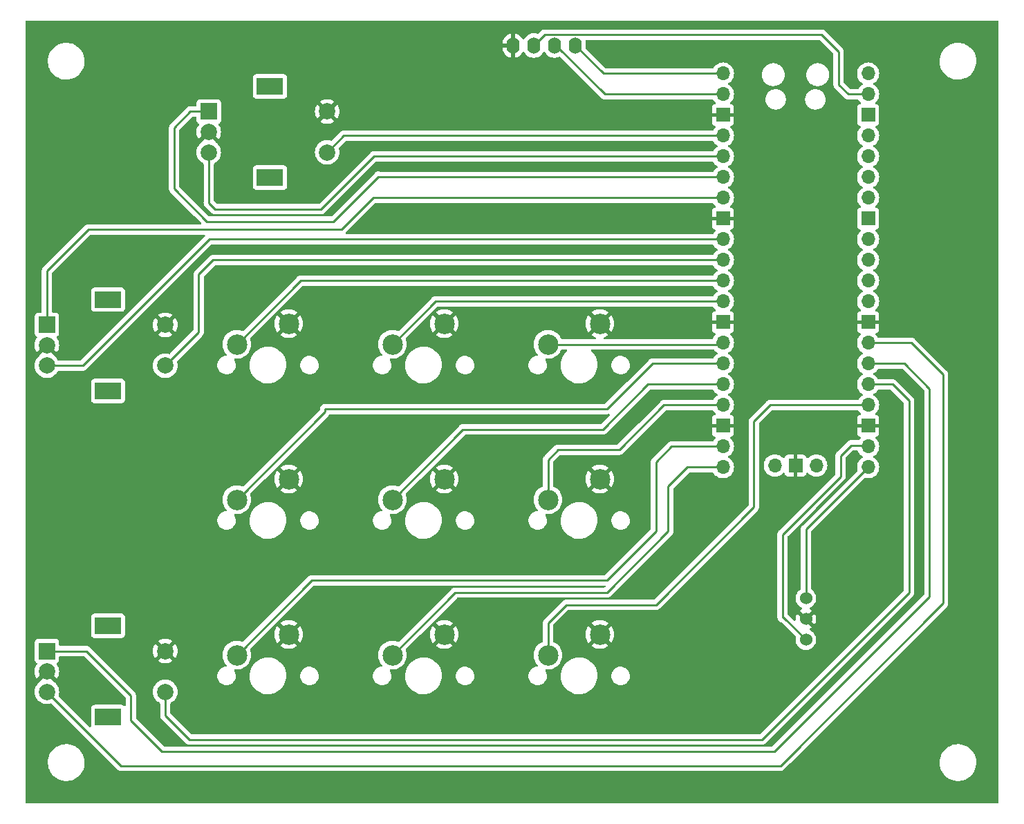
<source format=gbr>
%TF.GenerationSoftware,KiCad,Pcbnew,7.0.9*%
%TF.CreationDate,2023-12-30T23:00:52+00:00*%
%TF.ProjectId,MacroPad V2,4d616372-6f50-4616-9420-56322e6b6963,rev?*%
%TF.SameCoordinates,Original*%
%TF.FileFunction,Copper,L2,Bot*%
%TF.FilePolarity,Positive*%
%FSLAX46Y46*%
G04 Gerber Fmt 4.6, Leading zero omitted, Abs format (unit mm)*
G04 Created by KiCad (PCBNEW 7.0.9) date 2023-12-30 23:00:52*
%MOMM*%
%LPD*%
G01*
G04 APERTURE LIST*
%TA.AperFunction,ComponentPad*%
%ADD10C,2.500000*%
%TD*%
%TA.AperFunction,ComponentPad*%
%ADD11R,2.000000X2.000000*%
%TD*%
%TA.AperFunction,ComponentPad*%
%ADD12C,2.000000*%
%TD*%
%TA.AperFunction,ComponentPad*%
%ADD13R,3.200000X2.000000*%
%TD*%
%TA.AperFunction,ComponentPad*%
%ADD14O,1.600000X2.000000*%
%TD*%
%TA.AperFunction,ComponentPad*%
%ADD15C,1.524000*%
%TD*%
%TA.AperFunction,ComponentPad*%
%ADD16O,1.700000X1.700000*%
%TD*%
%TA.AperFunction,ComponentPad*%
%ADD17R,1.700000X1.700000*%
%TD*%
%TA.AperFunction,Conductor*%
%ADD18C,0.250000*%
%TD*%
G04 APERTURE END LIST*
D10*
%TO.P,S2,1,1*%
%TO.N,S2*%
X125712000Y-95582000D03*
%TO.P,S2,2,2*%
%TO.N,GND*%
X132062000Y-93042000D03*
%TD*%
D11*
%TO.P,SW1,A,A*%
%TO.N,A1*%
X83397000Y-133176000D03*
D12*
%TO.P,SW1,B,B*%
%TO.N,B1*%
X83397000Y-138176000D03*
%TO.P,SW1,C,C*%
%TO.N,GND*%
X83397000Y-135676000D03*
D13*
%TO.P,SW1,MP*%
%TO.N,N/C*%
X90897000Y-130076000D03*
X90897000Y-141276000D03*
D12*
%TO.P,SW1,S1,S1*%
%TO.N,SW1*%
X97897000Y-138176000D03*
%TO.P,SW1,S2,S2*%
%TO.N,GND*%
X97897000Y-133176000D03*
%TD*%
D10*
%TO.P,S9,1,1*%
%TO.N,S9*%
X144762000Y-133682000D03*
%TO.P,S9,2,2*%
%TO.N,GND*%
X151112000Y-131142000D03*
%TD*%
%TO.P,S6,1,1*%
%TO.N,S6*%
X144762000Y-114632000D03*
%TO.P,S6,2,2*%
%TO.N,GND*%
X151112000Y-112092000D03*
%TD*%
D11*
%TO.P,SW2,A,A*%
%TO.N,A2*%
X103222000Y-67047000D03*
D12*
%TO.P,SW2,B,B*%
%TO.N,B2*%
X103222000Y-72047000D03*
%TO.P,SW2,C,C*%
%TO.N,GND*%
X103222000Y-69547000D03*
D13*
%TO.P,SW2,MP*%
%TO.N,N/C*%
X110722000Y-63947000D03*
X110722000Y-75147000D03*
D12*
%TO.P,SW2,S1,S1*%
%TO.N,SW2*%
X117722000Y-72047000D03*
%TO.P,SW2,S2,S2*%
%TO.N,GND*%
X117722000Y-67047000D03*
%TD*%
D10*
%TO.P,S4,1,1*%
%TO.N,S4*%
X106662000Y-114632000D03*
%TO.P,S4,2,2*%
%TO.N,GND*%
X113012000Y-112092000D03*
%TD*%
%TO.P,S5,1,1*%
%TO.N,S5*%
X125712000Y-114632000D03*
%TO.P,S5,2,2*%
%TO.N,GND*%
X132062000Y-112092000D03*
%TD*%
%TO.P,S3,1,1*%
%TO.N,S3*%
X144762000Y-95582000D03*
%TO.P,S3,2,2*%
%TO.N,GND*%
X151112000Y-93042000D03*
%TD*%
D14*
%TO.P,Brd1,1,GND*%
%TO.N,GND*%
X140477000Y-58947000D03*
%TO.P,Brd1,2,VCC*%
%TO.N,+5V*%
X143017000Y-58947000D03*
%TO.P,Brd1,3,SCL*%
%TO.N,SCL*%
X145557000Y-58947000D03*
%TO.P,Brd1,4,SDA*%
%TO.N,SDA*%
X148097000Y-58947000D03*
%TD*%
D10*
%TO.P,S8,1,1*%
%TO.N,S8*%
X125712000Y-133682000D03*
%TO.P,S8,2,2*%
%TO.N,GND*%
X132062000Y-131142000D03*
%TD*%
%TO.P,S7,1,1*%
%TO.N,S7*%
X106662000Y-133682000D03*
%TO.P,S7,2,2*%
%TO.N,GND*%
X113012000Y-131142000D03*
%TD*%
D15*
%TO.P,toggle1,1*%
%TO.N,Toggle1*%
X176342000Y-131777000D03*
%TO.P,toggle1,2*%
%TO.N,Toggle2*%
X176342000Y-126697000D03*
%TO.P,toggle1,3*%
%TO.N,GND*%
X176342000Y-129237000D03*
%TD*%
D10*
%TO.P,S1,1,1*%
%TO.N,S1*%
X106662000Y-95582000D03*
%TO.P,S1,2,2*%
%TO.N,GND*%
X113012000Y-93042000D03*
%TD*%
D16*
%TO.P,U1,1,GPIO0*%
%TO.N,SDA*%
X166182000Y-62392000D03*
%TO.P,U1,2,GPIO1*%
%TO.N,SCL*%
X166182000Y-64932000D03*
D17*
%TO.P,U1,3,GND*%
%TO.N,GND*%
X166182000Y-67472000D03*
D16*
%TO.P,U1,4,GPIO2*%
%TO.N,SW2*%
X166182000Y-70012000D03*
%TO.P,U1,5,GPIO3*%
%TO.N,B2*%
X166182000Y-72552000D03*
%TO.P,U1,6,GPIO4*%
%TO.N,A2*%
X166182000Y-75092000D03*
%TO.P,U1,7,GPIO5*%
%TO.N,A3*%
X166182000Y-77632000D03*
D17*
%TO.P,U1,8,GND*%
%TO.N,GND*%
X166182000Y-80172000D03*
D16*
%TO.P,U1,9,GPIO6*%
%TO.N,B3*%
X166182000Y-82712000D03*
%TO.P,U1,10,GPIO7*%
%TO.N,SW3*%
X166182000Y-85252000D03*
%TO.P,U1,11,GPIO8*%
%TO.N,S1*%
X166182000Y-87792000D03*
%TO.P,U1,12,GPIO9*%
%TO.N,S2*%
X166182000Y-90332000D03*
D17*
%TO.P,U1,13,GND*%
%TO.N,GND*%
X166182000Y-92872000D03*
D16*
%TO.P,U1,14,GPIO10*%
%TO.N,S3*%
X166182000Y-95412000D03*
%TO.P,U1,15,GPIO11*%
%TO.N,S4*%
X166182000Y-97952000D03*
%TO.P,U1,16,GPIO12*%
%TO.N,S5*%
X166182000Y-100492000D03*
%TO.P,U1,17,GPIO13*%
%TO.N,S6*%
X166182000Y-103032000D03*
D17*
%TO.P,U1,18,GND*%
%TO.N,GND*%
X166182000Y-105572000D03*
D16*
%TO.P,U1,19,GPIO14*%
%TO.N,S7*%
X166182000Y-108112000D03*
%TO.P,U1,20,GPIO15*%
%TO.N,S8*%
X166182000Y-110652000D03*
%TO.P,U1,21,GPIO16*%
%TO.N,Toggle2*%
X183962000Y-110652000D03*
%TO.P,U1,22,GPIO17*%
%TO.N,Toggle1*%
X183962000Y-108112000D03*
D17*
%TO.P,U1,23,GND*%
%TO.N,GND*%
X183962000Y-105572000D03*
D16*
%TO.P,U1,24,GPIO18*%
%TO.N,S9*%
X183962000Y-103032000D03*
%TO.P,U1,25,GPIO19*%
%TO.N,SW1*%
X183962000Y-100492000D03*
%TO.P,U1,26,GPIO20*%
%TO.N,A1*%
X183962000Y-97952000D03*
%TO.P,U1,27,GPIO21*%
%TO.N,B1*%
X183962000Y-95412000D03*
D17*
%TO.P,U1,28,GND*%
%TO.N,GND*%
X183962000Y-92872000D03*
D16*
%TO.P,U1,29,GPIO22*%
%TO.N,unconnected-(U1-GPIO22-Pad29)*%
X183962000Y-90332000D03*
%TO.P,U1,30,RUN*%
%TO.N,unconnected-(U1-RUN-Pad30)*%
X183962000Y-87792000D03*
%TO.P,U1,31,GPIO26_ADC0*%
%TO.N,unconnected-(U1-GPIO26_ADC0-Pad31)*%
X183962000Y-85252000D03*
%TO.P,U1,32,GPIO27_ADC1*%
%TO.N,unconnected-(U1-GPIO27_ADC1-Pad32)*%
X183962000Y-82712000D03*
D17*
%TO.P,U1,33,AGND*%
%TO.N,unconnected-(U1-AGND-Pad33)*%
X183962000Y-80172000D03*
D16*
%TO.P,U1,34,GPIO28_ADC2*%
%TO.N,unconnected-(U1-GPIO28_ADC2-Pad34)*%
X183962000Y-77632000D03*
%TO.P,U1,35,ADC_VREF*%
%TO.N,unconnected-(U1-ADC_VREF-Pad35)*%
X183962000Y-75092000D03*
%TO.P,U1,36,3V3*%
%TO.N,+3.3V*%
X183962000Y-72552000D03*
%TO.P,U1,37,3V3_EN*%
%TO.N,unconnected-(U1-3V3_EN-Pad37)*%
X183962000Y-70012000D03*
D17*
%TO.P,U1,38,GND*%
%TO.N,unconnected-(U1-GND-Pad38)*%
X183962000Y-67472000D03*
D16*
%TO.P,U1,39,VSYS*%
%TO.N,+5V*%
X183962000Y-64932000D03*
%TO.P,U1,40,VBUS*%
%TO.N,unconnected-(U1-VBUS-Pad40)*%
X183962000Y-62392000D03*
%TO.P,U1,41,SWCLK*%
%TO.N,unconnected-(U1-SWCLK-Pad41)*%
X172532000Y-110422000D03*
D17*
%TO.P,U1,42,GND*%
%TO.N,GND*%
X175072000Y-110422000D03*
D16*
%TO.P,U1,43,SWDIO*%
%TO.N,unconnected-(U1-SWDIO-Pad43)*%
X177612000Y-110422000D03*
%TD*%
D11*
%TO.P,SW3,A,A*%
%TO.N,A3*%
X83397000Y-93197000D03*
D12*
%TO.P,SW3,B,B*%
%TO.N,B3*%
X83397000Y-98197000D03*
%TO.P,SW3,C,C*%
%TO.N,GND*%
X83397000Y-95697000D03*
D13*
%TO.P,SW3,MP*%
%TO.N,N/C*%
X90897000Y-90097000D03*
X90897000Y-101297000D03*
D12*
%TO.P,SW3,S1,S1*%
%TO.N,SW3*%
X97897000Y-98197000D03*
%TO.P,SW3,S2,S2*%
%TO.N,GND*%
X97897000Y-93197000D03*
%TD*%
D18*
%TO.N,B1*%
X83397000Y-138176000D02*
X92453000Y-147232000D01*
X92453000Y-147232000D02*
X94234000Y-147232000D01*
X94234000Y-147232000D02*
X173244000Y-147232000D01*
%TO.N,A1*%
X88218000Y-133176000D02*
X83397000Y-133176000D01*
X93675200Y-138633200D02*
X88218000Y-133176000D01*
X93675200Y-141703200D02*
X93675200Y-138633200D01*
X191484000Y-101012000D02*
X191484000Y-126512000D01*
X191484000Y-126512000D02*
X172484000Y-145512000D01*
X97484000Y-145512000D02*
X93675200Y-141703200D01*
X188424000Y-97952000D02*
X191484000Y-101012000D01*
X172484000Y-145512000D02*
X97484000Y-145512000D01*
X183962000Y-97952000D02*
X188424000Y-97952000D01*
%TO.N,SW1*%
X97897000Y-141059500D02*
X97897000Y-138176000D01*
X100849500Y-144012000D02*
X97897000Y-141059500D01*
%TO.N,B1*%
X189274000Y-95412000D02*
X183962000Y-95412000D01*
X193154000Y-99292000D02*
X189274000Y-95412000D01*
X193154000Y-127322000D02*
X193154000Y-99292000D01*
X173244000Y-147232000D02*
X193154000Y-127322000D01*
%TO.N,SDA*%
X166182000Y-62392000D02*
X151542000Y-62392000D01*
X151542000Y-62392000D02*
X148097000Y-58947000D01*
%TO.N,SCL*%
X145557000Y-58947000D02*
X145757000Y-58947000D01*
X151742000Y-64932000D02*
X166182000Y-64932000D01*
X145757000Y-58947000D02*
X151742000Y-64932000D01*
%TO.N,+5V*%
X143017000Y-58947000D02*
X144342000Y-57622000D01*
X144342000Y-57622000D02*
X178272000Y-57622000D01*
X178272000Y-57622000D02*
X180340000Y-59690000D01*
X180340000Y-63754000D02*
X181518000Y-64932000D01*
X180340000Y-59690000D02*
X180340000Y-63754000D01*
X181518000Y-64932000D02*
X183962000Y-64932000D01*
%TO.N,S1*%
X166182000Y-87792000D02*
X114452000Y-87792000D01*
X114452000Y-87792000D02*
X106662000Y-95582000D01*
%TO.N,S2*%
X130962000Y-90332000D02*
X166182000Y-90332000D01*
X125712000Y-95582000D02*
X130962000Y-90332000D01*
X166020000Y-90170000D02*
X166182000Y-90332000D01*
%TO.N,S3*%
X165836000Y-95758000D02*
X166182000Y-95412000D01*
X166012000Y-95582000D02*
X166182000Y-95412000D01*
X144762000Y-95582000D02*
X166012000Y-95582000D01*
%TO.N,S4*%
X151984000Y-103512000D02*
X157544000Y-97952000D01*
X117484000Y-103512000D02*
X151984000Y-103512000D01*
X157544000Y-97952000D02*
X166182000Y-97952000D01*
X117484000Y-103810000D02*
X117484000Y-103512000D01*
X106662000Y-114632000D02*
X117484000Y-103810000D01*
%TO.N,S5*%
X157004000Y-100492000D02*
X151484000Y-106012000D01*
X166182000Y-100492000D02*
X157004000Y-100492000D01*
X134332000Y-106012000D02*
X125712000Y-114632000D01*
X151484000Y-106012000D02*
X134332000Y-106012000D01*
%TO.N,S6*%
X144762000Y-109734000D02*
X144762000Y-114632000D01*
X153484000Y-108512000D02*
X145984000Y-108512000D01*
X158964000Y-103032000D02*
X153484000Y-108512000D01*
X166182000Y-103032000D02*
X166090000Y-103124000D01*
X145984000Y-108512000D02*
X144762000Y-109734000D01*
X166182000Y-103032000D02*
X158964000Y-103032000D01*
%TO.N,S7*%
X159884000Y-108112000D02*
X166182000Y-108112000D01*
X106662000Y-133682000D02*
X115832000Y-124512000D01*
X157984000Y-118512000D02*
X157984000Y-110012000D01*
X151984000Y-124512000D02*
X157984000Y-118512000D01*
X115832000Y-124512000D02*
X151984000Y-124512000D01*
X157984000Y-110012000D02*
X159884000Y-108112000D01*
%TO.N,S8*%
X133382000Y-126012000D02*
X125712000Y-133682000D01*
X151984000Y-126012000D02*
X133382000Y-126012000D01*
X159484000Y-118512000D02*
X151984000Y-126012000D01*
X166182000Y-110652000D02*
X161844000Y-110652000D01*
X166116000Y-110718000D02*
X166182000Y-110652000D01*
X159484000Y-113012000D02*
X159484000Y-118512000D01*
X161844000Y-110652000D02*
X159484000Y-113012000D01*
%TO.N,S9*%
X144762000Y-129734000D02*
X144762000Y-133682000D01*
X171964000Y-103032000D02*
X169984000Y-105012000D01*
X157984000Y-127512000D02*
X146984000Y-127512000D01*
X169984000Y-115512000D02*
X157984000Y-127512000D01*
X146984000Y-127512000D02*
X144762000Y-129734000D01*
X183962000Y-103032000D02*
X171964000Y-103032000D01*
X169984000Y-105012000D02*
X169984000Y-115512000D01*
%TO.N,B1*%
X184308000Y-95758000D02*
X183962000Y-95412000D01*
%TO.N,SW1*%
X186964000Y-100492000D02*
X183962000Y-100492000D01*
X184054000Y-100584000D02*
X183962000Y-100492000D01*
X170984000Y-144012000D02*
X188984000Y-126012000D01*
X100849500Y-144012000D02*
X170984000Y-144012000D01*
X188984000Y-102512000D02*
X186964000Y-100492000D01*
X188984000Y-126012000D02*
X188984000Y-102512000D01*
%TO.N,A2*%
X101019000Y-67047000D02*
X103222000Y-67047000D01*
X118484000Y-80512000D02*
X102984000Y-80512000D01*
X124064000Y-75092000D02*
X123984000Y-75012000D01*
X166020000Y-74930000D02*
X166182000Y-75092000D01*
X123984000Y-75012000D02*
X118484000Y-80512000D01*
X102984000Y-80512000D02*
X98984000Y-76512000D01*
X98984000Y-69012000D02*
X100984000Y-67012000D01*
X98984000Y-76512000D02*
X98984000Y-69012000D01*
X166182000Y-75092000D02*
X124064000Y-75092000D01*
X100984000Y-67012000D02*
X101019000Y-67047000D01*
%TO.N,B2*%
X166090000Y-72644000D02*
X166182000Y-72552000D01*
X103222000Y-78250000D02*
X103984000Y-79012000D01*
X103222000Y-72047000D02*
X103222000Y-78250000D01*
X103984000Y-79012000D02*
X116984000Y-79012000D01*
X123524000Y-72552000D02*
X166182000Y-72552000D01*
X123484000Y-72512000D02*
X123524000Y-72552000D01*
X116984000Y-79012000D02*
X123484000Y-72512000D01*
%TO.N,SW2*%
X119757000Y-70012000D02*
X117722000Y-72047000D01*
X166182000Y-70012000D02*
X119757000Y-70012000D01*
%TO.N,A3*%
X165836000Y-77978000D02*
X166182000Y-77632000D01*
X166182000Y-77632000D02*
X123364000Y-77632000D01*
X123364000Y-77632000D02*
X119484000Y-81512000D01*
X88484000Y-81512000D02*
X83397000Y-86599000D01*
X83397000Y-86599000D02*
X83397000Y-93197000D01*
X119484000Y-81512000D02*
X88484000Y-81512000D01*
%TO.N,B3*%
X103284000Y-82712000D02*
X87799000Y-98197000D01*
X87799000Y-98197000D02*
X83397000Y-98197000D01*
X166182000Y-82712000D02*
X103284000Y-82712000D01*
%TO.N,SW3*%
X101984000Y-94110000D02*
X101984000Y-87012000D01*
X103744000Y-85252000D02*
X166182000Y-85252000D01*
X101984000Y-87012000D02*
X103744000Y-85252000D01*
X166090000Y-85344000D02*
X166182000Y-85252000D01*
X97897000Y-98197000D02*
X101984000Y-94110000D01*
%TO.N,Toggle1*%
X173597000Y-129032000D02*
X173482000Y-129032000D01*
X180594000Y-111760000D02*
X180594000Y-109220000D01*
X173482000Y-129032000D02*
X173482000Y-118872000D01*
X183800000Y-107950000D02*
X183962000Y-108112000D01*
X181864000Y-107950000D02*
X183800000Y-107950000D01*
X176342000Y-131777000D02*
X173597000Y-129032000D01*
X180594000Y-109220000D02*
X181864000Y-107950000D01*
X173482000Y-118872000D02*
X180594000Y-111760000D01*
%TO.N,Toggle2*%
X183962000Y-110652000D02*
X176342000Y-118272000D01*
X176342000Y-118272000D02*
X176342000Y-126697000D01*
%TO.N,unconnected-(U1-GPIO22-Pad29)*%
X184054000Y-90424000D02*
X183962000Y-90332000D01*
%TO.N,unconnected-(U1-GPIO26_ADC0-Pad31)*%
X184054000Y-85344000D02*
X183962000Y-85252000D01*
%TD*%
%TA.AperFunction,Conductor*%
%TO.N,GND*%
G36*
X87974587Y-133821185D02*
G01*
X87995229Y-133837819D01*
X93013381Y-138855971D01*
X93046866Y-138917294D01*
X93049700Y-138943652D01*
X93049700Y-139816824D01*
X93030015Y-139883863D01*
X92977211Y-139929618D01*
X92908053Y-139939562D01*
X92851389Y-139916091D01*
X92739330Y-139832203D01*
X92739328Y-139832202D01*
X92604482Y-139781908D01*
X92604483Y-139781908D01*
X92544883Y-139775501D01*
X92544881Y-139775500D01*
X92544873Y-139775500D01*
X92544864Y-139775500D01*
X89249129Y-139775500D01*
X89249123Y-139775501D01*
X89189516Y-139781908D01*
X89054671Y-139832202D01*
X89054664Y-139832206D01*
X88939455Y-139918452D01*
X88939452Y-139918455D01*
X88853206Y-140033664D01*
X88853202Y-140033671D01*
X88802908Y-140168517D01*
X88796501Y-140228116D01*
X88796500Y-140228135D01*
X88796500Y-142323870D01*
X88796501Y-142323876D01*
X88803141Y-142385645D01*
X88790734Y-142454405D01*
X88743123Y-142505541D01*
X88675423Y-142522819D01*
X88609129Y-142500753D01*
X88592170Y-142486579D01*
X84860660Y-138755069D01*
X84827175Y-138693746D01*
X84828135Y-138636950D01*
X84882108Y-138423821D01*
X84885506Y-138382812D01*
X84902643Y-138176005D01*
X84902643Y-138175994D01*
X84882109Y-137928187D01*
X84882107Y-137928175D01*
X84821063Y-137687118D01*
X84721173Y-137459393D01*
X84585166Y-137251217D01*
X84511714Y-137171427D01*
X84416744Y-137068262D01*
X84315623Y-136989556D01*
X84274810Y-136932846D01*
X84270697Y-136903249D01*
X83529533Y-136162086D01*
X83539315Y-136160680D01*
X83670100Y-136100952D01*
X83778761Y-136006798D01*
X83856493Y-135885844D01*
X83880076Y-135805524D01*
X84620434Y-136545882D01*
X84720731Y-136392369D01*
X84820587Y-136164717D01*
X84881612Y-135923738D01*
X84881614Y-135923729D01*
X84902141Y-135676005D01*
X84902141Y-135675994D01*
X84881614Y-135428270D01*
X84881612Y-135428261D01*
X84820587Y-135187282D01*
X84720732Y-134959632D01*
X84608515Y-134787870D01*
X84588328Y-134720981D01*
X84607508Y-134653795D01*
X84638013Y-134620782D01*
X84639329Y-134619796D01*
X84639331Y-134619796D01*
X84754546Y-134533546D01*
X84840796Y-134418331D01*
X84891091Y-134283483D01*
X84897500Y-134223873D01*
X84897500Y-133925500D01*
X84917185Y-133858461D01*
X84969989Y-133812706D01*
X85021500Y-133801500D01*
X87907548Y-133801500D01*
X87974587Y-133821185D01*
G37*
%TD.AperFunction*%
%TA.AperFunction,Conductor*%
G36*
X182676063Y-108595185D02*
G01*
X182721406Y-108647095D01*
X182772742Y-108757185D01*
X182787965Y-108789829D01*
X182787967Y-108789834D01*
X182864454Y-108899068D01*
X182923501Y-108983396D01*
X182923506Y-108983402D01*
X183090597Y-109150493D01*
X183090603Y-109150498D01*
X183276158Y-109280425D01*
X183319783Y-109335002D01*
X183326977Y-109404500D01*
X183295454Y-109466855D01*
X183276158Y-109483575D01*
X183090597Y-109613505D01*
X182923505Y-109780597D01*
X182787965Y-109974169D01*
X182787964Y-109974171D01*
X182688098Y-110188335D01*
X182688094Y-110188344D01*
X182626938Y-110416586D01*
X182626936Y-110416596D01*
X182606341Y-110651999D01*
X182606341Y-110652000D01*
X182626937Y-110887408D01*
X182653855Y-110987873D01*
X182652192Y-111057723D01*
X182621761Y-111107646D01*
X175958208Y-117771199D01*
X175945951Y-117781020D01*
X175946134Y-117781241D01*
X175940123Y-117786213D01*
X175892772Y-117836636D01*
X175871889Y-117857519D01*
X175871877Y-117857532D01*
X175867621Y-117863017D01*
X175863837Y-117867447D01*
X175831937Y-117901418D01*
X175831936Y-117901420D01*
X175822284Y-117918976D01*
X175811610Y-117935226D01*
X175799329Y-117951061D01*
X175799324Y-117951068D01*
X175780815Y-117993838D01*
X175778245Y-117999084D01*
X175755803Y-118039906D01*
X175750822Y-118059307D01*
X175744521Y-118077710D01*
X175736562Y-118096102D01*
X175736561Y-118096105D01*
X175729271Y-118142127D01*
X175728087Y-118147846D01*
X175716501Y-118192972D01*
X175716500Y-118192982D01*
X175716500Y-118213016D01*
X175714973Y-118232413D01*
X175711840Y-118252196D01*
X175712197Y-118255969D01*
X175716225Y-118298583D01*
X175716500Y-118304421D01*
X175716500Y-125529201D01*
X175696815Y-125596240D01*
X175663623Y-125630776D01*
X175527377Y-125726175D01*
X175371175Y-125882377D01*
X175244466Y-126063338D01*
X175244465Y-126063340D01*
X175151107Y-126263548D01*
X175151104Y-126263554D01*
X175093930Y-126476929D01*
X175093929Y-126476937D01*
X175074677Y-126696997D01*
X175074677Y-126697002D01*
X175093929Y-126917062D01*
X175093930Y-126917070D01*
X175151104Y-127130445D01*
X175151105Y-127130447D01*
X175151106Y-127130450D01*
X175225308Y-127289577D01*
X175244466Y-127330662D01*
X175244468Y-127330666D01*
X175371170Y-127511615D01*
X175371175Y-127511621D01*
X175527378Y-127667824D01*
X175527384Y-127667829D01*
X175708333Y-127794531D01*
X175708335Y-127794532D01*
X175708338Y-127794534D01*
X175768968Y-127822806D01*
X175837781Y-127854894D01*
X175890220Y-127901066D01*
X175909372Y-127968260D01*
X175889156Y-128035141D01*
X175837781Y-128079658D01*
X175708586Y-128139903D01*
X175643812Y-128185257D01*
X175643811Y-128185258D01*
X176314554Y-128856000D01*
X176310431Y-128856000D01*
X176216579Y-128871661D01*
X176104749Y-128932180D01*
X176018629Y-129025731D01*
X175967552Y-129142177D01*
X175961894Y-129210447D01*
X175290258Y-128538811D01*
X175290257Y-128538812D01*
X175244903Y-128603586D01*
X175151579Y-128803720D01*
X175151575Y-128803729D01*
X175094426Y-129017013D01*
X175094424Y-129017023D01*
X175075179Y-129236999D01*
X175075179Y-129237002D01*
X175082742Y-129323454D01*
X175068975Y-129391954D01*
X175020359Y-129442137D01*
X174952331Y-129458070D01*
X174886487Y-129434694D01*
X174871533Y-129421942D01*
X174143819Y-128694228D01*
X174110334Y-128632905D01*
X174107500Y-128606547D01*
X174107500Y-119182452D01*
X174127185Y-119115413D01*
X174143819Y-119094771D01*
X177550697Y-115687893D01*
X180977788Y-112260801D01*
X180990042Y-112250986D01*
X180989859Y-112250764D01*
X180995866Y-112245792D01*
X180995877Y-112245786D01*
X181026775Y-112212882D01*
X181043227Y-112195364D01*
X181053671Y-112184918D01*
X181064120Y-112174471D01*
X181068379Y-112168978D01*
X181072152Y-112164561D01*
X181104062Y-112130582D01*
X181113715Y-112113020D01*
X181124389Y-112096770D01*
X181136673Y-112080936D01*
X181155180Y-112038167D01*
X181157749Y-112032924D01*
X181180196Y-111992093D01*
X181180197Y-111992092D01*
X181185177Y-111972691D01*
X181191478Y-111954288D01*
X181199438Y-111935896D01*
X181206730Y-111889849D01*
X181207911Y-111884152D01*
X181210150Y-111875433D01*
X181219500Y-111839019D01*
X181219500Y-111818983D01*
X181221027Y-111799582D01*
X181224160Y-111779804D01*
X181219775Y-111733415D01*
X181219500Y-111727577D01*
X181219500Y-109530452D01*
X181239185Y-109463413D01*
X181255819Y-109442771D01*
X182086772Y-108611819D01*
X182148095Y-108578334D01*
X182174453Y-108575500D01*
X182609024Y-108575500D01*
X182676063Y-108595185D01*
G37*
%TD.AperFunction*%
%TA.AperFunction,Conductor*%
G36*
X102741586Y-82157185D02*
G01*
X102787341Y-82209989D01*
X102797285Y-82279147D01*
X102768260Y-82342703D01*
X102762228Y-82349181D01*
X87576228Y-97535181D01*
X87514905Y-97568666D01*
X87488547Y-97571500D01*
X84842150Y-97571500D01*
X84775111Y-97551815D01*
X84729356Y-97499011D01*
X84728595Y-97497311D01*
X84721175Y-97480396D01*
X84585166Y-97272217D01*
X84533472Y-97216063D01*
X84416744Y-97089262D01*
X84317238Y-97011813D01*
X84315623Y-97010556D01*
X84274810Y-96953846D01*
X84270697Y-96924249D01*
X83529533Y-96183086D01*
X83539315Y-96181680D01*
X83670100Y-96121952D01*
X83778761Y-96027798D01*
X83856493Y-95906844D01*
X83880076Y-95826524D01*
X84620434Y-96566882D01*
X84720731Y-96413369D01*
X84820587Y-96185717D01*
X84881612Y-95944738D01*
X84881614Y-95944729D01*
X84902141Y-95697005D01*
X84902141Y-95696994D01*
X84881614Y-95449270D01*
X84881612Y-95449261D01*
X84820587Y-95208282D01*
X84720732Y-94980632D01*
X84608515Y-94808870D01*
X84588328Y-94741981D01*
X84607508Y-94674795D01*
X84638013Y-94641782D01*
X84639329Y-94640796D01*
X84639331Y-94640796D01*
X84754546Y-94554546D01*
X84840796Y-94439331D01*
X84891091Y-94304483D01*
X84897500Y-94244873D01*
X84897499Y-92149128D01*
X84891091Y-92089517D01*
X84847778Y-91973390D01*
X84840797Y-91954671D01*
X84840793Y-91954664D01*
X84754547Y-91839455D01*
X84754544Y-91839452D01*
X84639335Y-91753206D01*
X84639328Y-91753202D01*
X84504482Y-91702908D01*
X84504483Y-91702908D01*
X84444883Y-91696501D01*
X84444881Y-91696500D01*
X84444873Y-91696500D01*
X84444865Y-91696500D01*
X84146500Y-91696500D01*
X84079461Y-91676815D01*
X84033706Y-91624011D01*
X84022500Y-91572500D01*
X84022500Y-91144870D01*
X88796500Y-91144870D01*
X88796501Y-91144876D01*
X88802908Y-91204483D01*
X88853202Y-91339328D01*
X88853206Y-91339335D01*
X88939452Y-91454544D01*
X88939455Y-91454547D01*
X89054664Y-91540793D01*
X89054671Y-91540797D01*
X89189517Y-91591091D01*
X89189516Y-91591091D01*
X89196444Y-91591835D01*
X89249127Y-91597500D01*
X92544872Y-91597499D01*
X92604483Y-91591091D01*
X92739331Y-91540796D01*
X92854546Y-91454546D01*
X92940796Y-91339331D01*
X92991091Y-91204483D01*
X92997500Y-91144873D01*
X92997499Y-89049128D01*
X92991091Y-88989517D01*
X92980240Y-88960425D01*
X92940797Y-88854671D01*
X92940793Y-88854664D01*
X92854547Y-88739455D01*
X92854544Y-88739452D01*
X92739335Y-88653206D01*
X92739328Y-88653202D01*
X92604482Y-88602908D01*
X92604483Y-88602908D01*
X92544883Y-88596501D01*
X92544881Y-88596500D01*
X92544873Y-88596500D01*
X92544864Y-88596500D01*
X89249129Y-88596500D01*
X89249123Y-88596501D01*
X89189516Y-88602908D01*
X89054671Y-88653202D01*
X89054664Y-88653206D01*
X88939455Y-88739452D01*
X88939452Y-88739455D01*
X88853206Y-88854664D01*
X88853202Y-88854671D01*
X88802908Y-88989517D01*
X88797535Y-89039500D01*
X88796501Y-89049123D01*
X88796500Y-89049135D01*
X88796500Y-91144870D01*
X84022500Y-91144870D01*
X84022500Y-86909452D01*
X84042185Y-86842413D01*
X84058819Y-86821771D01*
X88706772Y-82173819D01*
X88768095Y-82140334D01*
X88794453Y-82137500D01*
X102674547Y-82137500D01*
X102741586Y-82157185D01*
G37*
%TD.AperFunction*%
%TA.AperFunction,Conductor*%
G36*
X164973812Y-78277185D02*
G01*
X165008348Y-78310377D01*
X165143501Y-78503396D01*
X165143506Y-78503402D01*
X165265818Y-78625714D01*
X165299303Y-78687037D01*
X165294319Y-78756729D01*
X165252447Y-78812662D01*
X165221471Y-78829577D01*
X165089912Y-78878646D01*
X165089906Y-78878649D01*
X164974812Y-78964809D01*
X164974809Y-78964812D01*
X164888649Y-79079906D01*
X164888645Y-79079913D01*
X164838403Y-79214620D01*
X164838401Y-79214627D01*
X164832000Y-79274155D01*
X164832000Y-79922000D01*
X165736428Y-79922000D01*
X165713318Y-79957960D01*
X165672000Y-80098673D01*
X165672000Y-80245327D01*
X165713318Y-80386040D01*
X165736428Y-80422000D01*
X164832000Y-80422000D01*
X164832000Y-81069844D01*
X164838401Y-81129372D01*
X164838403Y-81129379D01*
X164888645Y-81264086D01*
X164888649Y-81264093D01*
X164974809Y-81379187D01*
X164974812Y-81379190D01*
X165089906Y-81465350D01*
X165089913Y-81465354D01*
X165221470Y-81514421D01*
X165277403Y-81556292D01*
X165301821Y-81621756D01*
X165286970Y-81690029D01*
X165265819Y-81718284D01*
X165143503Y-81840600D01*
X165008348Y-82033623D01*
X164953771Y-82077248D01*
X164906773Y-82086500D01*
X120093451Y-82086500D01*
X120026412Y-82066815D01*
X119980657Y-82014011D01*
X119970713Y-81944853D01*
X119999738Y-81881297D01*
X120005770Y-81874819D01*
X123586771Y-78293819D01*
X123648094Y-78260334D01*
X123674452Y-78257500D01*
X164906773Y-78257500D01*
X164973812Y-78277185D01*
G37*
%TD.AperFunction*%
%TA.AperFunction,Conductor*%
G36*
X101664540Y-67692185D02*
G01*
X101710295Y-67744989D01*
X101721501Y-67796500D01*
X101721501Y-68094876D01*
X101727908Y-68154483D01*
X101778202Y-68289328D01*
X101778206Y-68289335D01*
X101864452Y-68404544D01*
X101864455Y-68404547D01*
X101980986Y-68491783D01*
X102022857Y-68547717D01*
X102027841Y-68617408D01*
X102010484Y-68658870D01*
X101898267Y-68830631D01*
X101798412Y-69058282D01*
X101737387Y-69299261D01*
X101737385Y-69299270D01*
X101716859Y-69546994D01*
X101716859Y-69547005D01*
X101737385Y-69794729D01*
X101737387Y-69794738D01*
X101798412Y-70035717D01*
X101898266Y-70263364D01*
X101998564Y-70416882D01*
X102738922Y-69676523D01*
X102762507Y-69756844D01*
X102840239Y-69877798D01*
X102948900Y-69971952D01*
X103079685Y-70031680D01*
X103089466Y-70033086D01*
X102346100Y-70776450D01*
X102335482Y-70823148D01*
X102303376Y-70860556D01*
X102202255Y-70939262D01*
X102033833Y-71122217D01*
X101897826Y-71330393D01*
X101797936Y-71558118D01*
X101736892Y-71799175D01*
X101736890Y-71799187D01*
X101716357Y-72046994D01*
X101716357Y-72047005D01*
X101736890Y-72294812D01*
X101736892Y-72294824D01*
X101797936Y-72535881D01*
X101897826Y-72763606D01*
X102033833Y-72971782D01*
X102033836Y-72971785D01*
X102202256Y-73154738D01*
X102231501Y-73177500D01*
X102398488Y-73307472D01*
X102398493Y-73307475D01*
X102531517Y-73379464D01*
X102581108Y-73428683D01*
X102596500Y-73488519D01*
X102596500Y-78167255D01*
X102594775Y-78182872D01*
X102595061Y-78182899D01*
X102594326Y-78190665D01*
X102596500Y-78259814D01*
X102596500Y-78289343D01*
X102596501Y-78289360D01*
X102597368Y-78296231D01*
X102597826Y-78302050D01*
X102599290Y-78348624D01*
X102599291Y-78348627D01*
X102604880Y-78367867D01*
X102608824Y-78386911D01*
X102611336Y-78406791D01*
X102628490Y-78450119D01*
X102630382Y-78455647D01*
X102643381Y-78500388D01*
X102653580Y-78517634D01*
X102662138Y-78535103D01*
X102669514Y-78553732D01*
X102696898Y-78591423D01*
X102700106Y-78596307D01*
X102723827Y-78636416D01*
X102723833Y-78636424D01*
X102737990Y-78650580D01*
X102750628Y-78665376D01*
X102762405Y-78681586D01*
X102762406Y-78681587D01*
X102798309Y-78711288D01*
X102802620Y-78715210D01*
X103167074Y-79079664D01*
X103483194Y-79395784D01*
X103493019Y-79408048D01*
X103493240Y-79407866D01*
X103498210Y-79413873D01*
X103498213Y-79413876D01*
X103498214Y-79413877D01*
X103548651Y-79461241D01*
X103569530Y-79482120D01*
X103575004Y-79486366D01*
X103579442Y-79490156D01*
X103613418Y-79522062D01*
X103613422Y-79522064D01*
X103630973Y-79531713D01*
X103647231Y-79542392D01*
X103663064Y-79554674D01*
X103685015Y-79564172D01*
X103705837Y-79573183D01*
X103711081Y-79575752D01*
X103751908Y-79598197D01*
X103771312Y-79603179D01*
X103789710Y-79609478D01*
X103808105Y-79617438D01*
X103854129Y-79624726D01*
X103859832Y-79625907D01*
X103904981Y-79637500D01*
X103925016Y-79637500D01*
X103944412Y-79639026D01*
X103950729Y-79640027D01*
X103967153Y-79647813D01*
X103973830Y-79643523D01*
X103997096Y-79639050D01*
X104010584Y-79637775D01*
X104016422Y-79637500D01*
X116901257Y-79637500D01*
X116916880Y-79639224D01*
X116916908Y-79638939D01*
X116918092Y-79639051D01*
X116919156Y-79639476D01*
X116928305Y-79640486D01*
X116932278Y-79641374D01*
X116931901Y-79643060D01*
X116960047Y-79638561D01*
X116993814Y-79637500D01*
X117023350Y-79637500D01*
X117030228Y-79636630D01*
X117036041Y-79636172D01*
X117082627Y-79634709D01*
X117101869Y-79629117D01*
X117120912Y-79625174D01*
X117140792Y-79622664D01*
X117184122Y-79605507D01*
X117189646Y-79603617D01*
X117193396Y-79602527D01*
X117234390Y-79590618D01*
X117251629Y-79580422D01*
X117269103Y-79571862D01*
X117287727Y-79564488D01*
X117287727Y-79564487D01*
X117287732Y-79564486D01*
X117325449Y-79537082D01*
X117330305Y-79533892D01*
X117370420Y-79510170D01*
X117384589Y-79495999D01*
X117399379Y-79483368D01*
X117415587Y-79471594D01*
X117445299Y-79435676D01*
X117449212Y-79431376D01*
X123666772Y-73213819D01*
X123728095Y-73180334D01*
X123754453Y-73177500D01*
X164906773Y-73177500D01*
X164973812Y-73197185D01*
X165008348Y-73230377D01*
X165143501Y-73423396D01*
X165143506Y-73423402D01*
X165310597Y-73590493D01*
X165310603Y-73590498D01*
X165496158Y-73720425D01*
X165539783Y-73775002D01*
X165546977Y-73844500D01*
X165515454Y-73906855D01*
X165496158Y-73923575D01*
X165310597Y-74053505D01*
X165143505Y-74220597D01*
X165008348Y-74413623D01*
X164953771Y-74457248D01*
X164906773Y-74466500D01*
X124324082Y-74466500D01*
X124274833Y-74456300D01*
X124252245Y-74446525D01*
X124248722Y-74444867D01*
X124197567Y-74418802D01*
X124197561Y-74418800D01*
X124189587Y-74417018D01*
X124167396Y-74409807D01*
X124159896Y-74406562D01*
X124159894Y-74406561D01*
X124159893Y-74406561D01*
X124103196Y-74397582D01*
X124099370Y-74396852D01*
X124043331Y-74384326D01*
X124035158Y-74384583D01*
X124011877Y-74383118D01*
X124003806Y-74381840D01*
X124003802Y-74381840D01*
X123946655Y-74387241D01*
X123942768Y-74387486D01*
X123885372Y-74389289D01*
X123885371Y-74389290D01*
X123877508Y-74391574D01*
X123854596Y-74395944D01*
X123846472Y-74396712D01*
X123846468Y-74396712D01*
X123846467Y-74396713D01*
X123846464Y-74396713D01*
X123846460Y-74396715D01*
X123792461Y-74416154D01*
X123788761Y-74417357D01*
X123733613Y-74433381D01*
X123733605Y-74433384D01*
X123726568Y-74437546D01*
X123705468Y-74447474D01*
X123697772Y-74450245D01*
X123650274Y-74482523D01*
X123646987Y-74484609D01*
X123597577Y-74513831D01*
X123591798Y-74519610D01*
X123573825Y-74534479D01*
X123567065Y-74539073D01*
X123567060Y-74539077D01*
X123529081Y-74582155D01*
X123526415Y-74584993D01*
X118261228Y-79850181D01*
X118199905Y-79883666D01*
X118173547Y-79886500D01*
X116963943Y-79886500D01*
X116939501Y-79879323D01*
X116929989Y-79884238D01*
X116906414Y-79886500D01*
X104008765Y-79886500D01*
X103970474Y-79875256D01*
X103947219Y-79885478D01*
X103931329Y-79886500D01*
X103294453Y-79886500D01*
X103227414Y-79866815D01*
X103206772Y-79850181D01*
X99645819Y-76289228D01*
X99612334Y-76227905D01*
X99609500Y-76201547D01*
X99609500Y-69322452D01*
X99629185Y-69255413D01*
X99645819Y-69234771D01*
X101171772Y-67708819D01*
X101233095Y-67675334D01*
X101259453Y-67672500D01*
X101597501Y-67672500D01*
X101664540Y-67692185D01*
G37*
%TD.AperFunction*%
%TA.AperFunction,Conductor*%
G36*
X199904539Y-55900185D02*
G01*
X199950294Y-55952989D01*
X199961500Y-56004500D01*
X199961500Y-151727500D01*
X199941815Y-151794539D01*
X199889011Y-151840294D01*
X199837500Y-151851500D01*
X80896500Y-151851500D01*
X80829461Y-151831815D01*
X80783706Y-151779011D01*
X80772500Y-151727500D01*
X80772500Y-146927373D01*
X83517723Y-146927373D01*
X83547881Y-147227160D01*
X83547882Y-147227162D01*
X83617728Y-147520252D01*
X83617733Y-147520266D01*
X83726020Y-147801427D01*
X83726024Y-147801436D01*
X83870825Y-148065665D01*
X83870829Y-148065671D01*
X84049551Y-148308234D01*
X84049554Y-148308238D01*
X84049561Y-148308245D01*
X84259019Y-148524823D01*
X84495478Y-148711553D01*
X84495480Y-148711554D01*
X84495485Y-148711558D01*
X84754730Y-148865109D01*
X85032128Y-148982736D01*
X85322729Y-149062340D01*
X85621347Y-149102500D01*
X85621351Y-149102500D01*
X85847252Y-149102500D01*
X86011164Y-149091526D01*
X86072634Y-149087412D01*
X86367903Y-149027396D01*
X86652537Y-148928560D01*
X86921459Y-148792668D01*
X87169869Y-148622144D01*
X87393333Y-148420032D01*
X87587865Y-148189939D01*
X87749993Y-147935970D01*
X87876823Y-147662658D01*
X87966093Y-147374879D01*
X88016209Y-147077770D01*
X88026277Y-146776631D01*
X87996118Y-146476838D01*
X87926269Y-146183739D01*
X87817977Y-145902566D01*
X87673175Y-145638335D01*
X87494446Y-145395762D01*
X87284980Y-145179176D01*
X87161742Y-145081856D01*
X87048521Y-144992446D01*
X87048517Y-144992443D01*
X87048515Y-144992442D01*
X86789270Y-144838891D01*
X86511872Y-144721264D01*
X86511863Y-144721261D01*
X86221272Y-144641660D01*
X86128042Y-144629122D01*
X85922653Y-144601500D01*
X85696756Y-144601500D01*
X85696748Y-144601500D01*
X85471368Y-144616587D01*
X85471359Y-144616589D01*
X85176094Y-144676604D01*
X84891464Y-144775439D01*
X84891459Y-144775441D01*
X84622546Y-144911328D01*
X84374125Y-145081860D01*
X84150665Y-145283969D01*
X83956132Y-145514064D01*
X83794006Y-145768030D01*
X83794005Y-145768032D01*
X83676124Y-146022062D01*
X83667177Y-146041342D01*
X83659998Y-146064486D01*
X83577907Y-146329118D01*
X83527791Y-146626230D01*
X83517723Y-146927373D01*
X80772500Y-146927373D01*
X80772500Y-138176005D01*
X81891357Y-138176005D01*
X81911890Y-138423812D01*
X81911892Y-138423824D01*
X81972936Y-138664881D01*
X82072826Y-138892606D01*
X82208833Y-139100782D01*
X82208836Y-139100785D01*
X82377256Y-139283738D01*
X82573491Y-139436474D01*
X82573493Y-139436475D01*
X82784155Y-139550480D01*
X82792190Y-139554828D01*
X83027386Y-139635571D01*
X83272665Y-139676500D01*
X83521335Y-139676500D01*
X83766614Y-139635571D01*
X83846287Y-139608218D01*
X83916082Y-139605068D01*
X83974229Y-139637819D01*
X91952197Y-147615788D01*
X91962022Y-147628051D01*
X91962243Y-147627869D01*
X91967214Y-147633878D01*
X91988043Y-147653437D01*
X92017635Y-147681226D01*
X92038529Y-147702120D01*
X92044011Y-147706373D01*
X92048443Y-147710157D01*
X92082418Y-147742062D01*
X92099976Y-147751714D01*
X92116233Y-147762393D01*
X92132064Y-147774673D01*
X92151737Y-147783186D01*
X92174833Y-147793182D01*
X92180077Y-147795750D01*
X92220908Y-147818197D01*
X92233523Y-147821435D01*
X92240305Y-147823177D01*
X92258719Y-147829481D01*
X92277104Y-147837438D01*
X92323157Y-147844732D01*
X92328826Y-147845906D01*
X92373981Y-147857500D01*
X92394016Y-147857500D01*
X92413413Y-147859026D01*
X92433196Y-147862160D01*
X92479584Y-147857775D01*
X92485422Y-147857500D01*
X94154981Y-147857500D01*
X173161257Y-147857500D01*
X173176877Y-147859224D01*
X173176904Y-147858939D01*
X173184660Y-147859671D01*
X173184667Y-147859673D01*
X173253814Y-147857500D01*
X173283350Y-147857500D01*
X173290228Y-147856630D01*
X173296041Y-147856172D01*
X173342627Y-147854709D01*
X173361869Y-147849117D01*
X173380912Y-147845174D01*
X173400792Y-147842664D01*
X173444122Y-147825507D01*
X173449646Y-147823617D01*
X173453396Y-147822527D01*
X173494390Y-147810618D01*
X173511629Y-147800422D01*
X173529103Y-147791862D01*
X173547727Y-147784488D01*
X173547727Y-147784487D01*
X173547732Y-147784486D01*
X173585449Y-147757082D01*
X173590305Y-147753892D01*
X173630420Y-147730170D01*
X173644589Y-147715999D01*
X173659379Y-147703368D01*
X173675587Y-147691594D01*
X173705299Y-147655676D01*
X173709212Y-147651376D01*
X174433215Y-146927373D01*
X192707723Y-146927373D01*
X192737881Y-147227160D01*
X192737882Y-147227162D01*
X192807728Y-147520252D01*
X192807733Y-147520266D01*
X192916020Y-147801427D01*
X192916024Y-147801436D01*
X193060825Y-148065665D01*
X193060829Y-148065671D01*
X193239551Y-148308234D01*
X193239554Y-148308238D01*
X193239561Y-148308245D01*
X193449019Y-148524823D01*
X193685478Y-148711553D01*
X193685480Y-148711554D01*
X193685485Y-148711558D01*
X193944730Y-148865109D01*
X194222128Y-148982736D01*
X194512729Y-149062340D01*
X194811347Y-149102500D01*
X194811351Y-149102500D01*
X195037252Y-149102500D01*
X195201164Y-149091526D01*
X195262634Y-149087412D01*
X195557903Y-149027396D01*
X195842537Y-148928560D01*
X196111459Y-148792668D01*
X196359869Y-148622144D01*
X196583333Y-148420032D01*
X196777865Y-148189939D01*
X196939993Y-147935970D01*
X197066823Y-147662658D01*
X197156093Y-147374879D01*
X197206209Y-147077770D01*
X197216277Y-146776631D01*
X197186118Y-146476838D01*
X197116269Y-146183739D01*
X197007977Y-145902566D01*
X196863175Y-145638335D01*
X196684446Y-145395762D01*
X196474980Y-145179176D01*
X196351742Y-145081856D01*
X196238521Y-144992446D01*
X196238517Y-144992443D01*
X196238515Y-144992442D01*
X195979270Y-144838891D01*
X195701872Y-144721264D01*
X195701863Y-144721261D01*
X195411272Y-144641660D01*
X195318042Y-144629122D01*
X195112653Y-144601500D01*
X194886756Y-144601500D01*
X194886748Y-144601500D01*
X194661368Y-144616587D01*
X194661359Y-144616589D01*
X194366094Y-144676604D01*
X194081464Y-144775439D01*
X194081459Y-144775441D01*
X193812546Y-144911328D01*
X193564125Y-145081860D01*
X193340665Y-145283969D01*
X193146132Y-145514064D01*
X192984006Y-145768030D01*
X192984005Y-145768032D01*
X192866124Y-146022062D01*
X192857177Y-146041342D01*
X192849998Y-146064486D01*
X192767907Y-146329118D01*
X192717791Y-146626230D01*
X192707723Y-146927373D01*
X174433215Y-146927373D01*
X193537788Y-127822801D01*
X193550042Y-127812986D01*
X193549859Y-127812764D01*
X193555866Y-127807792D01*
X193555877Y-127807786D01*
X193586775Y-127774882D01*
X193603227Y-127757364D01*
X193613671Y-127746918D01*
X193624120Y-127736471D01*
X193628379Y-127730978D01*
X193632152Y-127726561D01*
X193664062Y-127692582D01*
X193673715Y-127675020D01*
X193684389Y-127658770D01*
X193696673Y-127642936D01*
X193715180Y-127600167D01*
X193717749Y-127594924D01*
X193740196Y-127554093D01*
X193740197Y-127554092D01*
X193745177Y-127534691D01*
X193751478Y-127516288D01*
X193759438Y-127497896D01*
X193766730Y-127451849D01*
X193767911Y-127446152D01*
X193779500Y-127401019D01*
X193779500Y-127380983D01*
X193781027Y-127361582D01*
X193784160Y-127341804D01*
X193779775Y-127295415D01*
X193779500Y-127289577D01*
X193779500Y-99374742D01*
X193781224Y-99359122D01*
X193780939Y-99359095D01*
X193781673Y-99351333D01*
X193779500Y-99282172D01*
X193779500Y-99252656D01*
X193779500Y-99252650D01*
X193778631Y-99245779D01*
X193778173Y-99239952D01*
X193777132Y-99206822D01*
X193776710Y-99193373D01*
X193771119Y-99174130D01*
X193767173Y-99155078D01*
X193764664Y-99135208D01*
X193747504Y-99091867D01*
X193745624Y-99086379D01*
X193732618Y-99041610D01*
X193722422Y-99024370D01*
X193713861Y-99006894D01*
X193706487Y-98988270D01*
X193706486Y-98988268D01*
X193679079Y-98950545D01*
X193675888Y-98945686D01*
X193668188Y-98932666D01*
X193652170Y-98905580D01*
X193652168Y-98905578D01*
X193652165Y-98905574D01*
X193638006Y-98891415D01*
X193625368Y-98876619D01*
X193613594Y-98860413D01*
X193577688Y-98830709D01*
X193573376Y-98826786D01*
X189774803Y-95028212D01*
X189764980Y-95015950D01*
X189764759Y-95016134D01*
X189759786Y-95010123D01*
X189709364Y-94962773D01*
X189694926Y-94948335D01*
X189688475Y-94941883D01*
X189682986Y-94937625D01*
X189678561Y-94933847D01*
X189644582Y-94901938D01*
X189644580Y-94901936D01*
X189644577Y-94901935D01*
X189627029Y-94892288D01*
X189610763Y-94881604D01*
X189594936Y-94869327D01*
X189594935Y-94869326D01*
X189594933Y-94869325D01*
X189552168Y-94850818D01*
X189546922Y-94848248D01*
X189506093Y-94825803D01*
X189506092Y-94825802D01*
X189486693Y-94820822D01*
X189468281Y-94814518D01*
X189449898Y-94806562D01*
X189449892Y-94806560D01*
X189403874Y-94799272D01*
X189398152Y-94798087D01*
X189353021Y-94786500D01*
X189353019Y-94786500D01*
X189332984Y-94786500D01*
X189313586Y-94784973D01*
X189306162Y-94783797D01*
X189293805Y-94781840D01*
X189293804Y-94781840D01*
X189247416Y-94786225D01*
X189241578Y-94786500D01*
X185237227Y-94786500D01*
X185170188Y-94766815D01*
X185135652Y-94733623D01*
X185000496Y-94540600D01*
X184940478Y-94480582D01*
X184878179Y-94418283D01*
X184844696Y-94356963D01*
X184849680Y-94287271D01*
X184891551Y-94231337D01*
X184922529Y-94214422D01*
X185054086Y-94165354D01*
X185054093Y-94165350D01*
X185169187Y-94079190D01*
X185169190Y-94079187D01*
X185255350Y-93964093D01*
X185255354Y-93964086D01*
X185305596Y-93829379D01*
X185305598Y-93829372D01*
X185311999Y-93769844D01*
X185312000Y-93769827D01*
X185312000Y-93122000D01*
X184407572Y-93122000D01*
X184430682Y-93086040D01*
X184472000Y-92945327D01*
X184472000Y-92798673D01*
X184430682Y-92657960D01*
X184407572Y-92622000D01*
X185312000Y-92622000D01*
X185312000Y-91974172D01*
X185311999Y-91974155D01*
X185305598Y-91914627D01*
X185305596Y-91914620D01*
X185255354Y-91779913D01*
X185255350Y-91779906D01*
X185169190Y-91664812D01*
X185169187Y-91664809D01*
X185054093Y-91578649D01*
X185054088Y-91578646D01*
X184922528Y-91529577D01*
X184866595Y-91487705D01*
X184842178Y-91422241D01*
X184857030Y-91353968D01*
X184878175Y-91325720D01*
X185000495Y-91203401D01*
X185136035Y-91009830D01*
X185235903Y-90795663D01*
X185297063Y-90567408D01*
X185317659Y-90332000D01*
X185297063Y-90096592D01*
X185235903Y-89868337D01*
X185136035Y-89654171D01*
X185135652Y-89653623D01*
X185000494Y-89460597D01*
X184833402Y-89293506D01*
X184833396Y-89293501D01*
X184647842Y-89163575D01*
X184604217Y-89108998D01*
X184597023Y-89039500D01*
X184628546Y-88977145D01*
X184647842Y-88960425D01*
X184798874Y-88854671D01*
X184833401Y-88830495D01*
X185000495Y-88663401D01*
X185136035Y-88469830D01*
X185235903Y-88255663D01*
X185297063Y-88027408D01*
X185317659Y-87792000D01*
X185297063Y-87556592D01*
X185235903Y-87328337D01*
X185136035Y-87114171D01*
X185135652Y-87113623D01*
X185000494Y-86920597D01*
X184833402Y-86753506D01*
X184833396Y-86753501D01*
X184647842Y-86623575D01*
X184604217Y-86568998D01*
X184597023Y-86499500D01*
X184628546Y-86437145D01*
X184647842Y-86420425D01*
X184724275Y-86366906D01*
X184833401Y-86290495D01*
X185000495Y-86123401D01*
X185136035Y-85929830D01*
X185235903Y-85715663D01*
X185297063Y-85487408D01*
X185317659Y-85252000D01*
X185297063Y-85016592D01*
X185235903Y-84788337D01*
X185136035Y-84574171D01*
X185135652Y-84573623D01*
X185000494Y-84380597D01*
X184833402Y-84213506D01*
X184833396Y-84213501D01*
X184647842Y-84083575D01*
X184604217Y-84028998D01*
X184597023Y-83959500D01*
X184628546Y-83897145D01*
X184647842Y-83880425D01*
X184670026Y-83864891D01*
X184833401Y-83750495D01*
X185000495Y-83583401D01*
X185136035Y-83389830D01*
X185235903Y-83175663D01*
X185297063Y-82947408D01*
X185317659Y-82712000D01*
X185297063Y-82476592D01*
X185235903Y-82248337D01*
X185136035Y-82034171D01*
X185135651Y-82033623D01*
X185000496Y-81840600D01*
X185000495Y-81840599D01*
X184878567Y-81718671D01*
X184845084Y-81657351D01*
X184850068Y-81587659D01*
X184891939Y-81531725D01*
X184922915Y-81514810D01*
X185054331Y-81465796D01*
X185169546Y-81379546D01*
X185255796Y-81264331D01*
X185306091Y-81129483D01*
X185312500Y-81069873D01*
X185312499Y-79274128D01*
X185306091Y-79214517D01*
X185255884Y-79079906D01*
X185255797Y-79079671D01*
X185255793Y-79079664D01*
X185169547Y-78964455D01*
X185169544Y-78964452D01*
X185054335Y-78878206D01*
X185054328Y-78878202D01*
X184922917Y-78829189D01*
X184866983Y-78787318D01*
X184842566Y-78721853D01*
X184857418Y-78653580D01*
X184878563Y-78625332D01*
X185000495Y-78503401D01*
X185136035Y-78309830D01*
X185235903Y-78095663D01*
X185297063Y-77867408D01*
X185317659Y-77632000D01*
X185297063Y-77396592D01*
X185235903Y-77168337D01*
X185136035Y-76954171D01*
X185135652Y-76953623D01*
X185000494Y-76760597D01*
X184833402Y-76593506D01*
X184833396Y-76593501D01*
X184647842Y-76463575D01*
X184604217Y-76408998D01*
X184597023Y-76339500D01*
X184628546Y-76277145D01*
X184647842Y-76260425D01*
X184741455Y-76194876D01*
X184833401Y-76130495D01*
X185000495Y-75963401D01*
X185136035Y-75769830D01*
X185235903Y-75555663D01*
X185297063Y-75327408D01*
X185317659Y-75092000D01*
X185297063Y-74856592D01*
X185235903Y-74628337D01*
X185136035Y-74414171D01*
X185135652Y-74413623D01*
X185000494Y-74220597D01*
X184833402Y-74053506D01*
X184833396Y-74053501D01*
X184647842Y-73923575D01*
X184604217Y-73868998D01*
X184597023Y-73799500D01*
X184628546Y-73737145D01*
X184647842Y-73720425D01*
X184672439Y-73703202D01*
X184833401Y-73590495D01*
X185000495Y-73423401D01*
X185136035Y-73229830D01*
X185235903Y-73015663D01*
X185297063Y-72787408D01*
X185317659Y-72552000D01*
X185297063Y-72316592D01*
X185235903Y-72088337D01*
X185136035Y-71874171D01*
X185135652Y-71873623D01*
X185000494Y-71680597D01*
X184833402Y-71513506D01*
X184833396Y-71513501D01*
X184647842Y-71383575D01*
X184604217Y-71328998D01*
X184597023Y-71259500D01*
X184628546Y-71197145D01*
X184647842Y-71180425D01*
X184730974Y-71122215D01*
X184833401Y-71050495D01*
X185000495Y-70883401D01*
X185136035Y-70689830D01*
X185235903Y-70475663D01*
X185297063Y-70247408D01*
X185317659Y-70012000D01*
X185297063Y-69776592D01*
X185235903Y-69548337D01*
X185136035Y-69334171D01*
X185135651Y-69333623D01*
X185000496Y-69140600D01*
X184981944Y-69122048D01*
X184878567Y-69018671D01*
X184845084Y-68957351D01*
X184850068Y-68887659D01*
X184891939Y-68831725D01*
X184922915Y-68814810D01*
X185054331Y-68765796D01*
X185169546Y-68679546D01*
X185255796Y-68564331D01*
X185306091Y-68429483D01*
X185312500Y-68369873D01*
X185312499Y-66574128D01*
X185306091Y-66514517D01*
X185305748Y-66513598D01*
X185255797Y-66379671D01*
X185255793Y-66379664D01*
X185169547Y-66264455D01*
X185169544Y-66264452D01*
X185054335Y-66178206D01*
X185054328Y-66178202D01*
X184922917Y-66129189D01*
X184866983Y-66087318D01*
X184842566Y-66021853D01*
X184857418Y-65953580D01*
X184878563Y-65925332D01*
X185000495Y-65803401D01*
X185136035Y-65609830D01*
X185235903Y-65395663D01*
X185297063Y-65167408D01*
X185317659Y-64932000D01*
X185297063Y-64696592D01*
X185245155Y-64502868D01*
X185235905Y-64468344D01*
X185235904Y-64468343D01*
X185235903Y-64468337D01*
X185136035Y-64254171D01*
X185135652Y-64253623D01*
X185000494Y-64060597D01*
X184833402Y-63893506D01*
X184833396Y-63893501D01*
X184647842Y-63763575D01*
X184604217Y-63708998D01*
X184597023Y-63639500D01*
X184628546Y-63577145D01*
X184647842Y-63560425D01*
X184681650Y-63536752D01*
X184833401Y-63430495D01*
X185000495Y-63263401D01*
X185136035Y-63069830D01*
X185235903Y-62855663D01*
X185297063Y-62627408D01*
X185317659Y-62392000D01*
X185297063Y-62156592D01*
X185235903Y-61928337D01*
X185136035Y-61714171D01*
X185135652Y-61713623D01*
X185000494Y-61520597D01*
X184833402Y-61353506D01*
X184833395Y-61353501D01*
X184830297Y-61351332D01*
X184792040Y-61324544D01*
X184639834Y-61217967D01*
X184639830Y-61217965D01*
X184638908Y-61217535D01*
X184425663Y-61118097D01*
X184425659Y-61118096D01*
X184425655Y-61118094D01*
X184197413Y-61056938D01*
X184197403Y-61056936D01*
X183962001Y-61036341D01*
X183961999Y-61036341D01*
X183726596Y-61056936D01*
X183726586Y-61056938D01*
X183498344Y-61118094D01*
X183498335Y-61118098D01*
X183284171Y-61217964D01*
X183284169Y-61217965D01*
X183090597Y-61353505D01*
X182923505Y-61520597D01*
X182787965Y-61714169D01*
X182787964Y-61714171D01*
X182688098Y-61928335D01*
X182688094Y-61928344D01*
X182626938Y-62156586D01*
X182626936Y-62156596D01*
X182606341Y-62391999D01*
X182606341Y-62392000D01*
X182626936Y-62627403D01*
X182626938Y-62627413D01*
X182688094Y-62855655D01*
X182688096Y-62855659D01*
X182688097Y-62855663D01*
X182760409Y-63010736D01*
X182787965Y-63069830D01*
X182787967Y-63069834D01*
X182858026Y-63169888D01*
X182923501Y-63263396D01*
X182923506Y-63263402D01*
X183090597Y-63430493D01*
X183090603Y-63430498D01*
X183276158Y-63560425D01*
X183319783Y-63615002D01*
X183326977Y-63684500D01*
X183295454Y-63746855D01*
X183276158Y-63763575D01*
X183090597Y-63893505D01*
X182923505Y-64060597D01*
X182788348Y-64253623D01*
X182733771Y-64297248D01*
X182686773Y-64306500D01*
X181828452Y-64306500D01*
X181761413Y-64286815D01*
X181740771Y-64270181D01*
X181001819Y-63531228D01*
X180968334Y-63469905D01*
X180965500Y-63443547D01*
X180965500Y-60955373D01*
X192707723Y-60955373D01*
X192737881Y-61255160D01*
X192737882Y-61255162D01*
X192807728Y-61548252D01*
X192807733Y-61548266D01*
X192916020Y-61829427D01*
X192916024Y-61829436D01*
X193060825Y-62093665D01*
X193060829Y-62093671D01*
X193205998Y-62290695D01*
X193239554Y-62336238D01*
X193246552Y-62343474D01*
X193449019Y-62552823D01*
X193685478Y-62739553D01*
X193685480Y-62739554D01*
X193685485Y-62739558D01*
X193944730Y-62893109D01*
X194222128Y-63010736D01*
X194512729Y-63090340D01*
X194811347Y-63130500D01*
X194811351Y-63130500D01*
X195037252Y-63130500D01*
X195201164Y-63119526D01*
X195262634Y-63115412D01*
X195557903Y-63055396D01*
X195842537Y-62956560D01*
X196111459Y-62820668D01*
X196359869Y-62650144D01*
X196583333Y-62448032D01*
X196777865Y-62217939D01*
X196939993Y-61963970D01*
X197066823Y-61690658D01*
X197156093Y-61402879D01*
X197206209Y-61105770D01*
X197216277Y-60804631D01*
X197186118Y-60504838D01*
X197116269Y-60211739D01*
X197007977Y-59930566D01*
X196863175Y-59666335D01*
X196684446Y-59423762D01*
X196474980Y-59207176D01*
X196351742Y-59109856D01*
X196238521Y-59020446D01*
X196238517Y-59020443D01*
X196238515Y-59020442D01*
X195979270Y-58866891D01*
X195701872Y-58749264D01*
X195701863Y-58749261D01*
X195411272Y-58669660D01*
X195336616Y-58659620D01*
X195112653Y-58629500D01*
X194886756Y-58629500D01*
X194886748Y-58629500D01*
X194661368Y-58644587D01*
X194661359Y-58644589D01*
X194366094Y-58704604D01*
X194081464Y-58803439D01*
X194081459Y-58803441D01*
X193812546Y-58939328D01*
X193564125Y-59109860D01*
X193340665Y-59311969D01*
X193146132Y-59542064D01*
X192984006Y-59796030D01*
X192984005Y-59796032D01*
X192895935Y-59985820D01*
X192857177Y-60069342D01*
X192857176Y-60069346D01*
X192767907Y-60357118D01*
X192717791Y-60654230D01*
X192707723Y-60955373D01*
X180965500Y-60955373D01*
X180965500Y-59772742D01*
X180967224Y-59757122D01*
X180966939Y-59757095D01*
X180967673Y-59749333D01*
X180965500Y-59680172D01*
X180965500Y-59650656D01*
X180965500Y-59650650D01*
X180964631Y-59643779D01*
X180964173Y-59637952D01*
X180962710Y-59591373D01*
X180957119Y-59572130D01*
X180953173Y-59553078D01*
X180950664Y-59533208D01*
X180933504Y-59489867D01*
X180931624Y-59484379D01*
X180918618Y-59439610D01*
X180914142Y-59432042D01*
X180908423Y-59422371D01*
X180899861Y-59404894D01*
X180892487Y-59386270D01*
X180892486Y-59386268D01*
X180865079Y-59348545D01*
X180861888Y-59343686D01*
X180838172Y-59303583D01*
X180838165Y-59303574D01*
X180824006Y-59289415D01*
X180811368Y-59274619D01*
X180799594Y-59258413D01*
X180763688Y-59228709D01*
X180759376Y-59224786D01*
X178772803Y-57238212D01*
X178762980Y-57225950D01*
X178762759Y-57226134D01*
X178757786Y-57220123D01*
X178739159Y-57202631D01*
X178707364Y-57172773D01*
X178696919Y-57162328D01*
X178686475Y-57151883D01*
X178680986Y-57147625D01*
X178676561Y-57143847D01*
X178642582Y-57111938D01*
X178642580Y-57111936D01*
X178642577Y-57111935D01*
X178625029Y-57102288D01*
X178608763Y-57091604D01*
X178592933Y-57079325D01*
X178550168Y-57060818D01*
X178544922Y-57058248D01*
X178504093Y-57035803D01*
X178504092Y-57035802D01*
X178484693Y-57030822D01*
X178466281Y-57024518D01*
X178447898Y-57016562D01*
X178447892Y-57016560D01*
X178401874Y-57009272D01*
X178396152Y-57008087D01*
X178351021Y-56996500D01*
X178351019Y-56996500D01*
X178330984Y-56996500D01*
X178311586Y-56994973D01*
X178304162Y-56993797D01*
X178291805Y-56991840D01*
X178291804Y-56991840D01*
X178245416Y-56996225D01*
X178239578Y-56996500D01*
X144424743Y-56996500D01*
X144409122Y-56994775D01*
X144409096Y-56995061D01*
X144401334Y-56994327D01*
X144401333Y-56994327D01*
X144332186Y-56996500D01*
X144302649Y-56996500D01*
X144295766Y-56997369D01*
X144289949Y-56997826D01*
X144243373Y-56999290D01*
X144224129Y-57004881D01*
X144205079Y-57008825D01*
X144185211Y-57011334D01*
X144141884Y-57028488D01*
X144136358Y-57030379D01*
X144091614Y-57043379D01*
X144091610Y-57043381D01*
X144074366Y-57053579D01*
X144056905Y-57062133D01*
X144038274Y-57069510D01*
X144038262Y-57069517D01*
X144000570Y-57096902D01*
X143995687Y-57100109D01*
X143955580Y-57123829D01*
X143941414Y-57137995D01*
X143926624Y-57150627D01*
X143910414Y-57162404D01*
X143910411Y-57162407D01*
X143880710Y-57198309D01*
X143876777Y-57202631D01*
X143589483Y-57489925D01*
X143528160Y-57523410D01*
X143469316Y-57519457D01*
X143468726Y-57521662D01*
X143243697Y-57461366D01*
X143243693Y-57461365D01*
X143243692Y-57461365D01*
X143243691Y-57461364D01*
X143243686Y-57461364D01*
X143017002Y-57441532D01*
X143016998Y-57441532D01*
X142790313Y-57461364D01*
X142790302Y-57461366D01*
X142570511Y-57520258D01*
X142570502Y-57520261D01*
X142364267Y-57616431D01*
X142364265Y-57616432D01*
X142177858Y-57746954D01*
X142016954Y-57907858D01*
X141886433Y-58094264D01*
X141886432Y-58094266D01*
X141886315Y-58094518D01*
X141859106Y-58152867D01*
X141812933Y-58205306D01*
X141745739Y-58224457D01*
X141678858Y-58204241D01*
X141634342Y-58152865D01*
X141607135Y-58094520D01*
X141607134Y-58094518D01*
X141476657Y-57908179D01*
X141315820Y-57747342D01*
X141129482Y-57616865D01*
X140923328Y-57520734D01*
X140727000Y-57468127D01*
X140727000Y-58511498D01*
X140619315Y-58462320D01*
X140512763Y-58447000D01*
X140441237Y-58447000D01*
X140334685Y-58462320D01*
X140227000Y-58511498D01*
X140227000Y-57468127D01*
X140030671Y-57520734D01*
X139824517Y-57616865D01*
X139638179Y-57747342D01*
X139477342Y-57908179D01*
X139346865Y-58094517D01*
X139250734Y-58300673D01*
X139250730Y-58300682D01*
X139191860Y-58520389D01*
X139191858Y-58520400D01*
X139177000Y-58690237D01*
X139177000Y-58697000D01*
X140043314Y-58697000D01*
X140017507Y-58737156D01*
X139977000Y-58875111D01*
X139977000Y-59018889D01*
X140017507Y-59156844D01*
X140043314Y-59197000D01*
X139177000Y-59197000D01*
X139177000Y-59203763D01*
X139191858Y-59373599D01*
X139191860Y-59373610D01*
X139250730Y-59593317D01*
X139250734Y-59593326D01*
X139346865Y-59799482D01*
X139477342Y-59985820D01*
X139638179Y-60146657D01*
X139824517Y-60277134D01*
X140030673Y-60373265D01*
X140030682Y-60373269D01*
X140226999Y-60425872D01*
X140227000Y-60425871D01*
X140227000Y-59382501D01*
X140334685Y-59431680D01*
X140441237Y-59447000D01*
X140512763Y-59447000D01*
X140619315Y-59431680D01*
X140727000Y-59382501D01*
X140727000Y-60425872D01*
X140923317Y-60373269D01*
X140923326Y-60373265D01*
X141129482Y-60277134D01*
X141315820Y-60146657D01*
X141476657Y-59985820D01*
X141607132Y-59799484D01*
X141634341Y-59741134D01*
X141680513Y-59688695D01*
X141747707Y-59669542D01*
X141814588Y-59689757D01*
X141859105Y-59741132D01*
X141873845Y-59772742D01*
X141886431Y-59799732D01*
X141886432Y-59799734D01*
X142016954Y-59986141D01*
X142177858Y-60147045D01*
X142177861Y-60147047D01*
X142364266Y-60277568D01*
X142570504Y-60373739D01*
X142790308Y-60432635D01*
X142952230Y-60446801D01*
X143016998Y-60452468D01*
X143017000Y-60452468D01*
X143017002Y-60452468D01*
X143073673Y-60447509D01*
X143243692Y-60432635D01*
X143463496Y-60373739D01*
X143669734Y-60277568D01*
X143856139Y-60147047D01*
X144017047Y-59986139D01*
X144147568Y-59799734D01*
X144174618Y-59741724D01*
X144220790Y-59689285D01*
X144287983Y-59670133D01*
X144354865Y-59690348D01*
X144399381Y-59741724D01*
X144413517Y-59772038D01*
X144426429Y-59799728D01*
X144426432Y-59799734D01*
X144556954Y-59986141D01*
X144717858Y-60147045D01*
X144717861Y-60147047D01*
X144904266Y-60277568D01*
X145110504Y-60373739D01*
X145330308Y-60432635D01*
X145492230Y-60446801D01*
X145556998Y-60452468D01*
X145557000Y-60452468D01*
X145557002Y-60452468D01*
X145613673Y-60447509D01*
X145783692Y-60432635D01*
X146003496Y-60373739D01*
X146126437Y-60316409D01*
X146195512Y-60305918D01*
X146259296Y-60334437D01*
X146266520Y-60341110D01*
X148764925Y-62839516D01*
X151241197Y-65315788D01*
X151251022Y-65328051D01*
X151251243Y-65327869D01*
X151256214Y-65333878D01*
X151276818Y-65353226D01*
X151306635Y-65381226D01*
X151327529Y-65402120D01*
X151333011Y-65406373D01*
X151337443Y-65410157D01*
X151371418Y-65442062D01*
X151388974Y-65451713D01*
X151405235Y-65462395D01*
X151421064Y-65474673D01*
X151463838Y-65493182D01*
X151469056Y-65495738D01*
X151509908Y-65518197D01*
X151529316Y-65523180D01*
X151547717Y-65529480D01*
X151566104Y-65537437D01*
X151609488Y-65544308D01*
X151612119Y-65544725D01*
X151617839Y-65545909D01*
X151662981Y-65557500D01*
X151683016Y-65557500D01*
X151702414Y-65559026D01*
X151722194Y-65562159D01*
X151722195Y-65562160D01*
X151722195Y-65562159D01*
X151722196Y-65562160D01*
X151768584Y-65557775D01*
X151774422Y-65557500D01*
X164906773Y-65557500D01*
X164973812Y-65577185D01*
X165008348Y-65610377D01*
X165143501Y-65803396D01*
X165143506Y-65803402D01*
X165265818Y-65925714D01*
X165299303Y-65987037D01*
X165294319Y-66056729D01*
X165252447Y-66112662D01*
X165221471Y-66129577D01*
X165089912Y-66178646D01*
X165089906Y-66178649D01*
X164974812Y-66264809D01*
X164974809Y-66264812D01*
X164888649Y-66379906D01*
X164888645Y-66379913D01*
X164838403Y-66514620D01*
X164838401Y-66514627D01*
X164832000Y-66574155D01*
X164832000Y-67222000D01*
X165736428Y-67222000D01*
X165713318Y-67257960D01*
X165672000Y-67398673D01*
X165672000Y-67545327D01*
X165713318Y-67686040D01*
X165736428Y-67722000D01*
X164832000Y-67722000D01*
X164832000Y-68369844D01*
X164838401Y-68429372D01*
X164838403Y-68429379D01*
X164888645Y-68564086D01*
X164888649Y-68564093D01*
X164974809Y-68679187D01*
X164974812Y-68679190D01*
X165089906Y-68765350D01*
X165089913Y-68765354D01*
X165221470Y-68814421D01*
X165277403Y-68856292D01*
X165301821Y-68921756D01*
X165286970Y-68990029D01*
X165265819Y-69018284D01*
X165143503Y-69140600D01*
X165008348Y-69333623D01*
X164953771Y-69377248D01*
X164906773Y-69386500D01*
X119839743Y-69386500D01*
X119824122Y-69384775D01*
X119824095Y-69385061D01*
X119816333Y-69384326D01*
X119747172Y-69386500D01*
X119717649Y-69386500D01*
X119710778Y-69387367D01*
X119704959Y-69387825D01*
X119658374Y-69389289D01*
X119658368Y-69389290D01*
X119639126Y-69394880D01*
X119620087Y-69398823D01*
X119600217Y-69401334D01*
X119600203Y-69401337D01*
X119556883Y-69418488D01*
X119551358Y-69420380D01*
X119506613Y-69433380D01*
X119506610Y-69433381D01*
X119489366Y-69443579D01*
X119471905Y-69452133D01*
X119453274Y-69459510D01*
X119453262Y-69459517D01*
X119415570Y-69486902D01*
X119410687Y-69490109D01*
X119370580Y-69513829D01*
X119356414Y-69527995D01*
X119341624Y-69540627D01*
X119325414Y-69552404D01*
X119325411Y-69552407D01*
X119295710Y-69588309D01*
X119291777Y-69592631D01*
X118299228Y-70585179D01*
X118237905Y-70618664D01*
X118171284Y-70614779D01*
X118091616Y-70587429D01*
X117846335Y-70546500D01*
X117597665Y-70546500D01*
X117352383Y-70587429D01*
X117117197Y-70668169D01*
X117117188Y-70668172D01*
X116898493Y-70786524D01*
X116702257Y-70939261D01*
X116533833Y-71122217D01*
X116397826Y-71330393D01*
X116297936Y-71558118D01*
X116236892Y-71799175D01*
X116236890Y-71799187D01*
X116216357Y-72046994D01*
X116216357Y-72047005D01*
X116236890Y-72294812D01*
X116236892Y-72294824D01*
X116297936Y-72535881D01*
X116397826Y-72763606D01*
X116533833Y-72971782D01*
X116533836Y-72971785D01*
X116702256Y-73154738D01*
X116898491Y-73307474D01*
X116898493Y-73307475D01*
X117109155Y-73421480D01*
X117117190Y-73425828D01*
X117352386Y-73506571D01*
X117597665Y-73547500D01*
X117846335Y-73547500D01*
X118091614Y-73506571D01*
X118326810Y-73425828D01*
X118545509Y-73307474D01*
X118741744Y-73154738D01*
X118910164Y-72971785D01*
X119046173Y-72763607D01*
X119146063Y-72535881D01*
X119207108Y-72294821D01*
X119207109Y-72294812D01*
X119227643Y-72047005D01*
X119227643Y-72046994D01*
X119207109Y-71799187D01*
X119207108Y-71799183D01*
X119207108Y-71799179D01*
X119153136Y-71586049D01*
X119155760Y-71516230D01*
X119185658Y-71467930D01*
X119979771Y-70673819D01*
X120041094Y-70640334D01*
X120067452Y-70637500D01*
X164906773Y-70637500D01*
X164973812Y-70657185D01*
X165008348Y-70690377D01*
X165143501Y-70883396D01*
X165143506Y-70883402D01*
X165310597Y-71050493D01*
X165310603Y-71050498D01*
X165496158Y-71180425D01*
X165539783Y-71235002D01*
X165546977Y-71304500D01*
X165515454Y-71366855D01*
X165496158Y-71383575D01*
X165310597Y-71513505D01*
X165143505Y-71680597D01*
X165008348Y-71873623D01*
X164953771Y-71917248D01*
X164906773Y-71926500D01*
X123740585Y-71926500D01*
X123705216Y-71920327D01*
X123705177Y-71920505D01*
X123701407Y-71919662D01*
X123698581Y-71919169D01*
X123697565Y-71918803D01*
X123691114Y-71917361D01*
X123689595Y-71917021D01*
X123667406Y-71909812D01*
X123659896Y-71906562D01*
X123659894Y-71906561D01*
X123659893Y-71906561D01*
X123615814Y-71899580D01*
X123603169Y-71897577D01*
X123599349Y-71896848D01*
X123543332Y-71884327D01*
X123535166Y-71884584D01*
X123511883Y-71883119D01*
X123503806Y-71881840D01*
X123503802Y-71881839D01*
X123446641Y-71887242D01*
X123442755Y-71887487D01*
X123385372Y-71889290D01*
X123385367Y-71889291D01*
X123377517Y-71891572D01*
X123354608Y-71895943D01*
X123346466Y-71896713D01*
X123346464Y-71896713D01*
X123292453Y-71916158D01*
X123288751Y-71917361D01*
X123233607Y-71933382D01*
X123226569Y-71937545D01*
X123205467Y-71947474D01*
X123197779Y-71950242D01*
X123197768Y-71950247D01*
X123150284Y-71982516D01*
X123146998Y-71984602D01*
X123097576Y-72013830D01*
X123091795Y-72019612D01*
X123073823Y-72034481D01*
X123067062Y-72039075D01*
X123067060Y-72039077D01*
X123029088Y-72082147D01*
X123026422Y-72084985D01*
X116761228Y-78350181D01*
X116699905Y-78383666D01*
X116673547Y-78386500D01*
X104294452Y-78386500D01*
X104227413Y-78366815D01*
X104206771Y-78350181D01*
X103883819Y-78027228D01*
X103850334Y-77965905D01*
X103847500Y-77939547D01*
X103847500Y-76194870D01*
X108621500Y-76194870D01*
X108621501Y-76194876D01*
X108627908Y-76254483D01*
X108678202Y-76389328D01*
X108678206Y-76389335D01*
X108764452Y-76504544D01*
X108764455Y-76504547D01*
X108879664Y-76590793D01*
X108879671Y-76590797D01*
X109014517Y-76641091D01*
X109014516Y-76641091D01*
X109021444Y-76641835D01*
X109074127Y-76647500D01*
X112369872Y-76647499D01*
X112429483Y-76641091D01*
X112564331Y-76590796D01*
X112679546Y-76504546D01*
X112765796Y-76389331D01*
X112816091Y-76254483D01*
X112822500Y-76194873D01*
X112822499Y-74099128D01*
X112816091Y-74039517D01*
X112772847Y-73923575D01*
X112765797Y-73904671D01*
X112765793Y-73904664D01*
X112679547Y-73789455D01*
X112679544Y-73789452D01*
X112564335Y-73703206D01*
X112564328Y-73703202D01*
X112429482Y-73652908D01*
X112429483Y-73652908D01*
X112369883Y-73646501D01*
X112369881Y-73646500D01*
X112369873Y-73646500D01*
X112369864Y-73646500D01*
X109074129Y-73646500D01*
X109074123Y-73646501D01*
X109014516Y-73652908D01*
X108879671Y-73703202D01*
X108879664Y-73703206D01*
X108764455Y-73789452D01*
X108764452Y-73789455D01*
X108678206Y-73904664D01*
X108678202Y-73904671D01*
X108627908Y-74039517D01*
X108621501Y-74099116D01*
X108621501Y-74099123D01*
X108621500Y-74099135D01*
X108621500Y-76194870D01*
X103847500Y-76194870D01*
X103847500Y-73488519D01*
X103867185Y-73421480D01*
X103912483Y-73379464D01*
X103913369Y-73378984D01*
X104045509Y-73307474D01*
X104241744Y-73154738D01*
X104410164Y-72971785D01*
X104546173Y-72763607D01*
X104646063Y-72535881D01*
X104707108Y-72294821D01*
X104707109Y-72294812D01*
X104727643Y-72047005D01*
X104727643Y-72046994D01*
X104707109Y-71799187D01*
X104707107Y-71799175D01*
X104646063Y-71558118D01*
X104546173Y-71330393D01*
X104410166Y-71122217D01*
X104344139Y-71050493D01*
X104241744Y-70939262D01*
X104169974Y-70883401D01*
X104140623Y-70860556D01*
X104099810Y-70803846D01*
X104095697Y-70774249D01*
X103354533Y-70033086D01*
X103364315Y-70031680D01*
X103495100Y-69971952D01*
X103603761Y-69877798D01*
X103681493Y-69756844D01*
X103705076Y-69676524D01*
X104445434Y-70416882D01*
X104545731Y-70263369D01*
X104645587Y-70035717D01*
X104706612Y-69794738D01*
X104706614Y-69794729D01*
X104727141Y-69547005D01*
X104727141Y-69546994D01*
X104706614Y-69299270D01*
X104706612Y-69299261D01*
X104645587Y-69058282D01*
X104545732Y-68830632D01*
X104433515Y-68658870D01*
X104413328Y-68591981D01*
X104432508Y-68524795D01*
X104463013Y-68491782D01*
X104464329Y-68490796D01*
X104464331Y-68490796D01*
X104579546Y-68404546D01*
X104665796Y-68289331D01*
X104716091Y-68154483D01*
X104722500Y-68094873D01*
X104722500Y-67047005D01*
X116216859Y-67047005D01*
X116237385Y-67294729D01*
X116237387Y-67294738D01*
X116298412Y-67535717D01*
X116398266Y-67763364D01*
X116498564Y-67916882D01*
X117238923Y-67176523D01*
X117262507Y-67256844D01*
X117340239Y-67377798D01*
X117448900Y-67471952D01*
X117579685Y-67531680D01*
X117589466Y-67533086D01*
X116851942Y-68270609D01*
X116898768Y-68307055D01*
X116898770Y-68307056D01*
X117117385Y-68425364D01*
X117117396Y-68425369D01*
X117352506Y-68506083D01*
X117597707Y-68547000D01*
X117846293Y-68547000D01*
X118091493Y-68506083D01*
X118326603Y-68425369D01*
X118326614Y-68425364D01*
X118545228Y-68307057D01*
X118545231Y-68307055D01*
X118592056Y-68270609D01*
X117854533Y-67533086D01*
X117864315Y-67531680D01*
X117995100Y-67471952D01*
X118103761Y-67377798D01*
X118181493Y-67256844D01*
X118205076Y-67176524D01*
X118945434Y-67916882D01*
X119045731Y-67763369D01*
X119145587Y-67535717D01*
X119206612Y-67294738D01*
X119206614Y-67294729D01*
X119227141Y-67047005D01*
X119227141Y-67046994D01*
X119206614Y-66799270D01*
X119206612Y-66799261D01*
X119145587Y-66558282D01*
X119045731Y-66330630D01*
X118945434Y-66177116D01*
X118205076Y-66917475D01*
X118181493Y-66837156D01*
X118103761Y-66716202D01*
X117995100Y-66622048D01*
X117864315Y-66562320D01*
X117854534Y-66560913D01*
X118592057Y-65823390D01*
X118592056Y-65823389D01*
X118545229Y-65786943D01*
X118326614Y-65668635D01*
X118326603Y-65668630D01*
X118091493Y-65587916D01*
X117846293Y-65547000D01*
X117597707Y-65547000D01*
X117352506Y-65587916D01*
X117117396Y-65668630D01*
X117117390Y-65668632D01*
X116898761Y-65786949D01*
X116851942Y-65823388D01*
X116851942Y-65823390D01*
X117589466Y-66560913D01*
X117579685Y-66562320D01*
X117448900Y-66622048D01*
X117340239Y-66716202D01*
X117262507Y-66837156D01*
X117238923Y-66917475D01*
X116498564Y-66177116D01*
X116398267Y-66330632D01*
X116298412Y-66558282D01*
X116237387Y-66799261D01*
X116237385Y-66799270D01*
X116216859Y-67046994D01*
X116216859Y-67047005D01*
X104722500Y-67047005D01*
X104722499Y-65999128D01*
X104716091Y-65939517D01*
X104710942Y-65925713D01*
X104665797Y-65804671D01*
X104665793Y-65804664D01*
X104579547Y-65689455D01*
X104579544Y-65689452D01*
X104464335Y-65603206D01*
X104464328Y-65603202D01*
X104329482Y-65552908D01*
X104329483Y-65552908D01*
X104269883Y-65546501D01*
X104269881Y-65546500D01*
X104269873Y-65546500D01*
X104269864Y-65546500D01*
X102174129Y-65546500D01*
X102174123Y-65546501D01*
X102114516Y-65552908D01*
X101979671Y-65603202D01*
X101979664Y-65603206D01*
X101864455Y-65689452D01*
X101864452Y-65689455D01*
X101778206Y-65804664D01*
X101778202Y-65804671D01*
X101727908Y-65939517D01*
X101722800Y-65987037D01*
X101721501Y-65999123D01*
X101721500Y-65999135D01*
X101721500Y-66297500D01*
X101701815Y-66364539D01*
X101649011Y-66410294D01*
X101597500Y-66421500D01*
X101223319Y-66421500D01*
X101196271Y-66418513D01*
X101189589Y-66417020D01*
X101167406Y-66409812D01*
X101159896Y-66406562D01*
X101159894Y-66406561D01*
X101159893Y-66406561D01*
X101115814Y-66399580D01*
X101103169Y-66397577D01*
X101099349Y-66396848D01*
X101043332Y-66384327D01*
X101035166Y-66384584D01*
X101011883Y-66383119D01*
X101003806Y-66381840D01*
X101003802Y-66381839D01*
X100946641Y-66387242D01*
X100942755Y-66387487D01*
X100885372Y-66389290D01*
X100885367Y-66389291D01*
X100877517Y-66391572D01*
X100854608Y-66395943D01*
X100846466Y-66396713D01*
X100846464Y-66396713D01*
X100792453Y-66416158D01*
X100788751Y-66417361D01*
X100733607Y-66433382D01*
X100726569Y-66437545D01*
X100705467Y-66447474D01*
X100697779Y-66450242D01*
X100697768Y-66450247D01*
X100650284Y-66482516D01*
X100646998Y-66484602D01*
X100597576Y-66513830D01*
X100591795Y-66519612D01*
X100573823Y-66534481D01*
X100567062Y-66539075D01*
X100567060Y-66539077D01*
X100529088Y-66582147D01*
X100526422Y-66584985D01*
X98600208Y-68511199D01*
X98587951Y-68521020D01*
X98588134Y-68521241D01*
X98582123Y-68526213D01*
X98534772Y-68576636D01*
X98513889Y-68597519D01*
X98513877Y-68597532D01*
X98509621Y-68603017D01*
X98505837Y-68607447D01*
X98473937Y-68641418D01*
X98473936Y-68641420D01*
X98464284Y-68658976D01*
X98453610Y-68675226D01*
X98441329Y-68691061D01*
X98441324Y-68691068D01*
X98422815Y-68733838D01*
X98420245Y-68739084D01*
X98397803Y-68779906D01*
X98392822Y-68799307D01*
X98386521Y-68817710D01*
X98378562Y-68836102D01*
X98378561Y-68836105D01*
X98371271Y-68882127D01*
X98370087Y-68887846D01*
X98358501Y-68932972D01*
X98358500Y-68932982D01*
X98358500Y-68953016D01*
X98356973Y-68972415D01*
X98353840Y-68992194D01*
X98353840Y-68992195D01*
X98358225Y-69038583D01*
X98358500Y-69044421D01*
X98358500Y-76429255D01*
X98356775Y-76444872D01*
X98357061Y-76444899D01*
X98356326Y-76452665D01*
X98358500Y-76521814D01*
X98358500Y-76551343D01*
X98358501Y-76551360D01*
X98359368Y-76558231D01*
X98359826Y-76564050D01*
X98361290Y-76610624D01*
X98361291Y-76610627D01*
X98366880Y-76629867D01*
X98370824Y-76648911D01*
X98373336Y-76668791D01*
X98390490Y-76712119D01*
X98392382Y-76717647D01*
X98405381Y-76762388D01*
X98415580Y-76779634D01*
X98424138Y-76797103D01*
X98431514Y-76815732D01*
X98458898Y-76853423D01*
X98462106Y-76858307D01*
X98485827Y-76898416D01*
X98485833Y-76898424D01*
X98499990Y-76912580D01*
X98512628Y-76927376D01*
X98524405Y-76943586D01*
X98524406Y-76943587D01*
X98560309Y-76973288D01*
X98564620Y-76977210D01*
X101421996Y-79834587D01*
X102262228Y-80674819D01*
X102295713Y-80736142D01*
X102290729Y-80805834D01*
X102248857Y-80861767D01*
X102183393Y-80886184D01*
X102174547Y-80886500D01*
X88566737Y-80886500D01*
X88551120Y-80884776D01*
X88551093Y-80885062D01*
X88543331Y-80884327D01*
X88474203Y-80886500D01*
X88444650Y-80886500D01*
X88443929Y-80886590D01*
X88437757Y-80887369D01*
X88431945Y-80887826D01*
X88385372Y-80889290D01*
X88385369Y-80889291D01*
X88366126Y-80894881D01*
X88347083Y-80898825D01*
X88327204Y-80901336D01*
X88327203Y-80901337D01*
X88283878Y-80918490D01*
X88278352Y-80920382D01*
X88233608Y-80933383D01*
X88233604Y-80933385D01*
X88216365Y-80943580D01*
X88198898Y-80952137D01*
X88180269Y-80959512D01*
X88180267Y-80959513D01*
X88142564Y-80986906D01*
X88137682Y-80990112D01*
X88097580Y-81013828D01*
X88083408Y-81028000D01*
X88068623Y-81040628D01*
X88052412Y-81052407D01*
X88022709Y-81088310D01*
X88018777Y-81092631D01*
X83013208Y-86098199D01*
X83000951Y-86108020D01*
X83001134Y-86108241D01*
X82995123Y-86113213D01*
X82947772Y-86163636D01*
X82926889Y-86184519D01*
X82926877Y-86184532D01*
X82922621Y-86190017D01*
X82918837Y-86194447D01*
X82886937Y-86228418D01*
X82886936Y-86228420D01*
X82877284Y-86245976D01*
X82866610Y-86262226D01*
X82854329Y-86278061D01*
X82854324Y-86278068D01*
X82835815Y-86320838D01*
X82833245Y-86326084D01*
X82810803Y-86366906D01*
X82805822Y-86386307D01*
X82799521Y-86404710D01*
X82791562Y-86423102D01*
X82791561Y-86423105D01*
X82784271Y-86469127D01*
X82783087Y-86474846D01*
X82771501Y-86519972D01*
X82771500Y-86519982D01*
X82771500Y-86540016D01*
X82769973Y-86559415D01*
X82766840Y-86579194D01*
X82766840Y-86579195D01*
X82771225Y-86625583D01*
X82771500Y-86631421D01*
X82771500Y-91572500D01*
X82751815Y-91639539D01*
X82699011Y-91685294D01*
X82647500Y-91696500D01*
X82349130Y-91696500D01*
X82349123Y-91696501D01*
X82289516Y-91702908D01*
X82154671Y-91753202D01*
X82154664Y-91753206D01*
X82039455Y-91839452D01*
X82039452Y-91839455D01*
X81953206Y-91954664D01*
X81953202Y-91954671D01*
X81902908Y-92089517D01*
X81896501Y-92149116D01*
X81896501Y-92149123D01*
X81896500Y-92149135D01*
X81896500Y-94244870D01*
X81896501Y-94244876D01*
X81902908Y-94304483D01*
X81953202Y-94439328D01*
X81953206Y-94439335D01*
X82039452Y-94554544D01*
X82039455Y-94554547D01*
X82155986Y-94641783D01*
X82197857Y-94697717D01*
X82202841Y-94767408D01*
X82185484Y-94808870D01*
X82073267Y-94980631D01*
X81973412Y-95208282D01*
X81912387Y-95449261D01*
X81912385Y-95449270D01*
X81891859Y-95696994D01*
X81891859Y-95697005D01*
X81912385Y-95944729D01*
X81912387Y-95944738D01*
X81973412Y-96185717D01*
X82073266Y-96413364D01*
X82173564Y-96566882D01*
X82913922Y-95826523D01*
X82937507Y-95906844D01*
X83015239Y-96027798D01*
X83123900Y-96121952D01*
X83254685Y-96181680D01*
X83264466Y-96183086D01*
X82521100Y-96926450D01*
X82510482Y-96973148D01*
X82478376Y-97010556D01*
X82377255Y-97089262D01*
X82208833Y-97272217D01*
X82072826Y-97480393D01*
X81972936Y-97708118D01*
X81911892Y-97949175D01*
X81911890Y-97949187D01*
X81891357Y-98196994D01*
X81891357Y-98197005D01*
X81911890Y-98444812D01*
X81911892Y-98444824D01*
X81972936Y-98685881D01*
X82072826Y-98913606D01*
X82208833Y-99121782D01*
X82222976Y-99137145D01*
X82377256Y-99304738D01*
X82573491Y-99457474D01*
X82792190Y-99575828D01*
X83027386Y-99656571D01*
X83272665Y-99697500D01*
X83521335Y-99697500D01*
X83766614Y-99656571D01*
X84001810Y-99575828D01*
X84220509Y-99457474D01*
X84416744Y-99304738D01*
X84585164Y-99121785D01*
X84721173Y-98913607D01*
X84724693Y-98905583D01*
X84728595Y-98896689D01*
X84773551Y-98843203D01*
X84840287Y-98822514D01*
X84842150Y-98822500D01*
X87716257Y-98822500D01*
X87731877Y-98824224D01*
X87731904Y-98823939D01*
X87739660Y-98824671D01*
X87739667Y-98824673D01*
X87808814Y-98822500D01*
X87838350Y-98822500D01*
X87845228Y-98821630D01*
X87851041Y-98821172D01*
X87897627Y-98819709D01*
X87916869Y-98814117D01*
X87935912Y-98810174D01*
X87955792Y-98807664D01*
X87999122Y-98790507D01*
X88004646Y-98788617D01*
X88008396Y-98787527D01*
X88049390Y-98775618D01*
X88066629Y-98765422D01*
X88084103Y-98756862D01*
X88102727Y-98749488D01*
X88102727Y-98749487D01*
X88102732Y-98749486D01*
X88140449Y-98722082D01*
X88145305Y-98718892D01*
X88185420Y-98695170D01*
X88199589Y-98680999D01*
X88214379Y-98668368D01*
X88230587Y-98656594D01*
X88260299Y-98620676D01*
X88264212Y-98616376D01*
X93683584Y-93197005D01*
X96391859Y-93197005D01*
X96412385Y-93444729D01*
X96412387Y-93444738D01*
X96473412Y-93685717D01*
X96573266Y-93913364D01*
X96673564Y-94066882D01*
X97413923Y-93326523D01*
X97437507Y-93406844D01*
X97515239Y-93527798D01*
X97623900Y-93621952D01*
X97754685Y-93681680D01*
X97764466Y-93683086D01*
X97026942Y-94420609D01*
X97073768Y-94457055D01*
X97073770Y-94457056D01*
X97292385Y-94575364D01*
X97292396Y-94575369D01*
X97527506Y-94656083D01*
X97772707Y-94697000D01*
X98021293Y-94697000D01*
X98266493Y-94656083D01*
X98501603Y-94575369D01*
X98501614Y-94575364D01*
X98720228Y-94457057D01*
X98720231Y-94457055D01*
X98767056Y-94420609D01*
X98029533Y-93683086D01*
X98039315Y-93681680D01*
X98170100Y-93621952D01*
X98278761Y-93527798D01*
X98356493Y-93406844D01*
X98380076Y-93326524D01*
X99120434Y-94066882D01*
X99220731Y-93913369D01*
X99320587Y-93685717D01*
X99381612Y-93444738D01*
X99381614Y-93444729D01*
X99402141Y-93197005D01*
X99402141Y-93196994D01*
X99381614Y-92949270D01*
X99381612Y-92949261D01*
X99320587Y-92708282D01*
X99220731Y-92480630D01*
X99120434Y-92327116D01*
X98380076Y-93067475D01*
X98356493Y-92987156D01*
X98278761Y-92866202D01*
X98170100Y-92772048D01*
X98039315Y-92712320D01*
X98029534Y-92710913D01*
X98767057Y-91973390D01*
X98767056Y-91973389D01*
X98720229Y-91936943D01*
X98501614Y-91818635D01*
X98501603Y-91818630D01*
X98266493Y-91737916D01*
X98021293Y-91697000D01*
X97772707Y-91697000D01*
X97527506Y-91737916D01*
X97292396Y-91818630D01*
X97292390Y-91818632D01*
X97073761Y-91936949D01*
X97026942Y-91973388D01*
X97026942Y-91973390D01*
X97764466Y-92710913D01*
X97754685Y-92712320D01*
X97623900Y-92772048D01*
X97515239Y-92866202D01*
X97437507Y-92987156D01*
X97413923Y-93067475D01*
X96673564Y-92327116D01*
X96573267Y-92480632D01*
X96473412Y-92708282D01*
X96412387Y-92949261D01*
X96412385Y-92949270D01*
X96391859Y-93196994D01*
X96391859Y-93197005D01*
X93683584Y-93197005D01*
X103506772Y-83373819D01*
X103568095Y-83340334D01*
X103594453Y-83337500D01*
X164906773Y-83337500D01*
X164973812Y-83357185D01*
X165008348Y-83390377D01*
X165143501Y-83583396D01*
X165143506Y-83583402D01*
X165310597Y-83750493D01*
X165310603Y-83750498D01*
X165496158Y-83880425D01*
X165539783Y-83935002D01*
X165546977Y-84004500D01*
X165515454Y-84066855D01*
X165496158Y-84083575D01*
X165310597Y-84213505D01*
X165143505Y-84380597D01*
X165008348Y-84573623D01*
X164953771Y-84617248D01*
X164906773Y-84626500D01*
X103826743Y-84626500D01*
X103811122Y-84624775D01*
X103811096Y-84625061D01*
X103803334Y-84624327D01*
X103803333Y-84624327D01*
X103734186Y-84626500D01*
X103704649Y-84626500D01*
X103697766Y-84627369D01*
X103691949Y-84627826D01*
X103645373Y-84629290D01*
X103626129Y-84634881D01*
X103607079Y-84638825D01*
X103587211Y-84641334D01*
X103543884Y-84658488D01*
X103538358Y-84660379D01*
X103493614Y-84673379D01*
X103493610Y-84673381D01*
X103476366Y-84683579D01*
X103458905Y-84692133D01*
X103440274Y-84699510D01*
X103440262Y-84699517D01*
X103402570Y-84726902D01*
X103397687Y-84730109D01*
X103357580Y-84753829D01*
X103343414Y-84767995D01*
X103328624Y-84780627D01*
X103312414Y-84792404D01*
X103312411Y-84792407D01*
X103282710Y-84828309D01*
X103278777Y-84832631D01*
X101600208Y-86511199D01*
X101587951Y-86521020D01*
X101588134Y-86521241D01*
X101582123Y-86526213D01*
X101534772Y-86576636D01*
X101513889Y-86597519D01*
X101513877Y-86597532D01*
X101509621Y-86603017D01*
X101505837Y-86607447D01*
X101473937Y-86641418D01*
X101473936Y-86641420D01*
X101464284Y-86658976D01*
X101453610Y-86675226D01*
X101441329Y-86691061D01*
X101441324Y-86691068D01*
X101422815Y-86733838D01*
X101420245Y-86739084D01*
X101397803Y-86779906D01*
X101392822Y-86799307D01*
X101386521Y-86817710D01*
X101378562Y-86836102D01*
X101378561Y-86836105D01*
X101371271Y-86882127D01*
X101370087Y-86887846D01*
X101358501Y-86932972D01*
X101358500Y-86932982D01*
X101358500Y-86953016D01*
X101356973Y-86972415D01*
X101353840Y-86992194D01*
X101353840Y-86992195D01*
X101358225Y-87038583D01*
X101358500Y-87044421D01*
X101358500Y-93799546D01*
X101338815Y-93866585D01*
X101322181Y-93887227D01*
X98474228Y-96735179D01*
X98412905Y-96768664D01*
X98346284Y-96764779D01*
X98266616Y-96737429D01*
X98021335Y-96696500D01*
X97772665Y-96696500D01*
X97527383Y-96737429D01*
X97292197Y-96818169D01*
X97292188Y-96818172D01*
X97073493Y-96936524D01*
X96877257Y-97089261D01*
X96708833Y-97272217D01*
X96572826Y-97480393D01*
X96472936Y-97708118D01*
X96411892Y-97949175D01*
X96411890Y-97949187D01*
X96391357Y-98196994D01*
X96391357Y-98197005D01*
X96411890Y-98444812D01*
X96411892Y-98444824D01*
X96472936Y-98685881D01*
X96572826Y-98913606D01*
X96708833Y-99121782D01*
X96722976Y-99137145D01*
X96877256Y-99304738D01*
X97073491Y-99457474D01*
X97292190Y-99575828D01*
X97527386Y-99656571D01*
X97772665Y-99697500D01*
X98021335Y-99697500D01*
X98266614Y-99656571D01*
X98501810Y-99575828D01*
X98720509Y-99457474D01*
X98916744Y-99304738D01*
X99085164Y-99121785D01*
X99221173Y-98913607D01*
X99321063Y-98685881D01*
X99382108Y-98444821D01*
X99386770Y-98388557D01*
X99402643Y-98197005D01*
X99402643Y-98196994D01*
X99382109Y-97949187D01*
X99382108Y-97949183D01*
X99382108Y-97949179D01*
X99368699Y-97896230D01*
X99328136Y-97736050D01*
X99330760Y-97666230D01*
X99360658Y-97617930D01*
X102367788Y-94610801D01*
X102380042Y-94600986D01*
X102379859Y-94600764D01*
X102385866Y-94595792D01*
X102385877Y-94595786D01*
X102424604Y-94554546D01*
X102433227Y-94545364D01*
X102443671Y-94534918D01*
X102454120Y-94524471D01*
X102458379Y-94518978D01*
X102462152Y-94514561D01*
X102494062Y-94480582D01*
X102503715Y-94463020D01*
X102514389Y-94446770D01*
X102526673Y-94430936D01*
X102545180Y-94388167D01*
X102547749Y-94382924D01*
X102570196Y-94342093D01*
X102570197Y-94342092D01*
X102575177Y-94322691D01*
X102581478Y-94304288D01*
X102589438Y-94285896D01*
X102596730Y-94239849D01*
X102597911Y-94234152D01*
X102602977Y-94214422D01*
X102609500Y-94189019D01*
X102609500Y-94168983D01*
X102611027Y-94149582D01*
X102614160Y-94129804D01*
X102609775Y-94083415D01*
X102609500Y-94077577D01*
X102609500Y-87322452D01*
X102629185Y-87255413D01*
X102645819Y-87234771D01*
X103966772Y-85913819D01*
X104028095Y-85880334D01*
X104054453Y-85877500D01*
X164906773Y-85877500D01*
X164973812Y-85897185D01*
X165008348Y-85930377D01*
X165143501Y-86123396D01*
X165143506Y-86123402D01*
X165310597Y-86290493D01*
X165310603Y-86290498D01*
X165496158Y-86420425D01*
X165539783Y-86475002D01*
X165546977Y-86544500D01*
X165515454Y-86606855D01*
X165496158Y-86623575D01*
X165310597Y-86753505D01*
X165143505Y-86920597D01*
X165008348Y-87113623D01*
X164953771Y-87157248D01*
X164906773Y-87166500D01*
X114534743Y-87166500D01*
X114519122Y-87164775D01*
X114519095Y-87165061D01*
X114511333Y-87164326D01*
X114442172Y-87166500D01*
X114412649Y-87166500D01*
X114405778Y-87167367D01*
X114399959Y-87167825D01*
X114353374Y-87169289D01*
X114353368Y-87169290D01*
X114334126Y-87174880D01*
X114315087Y-87178823D01*
X114295217Y-87181334D01*
X114295203Y-87181337D01*
X114251883Y-87198488D01*
X114246358Y-87200380D01*
X114201613Y-87213380D01*
X114201610Y-87213381D01*
X114184366Y-87223579D01*
X114166905Y-87232133D01*
X114148274Y-87239510D01*
X114148262Y-87239517D01*
X114110570Y-87266902D01*
X114105687Y-87270109D01*
X114065580Y-87293829D01*
X114051414Y-87307995D01*
X114036624Y-87320627D01*
X114020414Y-87332404D01*
X114020411Y-87332407D01*
X113990710Y-87368309D01*
X113986777Y-87372631D01*
X107438397Y-93921011D01*
X107377074Y-93954496D01*
X107307382Y-93949512D01*
X107305410Y-93948757D01*
X107303320Y-93947936D01*
X107052623Y-93870606D01*
X107052619Y-93870605D01*
X107052615Y-93870604D01*
X106921950Y-93850909D01*
X106793187Y-93831500D01*
X106793182Y-93831500D01*
X106530818Y-93831500D01*
X106530812Y-93831500D01*
X106369247Y-93855853D01*
X106271385Y-93870604D01*
X106271382Y-93870605D01*
X106271376Y-93870606D01*
X106020673Y-93947938D01*
X105784303Y-94061767D01*
X105784302Y-94061768D01*
X105567520Y-94209567D01*
X105375198Y-94388014D01*
X105211614Y-94593143D01*
X105080432Y-94820356D01*
X104984582Y-95064578D01*
X104984576Y-95064597D01*
X104926197Y-95320374D01*
X104926196Y-95320379D01*
X104906592Y-95581995D01*
X104906592Y-95582004D01*
X104926196Y-95843620D01*
X104926197Y-95843625D01*
X104984576Y-96099402D01*
X104984578Y-96099411D01*
X104984580Y-96099416D01*
X105080432Y-96343643D01*
X105211614Y-96570857D01*
X105375195Y-96775981D01*
X105375197Y-96775983D01*
X105375198Y-96775984D01*
X105384569Y-96784679D01*
X105420324Y-96844707D01*
X105417950Y-96914536D01*
X105378200Y-96971997D01*
X105313695Y-96998846D01*
X105312016Y-96999017D01*
X105178039Y-97011810D01*
X105178030Y-97011811D01*
X105178029Y-97011812D01*
X105178027Y-97011812D01*
X105178025Y-97011813D01*
X104971793Y-97072368D01*
X104780736Y-97170864D01*
X104611785Y-97303729D01*
X104611782Y-97303733D01*
X104471021Y-97466178D01*
X104363553Y-97652319D01*
X104293251Y-97855442D01*
X104293250Y-97855444D01*
X104262661Y-98068200D01*
X104262660Y-98068202D01*
X104272887Y-98282901D01*
X104323563Y-98491791D01*
X104323565Y-98491795D01*
X104386853Y-98630377D01*
X104412854Y-98687310D01*
X104536120Y-98860413D01*
X104537535Y-98862400D01*
X104537540Y-98862406D01*
X104693094Y-99010725D01*
X104693096Y-99010726D01*
X104693097Y-99010727D01*
X104873920Y-99126935D01*
X105073468Y-99206822D01*
X105152220Y-99222000D01*
X105284527Y-99247500D01*
X105284528Y-99247500D01*
X105445612Y-99247500D01*
X105445618Y-99247500D01*
X105605971Y-99232188D01*
X105812209Y-99171631D01*
X106003259Y-99073138D01*
X106172217Y-98940268D01*
X106312976Y-98777824D01*
X106325079Y-98756862D01*
X106389732Y-98644879D01*
X106420448Y-98591677D01*
X106490750Y-98388554D01*
X106518237Y-98197373D01*
X108217723Y-98197373D01*
X108247881Y-98497160D01*
X108247882Y-98497162D01*
X108317728Y-98790252D01*
X108317733Y-98790266D01*
X108426020Y-99071427D01*
X108426024Y-99071436D01*
X108570825Y-99335665D01*
X108570829Y-99335671D01*
X108702791Y-99514771D01*
X108749554Y-99578238D01*
X108959020Y-99794824D01*
X109024857Y-99846815D01*
X109195478Y-99981553D01*
X109195480Y-99981554D01*
X109195485Y-99981558D01*
X109454730Y-100135109D01*
X109732128Y-100252736D01*
X110022729Y-100332340D01*
X110321347Y-100372500D01*
X110321351Y-100372500D01*
X110547252Y-100372500D01*
X110711164Y-100361526D01*
X110772634Y-100357412D01*
X111067903Y-100297396D01*
X111352537Y-100198560D01*
X111621459Y-100062668D01*
X111869869Y-99892144D01*
X112093333Y-99690032D01*
X112287865Y-99459939D01*
X112449993Y-99205970D01*
X112576823Y-98932658D01*
X112666093Y-98644879D01*
X112716209Y-98347770D01*
X112725556Y-98068202D01*
X114422660Y-98068202D01*
X114432887Y-98282901D01*
X114483563Y-98491791D01*
X114483565Y-98491795D01*
X114546853Y-98630377D01*
X114572854Y-98687310D01*
X114696120Y-98860413D01*
X114697535Y-98862400D01*
X114697540Y-98862406D01*
X114853094Y-99010725D01*
X114853096Y-99010726D01*
X114853097Y-99010727D01*
X115033920Y-99126935D01*
X115233468Y-99206822D01*
X115312220Y-99222000D01*
X115444527Y-99247500D01*
X115444528Y-99247500D01*
X115605612Y-99247500D01*
X115605618Y-99247500D01*
X115765971Y-99232188D01*
X115972209Y-99171631D01*
X116163259Y-99073138D01*
X116332217Y-98940268D01*
X116472976Y-98777824D01*
X116485079Y-98756862D01*
X116549732Y-98644879D01*
X116580448Y-98591677D01*
X116650750Y-98388554D01*
X116681339Y-98175797D01*
X116671112Y-97961096D01*
X116620437Y-97752210D01*
X116531146Y-97556690D01*
X116406466Y-97381601D01*
X116406464Y-97381599D01*
X116406459Y-97381593D01*
X116250905Y-97233274D01*
X116070080Y-97117065D01*
X115870530Y-97037177D01*
X115659473Y-96996500D01*
X115659472Y-96996500D01*
X115498382Y-96996500D01*
X115338050Y-97011810D01*
X115338029Y-97011812D01*
X115338025Y-97011813D01*
X115131793Y-97072368D01*
X114940736Y-97170864D01*
X114771785Y-97303729D01*
X114771782Y-97303733D01*
X114631021Y-97466178D01*
X114523553Y-97652319D01*
X114453251Y-97855442D01*
X114453250Y-97855444D01*
X114422661Y-98068200D01*
X114422660Y-98068202D01*
X112725556Y-98068202D01*
X112726277Y-98046631D01*
X112696118Y-97746838D01*
X112626269Y-97453739D01*
X112517977Y-97172566D01*
X112373175Y-96908335D01*
X112194446Y-96665762D01*
X111984980Y-96449176D01*
X111861742Y-96351856D01*
X111748521Y-96262446D01*
X111748517Y-96262443D01*
X111748515Y-96262442D01*
X111489270Y-96108891D01*
X111211872Y-95991264D01*
X111211863Y-95991261D01*
X110921272Y-95911660D01*
X110846616Y-95901620D01*
X110622653Y-95871500D01*
X110396756Y-95871500D01*
X110396748Y-95871500D01*
X110171368Y-95886587D01*
X110171359Y-95886589D01*
X109876094Y-95946604D01*
X109591464Y-96045439D01*
X109591459Y-96045441D01*
X109322546Y-96181328D01*
X109074125Y-96351860D01*
X108850665Y-96553969D01*
X108656132Y-96784064D01*
X108494006Y-97038030D01*
X108494005Y-97038032D01*
X108403404Y-97233274D01*
X108367177Y-97311342D01*
X108356252Y-97346560D01*
X108277907Y-97599118D01*
X108259521Y-97708119D01*
X108227791Y-97896230D01*
X108222042Y-98068202D01*
X108217723Y-98197373D01*
X106518237Y-98197373D01*
X106521339Y-98175797D01*
X106511112Y-97961096D01*
X106460437Y-97752210D01*
X106371146Y-97556690D01*
X106342664Y-97516692D01*
X106319811Y-97450665D01*
X106336284Y-97382765D01*
X106386851Y-97334549D01*
X106455458Y-97321326D01*
X106462140Y-97322148D01*
X106530818Y-97332500D01*
X106793182Y-97332500D01*
X107052615Y-97293396D01*
X107303323Y-97216063D01*
X107539704Y-97102228D01*
X107756479Y-96954433D01*
X107948805Y-96775981D01*
X108112386Y-96570857D01*
X108243568Y-96343643D01*
X108339420Y-96099416D01*
X108397802Y-95843630D01*
X108412506Y-95647413D01*
X108417408Y-95582004D01*
X108417408Y-95581995D01*
X108397803Y-95320379D01*
X108397802Y-95320374D01*
X108397802Y-95320370D01*
X108339420Y-95064584D01*
X108291453Y-94942369D01*
X108285285Y-94872774D01*
X108317722Y-94810890D01*
X108319138Y-94809450D01*
X110086585Y-93042004D01*
X111257093Y-93042004D01*
X111276692Y-93303545D01*
X111276693Y-93303550D01*
X111335058Y-93559270D01*
X111430883Y-93803426D01*
X111430882Y-93803426D01*
X111562030Y-94030577D01*
X111609873Y-94090571D01*
X111609874Y-94090571D01*
X112334803Y-93365641D01*
X112358059Y-93419553D01*
X112462756Y-93560185D01*
X112597062Y-93672882D01*
X112688665Y-93718886D01*
X111962831Y-94444720D01*
X112134546Y-94561793D01*
X112134550Y-94561795D01*
X112370854Y-94675594D01*
X112370858Y-94675595D01*
X112621494Y-94752907D01*
X112621500Y-94752909D01*
X112880848Y-94791999D01*
X112880857Y-94792000D01*
X113143143Y-94792000D01*
X113143151Y-94791999D01*
X113402499Y-94752909D01*
X113402505Y-94752907D01*
X113653143Y-94675595D01*
X113889445Y-94561798D01*
X113889456Y-94561791D01*
X114061167Y-94444720D01*
X113337946Y-93721498D01*
X113350891Y-93716787D01*
X113497373Y-93620445D01*
X113617688Y-93492918D01*
X113690447Y-93366894D01*
X114414124Y-94090571D01*
X114461974Y-94030570D01*
X114593116Y-93803426D01*
X114688941Y-93559270D01*
X114747306Y-93303550D01*
X114747307Y-93303545D01*
X114766907Y-93042004D01*
X114766907Y-93041995D01*
X114747307Y-92780454D01*
X114747306Y-92780449D01*
X114688941Y-92524729D01*
X114593116Y-92280573D01*
X114593117Y-92280573D01*
X114461971Y-92053426D01*
X114414125Y-91993427D01*
X113689195Y-92718357D01*
X113665941Y-92664447D01*
X113561244Y-92523815D01*
X113426938Y-92411118D01*
X113335333Y-92365112D01*
X114061167Y-91639278D01*
X113889447Y-91522202D01*
X113889445Y-91522201D01*
X113653142Y-91408404D01*
X113653144Y-91408404D01*
X113402505Y-91331092D01*
X113402499Y-91331090D01*
X113143151Y-91292000D01*
X112880848Y-91292000D01*
X112621500Y-91331090D01*
X112621494Y-91331092D01*
X112370858Y-91408404D01*
X112370854Y-91408405D01*
X112134550Y-91522204D01*
X112134546Y-91522206D01*
X111962832Y-91639278D01*
X112686055Y-92362501D01*
X112673109Y-92367213D01*
X112526627Y-92463555D01*
X112406312Y-92591082D01*
X112333552Y-92717106D01*
X111609873Y-91993427D01*
X111562029Y-92053423D01*
X111430883Y-92280573D01*
X111335058Y-92524729D01*
X111276693Y-92780449D01*
X111276692Y-92780454D01*
X111257093Y-93041995D01*
X111257093Y-93042004D01*
X110086585Y-93042004D01*
X114674771Y-88453819D01*
X114736094Y-88420334D01*
X114762452Y-88417500D01*
X164906773Y-88417500D01*
X164973812Y-88437185D01*
X165008348Y-88470377D01*
X165143501Y-88663396D01*
X165143506Y-88663402D01*
X165310597Y-88830493D01*
X165310603Y-88830498D01*
X165496158Y-88960425D01*
X165539783Y-89015002D01*
X165546977Y-89084500D01*
X165515454Y-89146855D01*
X165496158Y-89163575D01*
X165310597Y-89293505D01*
X165143505Y-89460597D01*
X165008348Y-89653623D01*
X164953771Y-89697248D01*
X164906773Y-89706500D01*
X131044737Y-89706500D01*
X131029120Y-89704776D01*
X131029093Y-89705062D01*
X131021331Y-89704327D01*
X130952203Y-89706500D01*
X130922650Y-89706500D01*
X130921929Y-89706590D01*
X130915757Y-89707369D01*
X130909945Y-89707826D01*
X130863373Y-89709290D01*
X130863372Y-89709290D01*
X130844129Y-89714881D01*
X130825079Y-89718825D01*
X130805211Y-89721334D01*
X130805209Y-89721335D01*
X130761884Y-89738488D01*
X130756357Y-89740380D01*
X130711610Y-89753381D01*
X130711609Y-89753382D01*
X130694367Y-89763579D01*
X130676899Y-89772137D01*
X130658269Y-89779513D01*
X130658267Y-89779514D01*
X130620576Y-89806898D01*
X130615694Y-89810105D01*
X130575579Y-89833830D01*
X130561408Y-89848000D01*
X130546623Y-89860628D01*
X130530412Y-89872407D01*
X130500709Y-89908310D01*
X130496777Y-89912631D01*
X126488397Y-93921010D01*
X126427074Y-93954495D01*
X126357382Y-93949511D01*
X126355410Y-93948756D01*
X126353320Y-93947935D01*
X126102623Y-93870606D01*
X126102619Y-93870605D01*
X126102615Y-93870604D01*
X125971950Y-93850909D01*
X125843187Y-93831500D01*
X125843182Y-93831500D01*
X125580818Y-93831500D01*
X125580812Y-93831500D01*
X125419247Y-93855853D01*
X125321385Y-93870604D01*
X125321382Y-93870605D01*
X125321376Y-93870606D01*
X125070673Y-93947938D01*
X124834303Y-94061767D01*
X124834302Y-94061768D01*
X124617520Y-94209567D01*
X124425198Y-94388014D01*
X124261614Y-94593143D01*
X124130432Y-94820356D01*
X124034582Y-95064578D01*
X124034576Y-95064597D01*
X123976197Y-95320374D01*
X123976196Y-95320379D01*
X123956592Y-95581995D01*
X123956592Y-95582004D01*
X123976196Y-95843620D01*
X123976197Y-95843625D01*
X124034576Y-96099402D01*
X124034578Y-96099411D01*
X124034580Y-96099416D01*
X124130432Y-96343643D01*
X124261614Y-96570857D01*
X124425195Y-96775981D01*
X124425197Y-96775983D01*
X124425198Y-96775984D01*
X124434569Y-96784679D01*
X124470324Y-96844707D01*
X124467950Y-96914536D01*
X124428200Y-96971997D01*
X124363695Y-96998846D01*
X124362016Y-96999017D01*
X124228039Y-97011810D01*
X124228030Y-97011811D01*
X124228029Y-97011812D01*
X124228027Y-97011812D01*
X124228025Y-97011813D01*
X124021793Y-97072368D01*
X123830736Y-97170864D01*
X123661785Y-97303729D01*
X123661782Y-97303733D01*
X123521021Y-97466178D01*
X123413553Y-97652319D01*
X123343251Y-97855442D01*
X123343250Y-97855444D01*
X123312661Y-98068200D01*
X123312660Y-98068202D01*
X123322887Y-98282901D01*
X123373563Y-98491791D01*
X123373565Y-98491795D01*
X123436853Y-98630377D01*
X123462854Y-98687310D01*
X123586120Y-98860413D01*
X123587535Y-98862400D01*
X123587540Y-98862406D01*
X123743094Y-99010725D01*
X123743096Y-99010726D01*
X123743097Y-99010727D01*
X123923920Y-99126935D01*
X124123468Y-99206822D01*
X124202220Y-99222000D01*
X124334527Y-99247500D01*
X124334528Y-99247500D01*
X124495612Y-99247500D01*
X124495618Y-99247500D01*
X124655971Y-99232188D01*
X124862209Y-99171631D01*
X125053259Y-99073138D01*
X125222217Y-98940268D01*
X125362976Y-98777824D01*
X125375079Y-98756862D01*
X125439732Y-98644879D01*
X125470448Y-98591677D01*
X125540750Y-98388554D01*
X125568237Y-98197373D01*
X127267723Y-98197373D01*
X127297881Y-98497160D01*
X127297882Y-98497162D01*
X127367728Y-98790252D01*
X127367733Y-98790266D01*
X127476020Y-99071427D01*
X127476024Y-99071436D01*
X127620825Y-99335665D01*
X127620829Y-99335671D01*
X127752791Y-99514771D01*
X127799554Y-99578238D01*
X128009020Y-99794824D01*
X128074857Y-99846815D01*
X128245478Y-99981553D01*
X128245480Y-99981554D01*
X128245485Y-99981558D01*
X128504730Y-100135109D01*
X128782128Y-100252736D01*
X129072729Y-100332340D01*
X129371347Y-100372500D01*
X129371351Y-100372500D01*
X129597252Y-100372500D01*
X129761164Y-100361526D01*
X129822634Y-100357412D01*
X130117903Y-100297396D01*
X130402537Y-100198560D01*
X130671459Y-100062668D01*
X130919869Y-99892144D01*
X131143333Y-99690032D01*
X131337865Y-99459939D01*
X131499993Y-99205970D01*
X131626823Y-98932658D01*
X131716093Y-98644879D01*
X131766209Y-98347770D01*
X131775556Y-98068202D01*
X133472660Y-98068202D01*
X133482887Y-98282901D01*
X133533563Y-98491791D01*
X133533565Y-98491795D01*
X133596853Y-98630377D01*
X133622854Y-98687310D01*
X133746120Y-98860413D01*
X133747535Y-98862400D01*
X133747540Y-98862406D01*
X133903094Y-99010725D01*
X133903096Y-99010726D01*
X133903097Y-99010727D01*
X134083920Y-99126935D01*
X134283468Y-99206822D01*
X134362220Y-99222000D01*
X134494527Y-99247500D01*
X134494528Y-99247500D01*
X134655612Y-99247500D01*
X134655618Y-99247500D01*
X134815971Y-99232188D01*
X135022209Y-99171631D01*
X135213259Y-99073138D01*
X135382217Y-98940268D01*
X135522976Y-98777824D01*
X135535079Y-98756862D01*
X135599732Y-98644879D01*
X135630448Y-98591677D01*
X135700750Y-98388554D01*
X135731339Y-98175797D01*
X135721112Y-97961096D01*
X135670437Y-97752210D01*
X135581146Y-97556690D01*
X135456466Y-97381601D01*
X135456464Y-97381599D01*
X135456459Y-97381593D01*
X135300905Y-97233274D01*
X135120080Y-97117065D01*
X134920530Y-97037177D01*
X134709473Y-96996500D01*
X134709472Y-96996500D01*
X134548382Y-96996500D01*
X134388050Y-97011810D01*
X134388029Y-97011812D01*
X134388025Y-97011813D01*
X134181793Y-97072368D01*
X133990736Y-97170864D01*
X133821785Y-97303729D01*
X133821782Y-97303733D01*
X133681021Y-97466178D01*
X133573553Y-97652319D01*
X133503251Y-97855442D01*
X133503250Y-97855444D01*
X133472661Y-98068200D01*
X133472660Y-98068202D01*
X131775556Y-98068202D01*
X131776277Y-98046631D01*
X131746118Y-97746838D01*
X131676269Y-97453739D01*
X131567977Y-97172566D01*
X131423175Y-96908335D01*
X131244446Y-96665762D01*
X131034980Y-96449176D01*
X130911742Y-96351856D01*
X130798521Y-96262446D01*
X130798517Y-96262443D01*
X130798515Y-96262442D01*
X130539270Y-96108891D01*
X130261872Y-95991264D01*
X130261863Y-95991261D01*
X129971272Y-95911660D01*
X129896616Y-95901620D01*
X129672653Y-95871500D01*
X129446756Y-95871500D01*
X129446748Y-95871500D01*
X129221368Y-95886587D01*
X129221359Y-95886589D01*
X128926094Y-95946604D01*
X128641464Y-96045439D01*
X128641459Y-96045441D01*
X128372546Y-96181328D01*
X128124125Y-96351860D01*
X127900665Y-96553969D01*
X127706132Y-96784064D01*
X127544006Y-97038030D01*
X127544005Y-97038032D01*
X127453404Y-97233274D01*
X127417177Y-97311342D01*
X127406252Y-97346560D01*
X127327907Y-97599118D01*
X127309521Y-97708119D01*
X127277791Y-97896230D01*
X127272042Y-98068202D01*
X127267723Y-98197373D01*
X125568237Y-98197373D01*
X125571339Y-98175797D01*
X125561112Y-97961096D01*
X125510437Y-97752210D01*
X125421146Y-97556690D01*
X125392664Y-97516692D01*
X125369811Y-97450665D01*
X125386284Y-97382765D01*
X125436851Y-97334549D01*
X125505458Y-97321326D01*
X125512140Y-97322148D01*
X125580818Y-97332500D01*
X125843182Y-97332500D01*
X126102615Y-97293396D01*
X126353323Y-97216063D01*
X126589704Y-97102228D01*
X126806479Y-96954433D01*
X126998805Y-96775981D01*
X127162386Y-96570857D01*
X127293568Y-96343643D01*
X127389420Y-96099416D01*
X127447802Y-95843630D01*
X127462506Y-95647413D01*
X127467408Y-95582004D01*
X127467408Y-95581995D01*
X127447803Y-95320379D01*
X127447802Y-95320374D01*
X127447802Y-95320370D01*
X127389420Y-95064584D01*
X127341453Y-94942367D01*
X127335285Y-94872775D01*
X127367722Y-94810891D01*
X127369138Y-94809451D01*
X129136586Y-93042004D01*
X130307093Y-93042004D01*
X130326692Y-93303545D01*
X130326693Y-93303550D01*
X130385058Y-93559270D01*
X130480883Y-93803426D01*
X130480882Y-93803426D01*
X130612030Y-94030577D01*
X130659873Y-94090571D01*
X130659874Y-94090571D01*
X131384803Y-93365641D01*
X131408059Y-93419553D01*
X131512756Y-93560185D01*
X131647062Y-93672882D01*
X131738665Y-93718886D01*
X131012831Y-94444720D01*
X131184546Y-94561793D01*
X131184550Y-94561795D01*
X131420854Y-94675594D01*
X131420858Y-94675595D01*
X131671494Y-94752907D01*
X131671500Y-94752909D01*
X131930848Y-94791999D01*
X131930857Y-94792000D01*
X132193143Y-94792000D01*
X132193151Y-94791999D01*
X132452499Y-94752909D01*
X132452505Y-94752907D01*
X132703143Y-94675595D01*
X132939445Y-94561798D01*
X132939456Y-94561791D01*
X133111167Y-94444720D01*
X132387946Y-93721498D01*
X132400891Y-93716787D01*
X132547373Y-93620445D01*
X132667688Y-93492918D01*
X132740447Y-93366894D01*
X133464124Y-94090571D01*
X133511974Y-94030570D01*
X133643116Y-93803426D01*
X133738941Y-93559270D01*
X133797306Y-93303550D01*
X133797307Y-93303545D01*
X133816907Y-93042004D01*
X133816907Y-93041995D01*
X133797307Y-92780454D01*
X133797306Y-92780449D01*
X133738941Y-92524729D01*
X133643116Y-92280573D01*
X133643117Y-92280573D01*
X133511971Y-92053426D01*
X133464125Y-91993427D01*
X132739195Y-92718357D01*
X132715941Y-92664447D01*
X132611244Y-92523815D01*
X132476938Y-92411118D01*
X132385333Y-92365112D01*
X133111167Y-91639278D01*
X132939447Y-91522202D01*
X132939445Y-91522201D01*
X132703142Y-91408404D01*
X132703144Y-91408404D01*
X132452505Y-91331092D01*
X132452499Y-91331090D01*
X132193151Y-91292000D01*
X131930848Y-91292000D01*
X131671500Y-91331090D01*
X131671494Y-91331092D01*
X131420858Y-91408404D01*
X131420854Y-91408405D01*
X131184550Y-91522204D01*
X131184546Y-91522206D01*
X131012832Y-91639278D01*
X131736055Y-92362501D01*
X131723109Y-92367213D01*
X131576627Y-92463555D01*
X131456312Y-92591082D01*
X131383552Y-92717105D01*
X130659873Y-91993427D01*
X130612029Y-92053423D01*
X130480883Y-92280573D01*
X130385058Y-92524729D01*
X130326693Y-92780449D01*
X130326692Y-92780454D01*
X130307093Y-93041995D01*
X130307093Y-93042004D01*
X129136586Y-93042004D01*
X131184772Y-90993819D01*
X131246095Y-90960334D01*
X131272453Y-90957500D01*
X164906773Y-90957500D01*
X164973812Y-90977185D01*
X165008348Y-91010377D01*
X165143501Y-91203396D01*
X165143506Y-91203402D01*
X165265818Y-91325714D01*
X165299303Y-91387037D01*
X165294319Y-91456729D01*
X165252447Y-91512662D01*
X165221471Y-91529577D01*
X165089912Y-91578646D01*
X165089906Y-91578649D01*
X164974812Y-91664809D01*
X164974809Y-91664812D01*
X164888649Y-91779906D01*
X164888645Y-91779913D01*
X164838403Y-91914620D01*
X164838401Y-91914627D01*
X164832000Y-91974155D01*
X164832000Y-92622000D01*
X165736428Y-92622000D01*
X165713318Y-92657960D01*
X165672000Y-92798673D01*
X165672000Y-92945327D01*
X165713318Y-93086040D01*
X165736428Y-93122000D01*
X164832000Y-93122000D01*
X164832000Y-93769844D01*
X164838401Y-93829372D01*
X164838403Y-93829379D01*
X164888645Y-93964086D01*
X164888649Y-93964093D01*
X164974809Y-94079187D01*
X164974812Y-94079190D01*
X165089906Y-94165350D01*
X165089913Y-94165354D01*
X165221470Y-94214421D01*
X165277403Y-94256292D01*
X165301821Y-94321756D01*
X165286970Y-94390029D01*
X165265819Y-94418284D01*
X165143503Y-94540600D01*
X165007965Y-94734169D01*
X165007964Y-94734171D01*
X164937676Y-94884905D01*
X164891504Y-94937344D01*
X164825294Y-94956500D01*
X151665161Y-94956500D01*
X151598122Y-94936815D01*
X151552367Y-94884011D01*
X151542423Y-94814853D01*
X151571448Y-94751297D01*
X151628611Y-94714009D01*
X151753143Y-94675595D01*
X151989445Y-94561798D01*
X151989456Y-94561791D01*
X152161167Y-94444720D01*
X151437946Y-93721498D01*
X151450891Y-93716787D01*
X151597373Y-93620445D01*
X151717688Y-93492918D01*
X151790447Y-93366894D01*
X152514124Y-94090571D01*
X152561974Y-94030570D01*
X152693116Y-93803426D01*
X152788941Y-93559270D01*
X152847306Y-93303550D01*
X152847307Y-93303545D01*
X152866907Y-93042004D01*
X152866907Y-93041995D01*
X152847307Y-92780454D01*
X152847306Y-92780449D01*
X152788941Y-92524729D01*
X152693116Y-92280573D01*
X152693117Y-92280573D01*
X152561971Y-92053426D01*
X152514125Y-91993427D01*
X151789195Y-92718357D01*
X151765941Y-92664447D01*
X151661244Y-92523815D01*
X151526938Y-92411118D01*
X151435333Y-92365112D01*
X152161167Y-91639278D01*
X151989447Y-91522202D01*
X151989445Y-91522201D01*
X151753142Y-91408404D01*
X151753144Y-91408404D01*
X151502505Y-91331092D01*
X151502499Y-91331090D01*
X151243151Y-91292000D01*
X150980848Y-91292000D01*
X150721500Y-91331090D01*
X150721494Y-91331092D01*
X150470858Y-91408404D01*
X150470854Y-91408405D01*
X150234550Y-91522204D01*
X150234546Y-91522206D01*
X150062832Y-91639278D01*
X150786055Y-92362501D01*
X150773109Y-92367213D01*
X150626627Y-92463555D01*
X150506312Y-92591082D01*
X150433552Y-92717106D01*
X149709873Y-91993427D01*
X149662029Y-92053423D01*
X149530883Y-92280573D01*
X149435058Y-92524729D01*
X149376693Y-92780449D01*
X149376692Y-92780454D01*
X149357093Y-93041995D01*
X149357093Y-93042004D01*
X149376692Y-93303545D01*
X149376693Y-93303550D01*
X149435058Y-93559270D01*
X149530883Y-93803426D01*
X149530882Y-93803426D01*
X149662030Y-94030577D01*
X149709873Y-94090571D01*
X149709874Y-94090571D01*
X150434803Y-93365641D01*
X150458059Y-93419553D01*
X150562756Y-93560185D01*
X150697062Y-93672882D01*
X150788665Y-93718886D01*
X150062831Y-94444720D01*
X150234546Y-94561793D01*
X150234550Y-94561795D01*
X150470854Y-94675594D01*
X150470858Y-94675595D01*
X150595389Y-94714009D01*
X150653648Y-94752580D01*
X150681806Y-94816524D01*
X150670922Y-94885541D01*
X150624453Y-94937718D01*
X150558839Y-94956500D01*
X146481541Y-94956500D01*
X146414502Y-94936815D01*
X146368747Y-94884011D01*
X146366125Y-94877833D01*
X146343568Y-94820357D01*
X146212386Y-94593143D01*
X146048805Y-94388019D01*
X146048804Y-94388018D01*
X146048801Y-94388014D01*
X145856479Y-94209567D01*
X145796953Y-94168983D01*
X145639704Y-94061772D01*
X145639700Y-94061770D01*
X145639697Y-94061768D01*
X145639696Y-94061767D01*
X145410680Y-93951480D01*
X145403325Y-93947938D01*
X145403327Y-93947938D01*
X145152623Y-93870606D01*
X145152619Y-93870605D01*
X145152615Y-93870604D01*
X145021950Y-93850909D01*
X144893187Y-93831500D01*
X144893182Y-93831500D01*
X144630818Y-93831500D01*
X144630812Y-93831500D01*
X144469247Y-93855853D01*
X144371385Y-93870604D01*
X144371382Y-93870605D01*
X144371376Y-93870606D01*
X144120673Y-93947938D01*
X143884303Y-94061767D01*
X143884302Y-94061768D01*
X143667520Y-94209567D01*
X143475198Y-94388014D01*
X143311614Y-94593143D01*
X143180432Y-94820356D01*
X143084582Y-95064578D01*
X143084576Y-95064597D01*
X143026197Y-95320374D01*
X143026196Y-95320379D01*
X143006592Y-95581995D01*
X143006592Y-95582004D01*
X143026196Y-95843620D01*
X143026197Y-95843625D01*
X143084576Y-96099402D01*
X143084578Y-96099411D01*
X143084580Y-96099416D01*
X143180432Y-96343643D01*
X143311614Y-96570857D01*
X143475195Y-96775981D01*
X143475197Y-96775983D01*
X143475198Y-96775984D01*
X143484569Y-96784679D01*
X143520324Y-96844707D01*
X143517950Y-96914536D01*
X143478200Y-96971997D01*
X143413695Y-96998846D01*
X143412016Y-96999017D01*
X143278039Y-97011810D01*
X143278030Y-97011811D01*
X143278029Y-97011812D01*
X143278027Y-97011812D01*
X143278025Y-97011813D01*
X143071793Y-97072368D01*
X142880736Y-97170864D01*
X142711785Y-97303729D01*
X142711782Y-97303733D01*
X142571021Y-97466178D01*
X142463553Y-97652319D01*
X142393251Y-97855442D01*
X142393250Y-97855444D01*
X142362661Y-98068200D01*
X142362660Y-98068202D01*
X142372887Y-98282901D01*
X142423563Y-98491791D01*
X142423565Y-98491795D01*
X142486853Y-98630377D01*
X142512854Y-98687310D01*
X142636120Y-98860413D01*
X142637535Y-98862400D01*
X142637540Y-98862406D01*
X142793094Y-99010725D01*
X142793096Y-99010726D01*
X142793097Y-99010727D01*
X142973920Y-99126935D01*
X143173468Y-99206822D01*
X143252220Y-99222000D01*
X143384527Y-99247500D01*
X143384528Y-99247500D01*
X143545612Y-99247500D01*
X143545618Y-99247500D01*
X143705971Y-99232188D01*
X143912209Y-99171631D01*
X144103259Y-99073138D01*
X144272217Y-98940268D01*
X144412976Y-98777824D01*
X144425079Y-98756862D01*
X144489732Y-98644879D01*
X144520448Y-98591677D01*
X144590750Y-98388554D01*
X144621339Y-98175797D01*
X144611112Y-97961096D01*
X144560437Y-97752210D01*
X144471146Y-97556690D01*
X144442664Y-97516692D01*
X144419811Y-97450665D01*
X144436284Y-97382765D01*
X144486851Y-97334549D01*
X144555458Y-97321326D01*
X144562140Y-97322148D01*
X144630818Y-97332500D01*
X144893182Y-97332500D01*
X145152615Y-97293396D01*
X145403323Y-97216063D01*
X145639704Y-97102228D01*
X145856479Y-96954433D01*
X146048805Y-96775981D01*
X146212386Y-96570857D01*
X146343568Y-96343643D01*
X146366114Y-96286196D01*
X146408928Y-96230985D01*
X146474798Y-96207683D01*
X146481541Y-96207500D01*
X147011779Y-96207500D01*
X147078818Y-96227185D01*
X147124573Y-96279989D01*
X147134517Y-96349147D01*
X147105492Y-96412703D01*
X147094957Y-96423465D01*
X146950665Y-96553969D01*
X146756132Y-96784064D01*
X146594006Y-97038030D01*
X146594005Y-97038032D01*
X146503404Y-97233274D01*
X146467177Y-97311342D01*
X146456252Y-97346560D01*
X146377907Y-97599118D01*
X146359521Y-97708119D01*
X146327791Y-97896230D01*
X146322042Y-98068202D01*
X146317723Y-98197373D01*
X146347881Y-98497160D01*
X146347882Y-98497162D01*
X146417728Y-98790252D01*
X146417733Y-98790266D01*
X146526020Y-99071427D01*
X146526024Y-99071436D01*
X146670825Y-99335665D01*
X146670829Y-99335671D01*
X146802791Y-99514771D01*
X146849554Y-99578238D01*
X147059020Y-99794824D01*
X147124857Y-99846815D01*
X147295478Y-99981553D01*
X147295480Y-99981554D01*
X147295485Y-99981558D01*
X147554730Y-100135109D01*
X147832128Y-100252736D01*
X148122729Y-100332340D01*
X148421347Y-100372500D01*
X148421351Y-100372500D01*
X148647252Y-100372500D01*
X148811164Y-100361526D01*
X148872634Y-100357412D01*
X149167903Y-100297396D01*
X149452537Y-100198560D01*
X149721459Y-100062668D01*
X149969869Y-99892144D01*
X150193333Y-99690032D01*
X150387865Y-99459939D01*
X150549993Y-99205970D01*
X150676823Y-98932658D01*
X150766093Y-98644879D01*
X150816209Y-98347770D01*
X150825556Y-98068202D01*
X152522660Y-98068202D01*
X152532887Y-98282901D01*
X152583563Y-98491791D01*
X152583565Y-98491795D01*
X152646853Y-98630377D01*
X152672854Y-98687310D01*
X152796120Y-98860413D01*
X152797535Y-98862400D01*
X152797540Y-98862406D01*
X152953094Y-99010725D01*
X152953096Y-99010726D01*
X152953097Y-99010727D01*
X153133920Y-99126935D01*
X153333468Y-99206822D01*
X153412220Y-99222000D01*
X153544527Y-99247500D01*
X153544528Y-99247500D01*
X153705612Y-99247500D01*
X153705618Y-99247500D01*
X153865971Y-99232188D01*
X154072209Y-99171631D01*
X154263259Y-99073138D01*
X154432217Y-98940268D01*
X154572976Y-98777824D01*
X154585079Y-98756862D01*
X154649732Y-98644879D01*
X154680448Y-98591677D01*
X154750750Y-98388554D01*
X154781339Y-98175797D01*
X154771112Y-97961096D01*
X154720437Y-97752210D01*
X154631146Y-97556690D01*
X154506466Y-97381601D01*
X154506464Y-97381599D01*
X154506459Y-97381593D01*
X154350905Y-97233274D01*
X154170080Y-97117065D01*
X153970530Y-97037177D01*
X153759473Y-96996500D01*
X153759472Y-96996500D01*
X153598382Y-96996500D01*
X153438050Y-97011810D01*
X153438029Y-97011812D01*
X153438025Y-97011813D01*
X153231793Y-97072368D01*
X153040736Y-97170864D01*
X152871785Y-97303729D01*
X152871782Y-97303733D01*
X152731021Y-97466178D01*
X152623553Y-97652319D01*
X152553251Y-97855442D01*
X152553250Y-97855444D01*
X152522661Y-98068200D01*
X152522660Y-98068202D01*
X150825556Y-98068202D01*
X150826277Y-98046631D01*
X150796118Y-97746838D01*
X150726269Y-97453739D01*
X150617977Y-97172566D01*
X150473175Y-96908335D01*
X150294446Y-96665762D01*
X150084980Y-96449176D01*
X150059196Y-96428814D01*
X150018783Y-96371820D01*
X150015600Y-96302023D01*
X150050657Y-96241584D01*
X150112824Y-96209694D01*
X150136045Y-96207500D01*
X165025808Y-96207500D01*
X165092847Y-96227185D01*
X165127382Y-96260376D01*
X165143499Y-96283393D01*
X165143505Y-96283401D01*
X165143506Y-96283402D01*
X165143508Y-96283404D01*
X165310597Y-96450493D01*
X165310603Y-96450498D01*
X165496158Y-96580425D01*
X165539783Y-96635002D01*
X165546977Y-96704500D01*
X165515454Y-96766855D01*
X165496158Y-96783575D01*
X165310597Y-96913505D01*
X165143505Y-97080597D01*
X165008348Y-97273623D01*
X164953771Y-97317248D01*
X164906773Y-97326500D01*
X157626737Y-97326500D01*
X157611120Y-97324776D01*
X157611093Y-97325062D01*
X157603331Y-97324327D01*
X157534203Y-97326500D01*
X157504650Y-97326500D01*
X157503929Y-97326590D01*
X157497757Y-97327369D01*
X157491945Y-97327826D01*
X157445372Y-97329290D01*
X157445369Y-97329291D01*
X157426126Y-97334881D01*
X157407083Y-97338825D01*
X157387204Y-97341336D01*
X157387203Y-97341337D01*
X157343878Y-97358490D01*
X157338352Y-97360382D01*
X157293608Y-97373383D01*
X157293604Y-97373385D01*
X157276365Y-97383580D01*
X157258898Y-97392137D01*
X157240269Y-97399512D01*
X157240267Y-97399513D01*
X157202564Y-97426906D01*
X157197682Y-97430112D01*
X157157580Y-97453828D01*
X157143408Y-97468000D01*
X157128623Y-97480628D01*
X157112412Y-97492407D01*
X157082709Y-97528310D01*
X157078776Y-97532631D01*
X154412849Y-100198560D01*
X151761228Y-102850181D01*
X151699905Y-102883666D01*
X151673547Y-102886500D01*
X117554847Y-102886500D01*
X117531615Y-102884304D01*
X117523588Y-102882773D01*
X117523586Y-102882773D01*
X117514633Y-102883336D01*
X117466275Y-102886378D01*
X117462403Y-102886500D01*
X117444643Y-102886500D01*
X117427032Y-102888725D01*
X117423164Y-102889090D01*
X117391375Y-102891090D01*
X117365859Y-102892696D01*
X117358085Y-102895222D01*
X117335320Y-102900310D01*
X117327218Y-102901333D01*
X117327205Y-102901337D01*
X117273810Y-102922477D01*
X117270154Y-102923792D01*
X117215559Y-102941533D01*
X117215556Y-102941534D01*
X117208652Y-102945915D01*
X117187880Y-102956499D01*
X117180273Y-102959511D01*
X117180262Y-102959517D01*
X117133814Y-102993263D01*
X117130595Y-102995451D01*
X117082123Y-103026213D01*
X117082120Y-103026216D01*
X117076529Y-103032170D01*
X117059029Y-103047599D01*
X117052413Y-103052405D01*
X117052412Y-103052406D01*
X117015812Y-103096646D01*
X117013238Y-103099565D01*
X116973937Y-103141417D01*
X116973935Y-103141420D01*
X116969994Y-103148589D01*
X116956889Y-103167873D01*
X116951677Y-103174173D01*
X116951674Y-103174178D01*
X116927231Y-103226121D01*
X116925464Y-103229589D01*
X116897804Y-103279903D01*
X116897803Y-103279908D01*
X116895769Y-103287828D01*
X116887870Y-103309768D01*
X116884386Y-103317172D01*
X116884384Y-103317178D01*
X116873629Y-103373561D01*
X116872779Y-103377361D01*
X116858500Y-103432976D01*
X116858500Y-103441152D01*
X116856305Y-103464382D01*
X116854772Y-103472415D01*
X116856124Y-103493892D01*
X116840688Y-103562035D01*
X116820050Y-103589358D01*
X107438397Y-112971010D01*
X107377074Y-113004495D01*
X107307382Y-112999511D01*
X107305410Y-112998756D01*
X107303320Y-112997935D01*
X107052623Y-112920606D01*
X107052619Y-112920605D01*
X107052615Y-112920604D01*
X106927823Y-112901794D01*
X106793187Y-112881500D01*
X106793182Y-112881500D01*
X106530818Y-112881500D01*
X106530812Y-112881500D01*
X106369247Y-112905853D01*
X106271385Y-112920604D01*
X106271382Y-112920605D01*
X106271376Y-112920606D01*
X106020673Y-112997938D01*
X105784303Y-113111767D01*
X105784302Y-113111768D01*
X105567520Y-113259567D01*
X105375198Y-113438014D01*
X105211614Y-113643143D01*
X105080432Y-113870356D01*
X104984582Y-114114578D01*
X104984576Y-114114597D01*
X104926197Y-114370374D01*
X104926196Y-114370379D01*
X104906592Y-114631995D01*
X104906592Y-114632004D01*
X104926196Y-114893620D01*
X104926197Y-114893625D01*
X104984576Y-115149402D01*
X104984578Y-115149411D01*
X104984580Y-115149416D01*
X105080432Y-115393643D01*
X105211614Y-115620857D01*
X105375195Y-115825981D01*
X105375197Y-115825983D01*
X105375198Y-115825984D01*
X105384569Y-115834679D01*
X105420324Y-115894707D01*
X105417950Y-115964536D01*
X105378200Y-116021997D01*
X105313695Y-116048846D01*
X105312016Y-116049017D01*
X105178039Y-116061810D01*
X105178030Y-116061811D01*
X105178029Y-116061812D01*
X105178027Y-116061812D01*
X105178025Y-116061813D01*
X104971793Y-116122368D01*
X104780736Y-116220864D01*
X104611785Y-116353729D01*
X104611782Y-116353733D01*
X104471021Y-116516178D01*
X104363553Y-116702319D01*
X104293251Y-116905442D01*
X104293250Y-116905444D01*
X104262661Y-117118200D01*
X104262660Y-117118202D01*
X104272887Y-117332901D01*
X104298519Y-117438557D01*
X104323563Y-117541790D01*
X104412854Y-117737310D01*
X104529716Y-117901420D01*
X104537535Y-117912400D01*
X104537540Y-117912406D01*
X104693094Y-118060725D01*
X104693096Y-118060726D01*
X104693097Y-118060727D01*
X104873920Y-118176935D01*
X105073468Y-118256822D01*
X105177421Y-118276857D01*
X105284527Y-118297500D01*
X105284528Y-118297500D01*
X105445612Y-118297500D01*
X105445618Y-118297500D01*
X105605971Y-118282188D01*
X105812209Y-118221631D01*
X106003259Y-118123138D01*
X106172217Y-117990268D01*
X106312976Y-117827824D01*
X106345669Y-117771199D01*
X106420446Y-117641680D01*
X106420448Y-117641677D01*
X106490750Y-117438554D01*
X106518237Y-117247373D01*
X108217723Y-117247373D01*
X108247881Y-117547160D01*
X108247882Y-117547162D01*
X108317728Y-117840252D01*
X108317733Y-117840266D01*
X108426020Y-118121427D01*
X108426024Y-118121436D01*
X108570825Y-118385665D01*
X108570829Y-118385671D01*
X108728073Y-118599084D01*
X108749554Y-118628238D01*
X108959020Y-118844824D01*
X108984610Y-118865032D01*
X109195478Y-119031553D01*
X109195480Y-119031554D01*
X109195485Y-119031558D01*
X109454730Y-119185109D01*
X109732128Y-119302736D01*
X110022729Y-119382340D01*
X110321347Y-119422500D01*
X110321351Y-119422500D01*
X110547252Y-119422500D01*
X110711164Y-119411526D01*
X110772634Y-119407412D01*
X111067903Y-119347396D01*
X111352537Y-119248560D01*
X111621459Y-119112668D01*
X111869869Y-118942144D01*
X112093333Y-118740032D01*
X112287865Y-118509939D01*
X112449993Y-118255970D01*
X112576823Y-117982658D01*
X112666093Y-117694879D01*
X112716209Y-117397770D01*
X112725556Y-117118202D01*
X114422660Y-117118202D01*
X114432887Y-117332901D01*
X114458519Y-117438557D01*
X114483563Y-117541790D01*
X114572854Y-117737310D01*
X114689716Y-117901420D01*
X114697535Y-117912400D01*
X114697540Y-117912406D01*
X114853094Y-118060725D01*
X114853096Y-118060726D01*
X114853097Y-118060727D01*
X115033920Y-118176935D01*
X115233468Y-118256822D01*
X115337421Y-118276857D01*
X115444527Y-118297500D01*
X115444528Y-118297500D01*
X115605612Y-118297500D01*
X115605618Y-118297500D01*
X115765971Y-118282188D01*
X115972209Y-118221631D01*
X116163259Y-118123138D01*
X116332217Y-117990268D01*
X116472976Y-117827824D01*
X116505669Y-117771199D01*
X116580446Y-117641680D01*
X116580448Y-117641677D01*
X116650750Y-117438554D01*
X116681339Y-117225797D01*
X116671112Y-117011096D01*
X116620437Y-116802210D01*
X116531146Y-116606690D01*
X116406466Y-116431601D01*
X116406464Y-116431599D01*
X116406459Y-116431593D01*
X116250905Y-116283274D01*
X116070080Y-116167065D01*
X115870530Y-116087177D01*
X115659473Y-116046500D01*
X115659472Y-116046500D01*
X115498382Y-116046500D01*
X115338050Y-116061810D01*
X115338029Y-116061812D01*
X115338025Y-116061813D01*
X115131793Y-116122368D01*
X114940736Y-116220864D01*
X114771785Y-116353729D01*
X114771782Y-116353733D01*
X114631021Y-116516178D01*
X114523553Y-116702319D01*
X114453251Y-116905442D01*
X114453250Y-116905444D01*
X114422661Y-117118200D01*
X114422660Y-117118202D01*
X112725556Y-117118202D01*
X112726277Y-117096631D01*
X112696118Y-116796838D01*
X112626269Y-116503739D01*
X112517977Y-116222566D01*
X112373175Y-115958335D01*
X112194446Y-115715762D01*
X111984980Y-115499176D01*
X111861742Y-115401856D01*
X111748521Y-115312446D01*
X111748517Y-115312443D01*
X111748515Y-115312442D01*
X111489270Y-115158891D01*
X111211872Y-115041264D01*
X111211863Y-115041261D01*
X110921272Y-114961660D01*
X110846616Y-114951620D01*
X110622653Y-114921500D01*
X110396756Y-114921500D01*
X110396748Y-114921500D01*
X110171368Y-114936587D01*
X110171359Y-114936589D01*
X109876094Y-114996604D01*
X109591464Y-115095439D01*
X109591459Y-115095441D01*
X109322546Y-115231328D01*
X109074125Y-115401860D01*
X108850665Y-115603969D01*
X108656132Y-115834064D01*
X108494006Y-116088030D01*
X108494005Y-116088032D01*
X108403404Y-116283274D01*
X108367177Y-116361342D01*
X108360614Y-116382499D01*
X108277907Y-116649118D01*
X108268933Y-116702323D01*
X108227791Y-116946230D01*
X108222042Y-117118202D01*
X108217723Y-117247373D01*
X106518237Y-117247373D01*
X106521339Y-117225797D01*
X106511112Y-117011096D01*
X106460437Y-116802210D01*
X106371146Y-116606690D01*
X106342664Y-116566692D01*
X106319811Y-116500665D01*
X106336284Y-116432765D01*
X106386851Y-116384549D01*
X106455458Y-116371326D01*
X106462140Y-116372148D01*
X106530818Y-116382500D01*
X106793182Y-116382500D01*
X107052615Y-116343396D01*
X107303323Y-116266063D01*
X107539704Y-116152228D01*
X107756479Y-116004433D01*
X107940097Y-115834061D01*
X107948801Y-115825985D01*
X107948801Y-115825983D01*
X107948805Y-115825981D01*
X108112386Y-115620857D01*
X108243568Y-115393643D01*
X108339420Y-115149416D01*
X108397802Y-114893630D01*
X108417408Y-114632000D01*
X108397802Y-114370370D01*
X108339420Y-114114584D01*
X108291453Y-113992367D01*
X108285285Y-113922775D01*
X108317722Y-113860891D01*
X108319139Y-113859450D01*
X110086585Y-112092004D01*
X111257093Y-112092004D01*
X111276692Y-112353545D01*
X111276693Y-112353550D01*
X111335058Y-112609270D01*
X111430883Y-112853426D01*
X111430882Y-112853426D01*
X111562030Y-113080577D01*
X111609873Y-113140571D01*
X111609874Y-113140571D01*
X112334803Y-112415641D01*
X112358059Y-112469553D01*
X112462756Y-112610185D01*
X112597062Y-112722882D01*
X112688665Y-112768886D01*
X111962831Y-113494720D01*
X112134546Y-113611793D01*
X112134550Y-113611795D01*
X112370854Y-113725594D01*
X112370858Y-113725595D01*
X112621494Y-113802907D01*
X112621500Y-113802909D01*
X112880848Y-113841999D01*
X112880857Y-113842000D01*
X113143143Y-113842000D01*
X113143151Y-113841999D01*
X113402499Y-113802909D01*
X113402505Y-113802907D01*
X113653143Y-113725595D01*
X113889445Y-113611798D01*
X113889456Y-113611791D01*
X114061167Y-113494720D01*
X113337946Y-112771498D01*
X113350891Y-112766787D01*
X113497373Y-112670445D01*
X113617688Y-112542918D01*
X113690447Y-112416894D01*
X114414124Y-113140571D01*
X114461974Y-113080570D01*
X114593116Y-112853426D01*
X114688941Y-112609270D01*
X114747306Y-112353550D01*
X114747307Y-112353545D01*
X114766907Y-112092004D01*
X114766907Y-112091995D01*
X114747307Y-111830454D01*
X114747306Y-111830449D01*
X114688941Y-111574729D01*
X114593116Y-111330573D01*
X114593117Y-111330573D01*
X114461971Y-111103426D01*
X114414125Y-111043427D01*
X113689195Y-111768357D01*
X113665941Y-111714447D01*
X113561244Y-111573815D01*
X113426938Y-111461118D01*
X113335333Y-111415112D01*
X114061167Y-110689278D01*
X113889447Y-110572202D01*
X113889445Y-110572201D01*
X113653142Y-110458404D01*
X113653144Y-110458404D01*
X113402505Y-110381092D01*
X113402499Y-110381090D01*
X113143151Y-110342000D01*
X112880848Y-110342000D01*
X112621500Y-110381090D01*
X112621494Y-110381092D01*
X112370858Y-110458404D01*
X112370854Y-110458405D01*
X112134550Y-110572204D01*
X112134546Y-110572206D01*
X111962832Y-110689278D01*
X112686055Y-111412501D01*
X112673109Y-111417213D01*
X112526627Y-111513555D01*
X112406312Y-111641082D01*
X112333552Y-111767106D01*
X111609873Y-111043427D01*
X111562029Y-111103423D01*
X111430883Y-111330573D01*
X111335058Y-111574729D01*
X111276693Y-111830449D01*
X111276692Y-111830454D01*
X111257093Y-112091995D01*
X111257093Y-112092004D01*
X110086585Y-112092004D01*
X117867788Y-104310801D01*
X117880042Y-104300986D01*
X117879859Y-104300764D01*
X117885866Y-104295792D01*
X117885877Y-104295786D01*
X117916775Y-104262882D01*
X117933227Y-104245364D01*
X117943671Y-104234918D01*
X117954120Y-104224471D01*
X117958379Y-104218978D01*
X117962152Y-104214561D01*
X117987373Y-104187705D01*
X117997790Y-104176613D01*
X118058033Y-104141220D01*
X118088179Y-104137500D01*
X151901257Y-104137500D01*
X151916877Y-104139224D01*
X151916904Y-104138939D01*
X151924660Y-104139671D01*
X151924667Y-104139673D01*
X151993814Y-104137500D01*
X152023350Y-104137500D01*
X152030228Y-104136630D01*
X152036041Y-104136172D01*
X152082627Y-104134709D01*
X152101869Y-104129117D01*
X152120912Y-104125174D01*
X152140792Y-104122664D01*
X152160078Y-104115027D01*
X152229655Y-104108650D01*
X152291636Y-104140901D01*
X152326341Y-104201541D01*
X152322753Y-104271319D01*
X152293408Y-104318000D01*
X151261228Y-105350181D01*
X151199905Y-105383666D01*
X151173547Y-105386500D01*
X134414743Y-105386500D01*
X134399122Y-105384775D01*
X134399096Y-105385061D01*
X134391334Y-105384327D01*
X134391333Y-105384327D01*
X134322186Y-105386500D01*
X134292649Y-105386500D01*
X134285766Y-105387369D01*
X134279949Y-105387826D01*
X134233373Y-105389290D01*
X134214129Y-105394881D01*
X134195079Y-105398825D01*
X134175211Y-105401334D01*
X134131884Y-105418488D01*
X134126358Y-105420379D01*
X134081614Y-105433379D01*
X134081610Y-105433381D01*
X134064366Y-105443579D01*
X134046905Y-105452133D01*
X134028274Y-105459510D01*
X134028262Y-105459517D01*
X133990570Y-105486902D01*
X133985687Y-105490109D01*
X133945580Y-105513829D01*
X133931414Y-105527995D01*
X133916624Y-105540627D01*
X133900414Y-105552404D01*
X133900411Y-105552407D01*
X133870710Y-105588309D01*
X133866777Y-105592631D01*
X126488397Y-112971011D01*
X126427074Y-113004496D01*
X126357382Y-112999512D01*
X126355410Y-112998757D01*
X126353320Y-112997936D01*
X126102623Y-112920606D01*
X126102619Y-112920605D01*
X126102615Y-112920604D01*
X125977823Y-112901794D01*
X125843187Y-112881500D01*
X125843182Y-112881500D01*
X125580818Y-112881500D01*
X125580812Y-112881500D01*
X125419247Y-112905853D01*
X125321385Y-112920604D01*
X125321382Y-112920605D01*
X125321376Y-112920606D01*
X125070673Y-112997938D01*
X124834303Y-113111767D01*
X124834302Y-113111768D01*
X124617520Y-113259567D01*
X124425198Y-113438014D01*
X124261614Y-113643143D01*
X124130432Y-113870356D01*
X124034582Y-114114578D01*
X124034576Y-114114597D01*
X123976197Y-114370374D01*
X123976196Y-114370379D01*
X123956592Y-114631995D01*
X123956592Y-114632004D01*
X123976196Y-114893620D01*
X123976197Y-114893625D01*
X124034576Y-115149402D01*
X124034578Y-115149411D01*
X124034580Y-115149416D01*
X124130432Y-115393643D01*
X124261614Y-115620857D01*
X124425195Y-115825981D01*
X124425197Y-115825983D01*
X124425198Y-115825984D01*
X124434569Y-115834679D01*
X124470324Y-115894707D01*
X124467950Y-115964536D01*
X124428200Y-116021997D01*
X124363695Y-116048846D01*
X124362016Y-116049017D01*
X124228039Y-116061810D01*
X124228030Y-116061811D01*
X124228029Y-116061812D01*
X124228027Y-116061812D01*
X124228025Y-116061813D01*
X124021793Y-116122368D01*
X123830736Y-116220864D01*
X123661785Y-116353729D01*
X123661782Y-116353733D01*
X123521021Y-116516178D01*
X123413553Y-116702319D01*
X123343251Y-116905442D01*
X123343250Y-116905444D01*
X123312661Y-117118200D01*
X123312660Y-117118202D01*
X123322887Y-117332901D01*
X123348519Y-117438557D01*
X123373563Y-117541790D01*
X123462854Y-117737310D01*
X123579716Y-117901420D01*
X123587535Y-117912400D01*
X123587540Y-117912406D01*
X123743094Y-118060725D01*
X123743096Y-118060726D01*
X123743097Y-118060727D01*
X123923920Y-118176935D01*
X124123468Y-118256822D01*
X124227421Y-118276857D01*
X124334527Y-118297500D01*
X124334528Y-118297500D01*
X124495612Y-118297500D01*
X124495618Y-118297500D01*
X124655971Y-118282188D01*
X124862209Y-118221631D01*
X125053259Y-118123138D01*
X125222217Y-117990268D01*
X125362976Y-117827824D01*
X125395669Y-117771199D01*
X125470446Y-117641680D01*
X125470448Y-117641677D01*
X125540750Y-117438554D01*
X125568237Y-117247373D01*
X127267723Y-117247373D01*
X127297881Y-117547160D01*
X127297882Y-117547162D01*
X127367728Y-117840252D01*
X127367733Y-117840266D01*
X127476020Y-118121427D01*
X127476024Y-118121436D01*
X127620825Y-118385665D01*
X127620829Y-118385671D01*
X127778073Y-118599084D01*
X127799554Y-118628238D01*
X128009020Y-118844824D01*
X128034610Y-118865032D01*
X128245478Y-119031553D01*
X128245480Y-119031554D01*
X128245485Y-119031558D01*
X128504730Y-119185109D01*
X128782128Y-119302736D01*
X129072729Y-119382340D01*
X129371347Y-119422500D01*
X129371351Y-119422500D01*
X129597252Y-119422500D01*
X129761164Y-119411526D01*
X129822634Y-119407412D01*
X130117903Y-119347396D01*
X130402537Y-119248560D01*
X130671459Y-119112668D01*
X130919869Y-118942144D01*
X131143333Y-118740032D01*
X131337865Y-118509939D01*
X131499993Y-118255970D01*
X131626823Y-117982658D01*
X131716093Y-117694879D01*
X131766209Y-117397770D01*
X131775556Y-117118202D01*
X133472660Y-117118202D01*
X133482887Y-117332901D01*
X133508519Y-117438557D01*
X133533563Y-117541790D01*
X133622854Y-117737310D01*
X133739716Y-117901420D01*
X133747535Y-117912400D01*
X133747540Y-117912406D01*
X133903094Y-118060725D01*
X133903096Y-118060726D01*
X133903097Y-118060727D01*
X134083920Y-118176935D01*
X134283468Y-118256822D01*
X134387421Y-118276857D01*
X134494527Y-118297500D01*
X134494528Y-118297500D01*
X134655612Y-118297500D01*
X134655618Y-118297500D01*
X134815971Y-118282188D01*
X135022209Y-118221631D01*
X135213259Y-118123138D01*
X135382217Y-117990268D01*
X135522976Y-117827824D01*
X135555669Y-117771199D01*
X135630446Y-117641680D01*
X135630448Y-117641677D01*
X135700750Y-117438554D01*
X135731339Y-117225797D01*
X135721112Y-117011096D01*
X135670437Y-116802210D01*
X135581146Y-116606690D01*
X135456466Y-116431601D01*
X135456464Y-116431599D01*
X135456459Y-116431593D01*
X135300905Y-116283274D01*
X135120080Y-116167065D01*
X134920530Y-116087177D01*
X134709473Y-116046500D01*
X134709472Y-116046500D01*
X134548382Y-116046500D01*
X134388050Y-116061810D01*
X134388029Y-116061812D01*
X134388025Y-116061813D01*
X134181793Y-116122368D01*
X133990736Y-116220864D01*
X133821785Y-116353729D01*
X133821782Y-116353733D01*
X133681021Y-116516178D01*
X133573553Y-116702319D01*
X133503251Y-116905442D01*
X133503250Y-116905444D01*
X133472661Y-117118200D01*
X133472660Y-117118202D01*
X131775556Y-117118202D01*
X131776277Y-117096631D01*
X131746118Y-116796838D01*
X131676269Y-116503739D01*
X131567977Y-116222566D01*
X131423175Y-115958335D01*
X131244446Y-115715762D01*
X131034980Y-115499176D01*
X130911742Y-115401856D01*
X130798521Y-115312446D01*
X130798517Y-115312443D01*
X130798515Y-115312442D01*
X130539270Y-115158891D01*
X130261872Y-115041264D01*
X130261863Y-115041261D01*
X129971272Y-114961660D01*
X129896616Y-114951620D01*
X129672653Y-114921500D01*
X129446756Y-114921500D01*
X129446748Y-114921500D01*
X129221368Y-114936587D01*
X129221359Y-114936589D01*
X128926094Y-114996604D01*
X128641464Y-115095439D01*
X128641459Y-115095441D01*
X128372546Y-115231328D01*
X128124125Y-115401860D01*
X127900665Y-115603969D01*
X127706132Y-115834064D01*
X127544006Y-116088030D01*
X127544005Y-116088032D01*
X127453404Y-116283274D01*
X127417177Y-116361342D01*
X127410614Y-116382499D01*
X127327907Y-116649118D01*
X127318933Y-116702323D01*
X127277791Y-116946230D01*
X127272042Y-117118202D01*
X127267723Y-117247373D01*
X125568237Y-117247373D01*
X125571339Y-117225797D01*
X125561112Y-117011096D01*
X125510437Y-116802210D01*
X125421146Y-116606690D01*
X125392664Y-116566692D01*
X125369811Y-116500665D01*
X125386284Y-116432765D01*
X125436851Y-116384549D01*
X125505458Y-116371326D01*
X125512140Y-116372148D01*
X125580818Y-116382500D01*
X125843182Y-116382500D01*
X126102615Y-116343396D01*
X126353323Y-116266063D01*
X126589704Y-116152228D01*
X126806479Y-116004433D01*
X126990097Y-115834061D01*
X126998801Y-115825985D01*
X126998801Y-115825983D01*
X126998805Y-115825981D01*
X127162386Y-115620857D01*
X127293568Y-115393643D01*
X127389420Y-115149416D01*
X127447802Y-114893630D01*
X127467408Y-114632000D01*
X127447802Y-114370370D01*
X127389420Y-114114584D01*
X127341453Y-113992367D01*
X127335285Y-113922775D01*
X127367722Y-113860891D01*
X127369138Y-113859451D01*
X129136585Y-112092004D01*
X130307093Y-112092004D01*
X130326692Y-112353545D01*
X130326693Y-112353550D01*
X130385058Y-112609270D01*
X130480883Y-112853426D01*
X130480882Y-112853426D01*
X130612030Y-113080577D01*
X130659873Y-113140571D01*
X130659874Y-113140571D01*
X131384803Y-112415641D01*
X131408059Y-112469553D01*
X131512756Y-112610185D01*
X131647062Y-112722882D01*
X131738665Y-112768886D01*
X131012831Y-113494720D01*
X131184546Y-113611793D01*
X131184550Y-113611795D01*
X131420854Y-113725594D01*
X131420858Y-113725595D01*
X131671494Y-113802907D01*
X131671500Y-113802909D01*
X131930848Y-113841999D01*
X131930857Y-113842000D01*
X132193143Y-113842000D01*
X132193151Y-113841999D01*
X132452499Y-113802909D01*
X132452505Y-113802907D01*
X132703143Y-113725595D01*
X132939445Y-113611798D01*
X132939456Y-113611791D01*
X133111167Y-113494720D01*
X132387946Y-112771498D01*
X132400891Y-112766787D01*
X132547373Y-112670445D01*
X132667688Y-112542918D01*
X132740447Y-112416894D01*
X133464124Y-113140571D01*
X133511974Y-113080570D01*
X133643116Y-112853426D01*
X133738941Y-112609270D01*
X133797306Y-112353550D01*
X133797307Y-112353545D01*
X133816907Y-112092004D01*
X133816907Y-112091995D01*
X133797307Y-111830454D01*
X133797306Y-111830449D01*
X133738941Y-111574729D01*
X133643116Y-111330573D01*
X133643117Y-111330573D01*
X133511971Y-111103426D01*
X133464125Y-111043427D01*
X132739195Y-111768357D01*
X132715941Y-111714447D01*
X132611244Y-111573815D01*
X132476938Y-111461118D01*
X132385333Y-111415112D01*
X133111167Y-110689278D01*
X132939447Y-110572202D01*
X132939445Y-110572201D01*
X132703142Y-110458404D01*
X132703144Y-110458404D01*
X132452505Y-110381092D01*
X132452499Y-110381090D01*
X132193151Y-110342000D01*
X131930848Y-110342000D01*
X131671500Y-110381090D01*
X131671494Y-110381092D01*
X131420858Y-110458404D01*
X131420854Y-110458405D01*
X131184550Y-110572204D01*
X131184546Y-110572206D01*
X131012832Y-110689278D01*
X131736055Y-111412501D01*
X131723109Y-111417213D01*
X131576627Y-111513555D01*
X131456312Y-111641082D01*
X131383552Y-111767105D01*
X130659873Y-111043427D01*
X130612029Y-111103423D01*
X130480883Y-111330573D01*
X130385058Y-111574729D01*
X130326693Y-111830449D01*
X130326692Y-111830454D01*
X130307093Y-112091995D01*
X130307093Y-112092004D01*
X129136585Y-112092004D01*
X134554772Y-106673819D01*
X134616095Y-106640334D01*
X134642453Y-106637500D01*
X151401257Y-106637500D01*
X151416877Y-106639224D01*
X151416904Y-106638939D01*
X151424660Y-106639671D01*
X151424667Y-106639673D01*
X151493814Y-106637500D01*
X151523350Y-106637500D01*
X151530228Y-106636630D01*
X151536041Y-106636172D01*
X151582627Y-106634709D01*
X151601869Y-106629117D01*
X151620912Y-106625174D01*
X151640792Y-106622664D01*
X151684122Y-106605507D01*
X151689646Y-106603617D01*
X151693396Y-106602527D01*
X151734390Y-106590618D01*
X151751629Y-106580422D01*
X151769103Y-106571862D01*
X151787727Y-106564488D01*
X151787727Y-106564487D01*
X151787732Y-106564486D01*
X151825449Y-106537082D01*
X151830305Y-106533892D01*
X151870420Y-106510170D01*
X151884589Y-106495999D01*
X151899379Y-106483368D01*
X151915587Y-106471594D01*
X151945299Y-106435676D01*
X151949212Y-106431376D01*
X157226772Y-101153819D01*
X157288095Y-101120334D01*
X157314453Y-101117500D01*
X164906773Y-101117500D01*
X164973812Y-101137185D01*
X165008348Y-101170377D01*
X165143501Y-101363396D01*
X165143506Y-101363402D01*
X165310597Y-101530493D01*
X165310603Y-101530498D01*
X165496158Y-101660425D01*
X165539783Y-101715002D01*
X165546977Y-101784500D01*
X165515454Y-101846855D01*
X165496158Y-101863575D01*
X165310597Y-101993505D01*
X165143505Y-102160597D01*
X165008348Y-102353623D01*
X164953771Y-102397248D01*
X164906773Y-102406500D01*
X159046737Y-102406500D01*
X159031120Y-102404776D01*
X159031093Y-102405062D01*
X159023331Y-102404327D01*
X158954203Y-102406500D01*
X158924650Y-102406500D01*
X158923929Y-102406590D01*
X158917757Y-102407369D01*
X158911945Y-102407826D01*
X158865378Y-102409290D01*
X158865367Y-102409292D01*
X158846134Y-102414879D01*
X158827094Y-102418822D01*
X158807217Y-102421334D01*
X158807210Y-102421335D01*
X158807208Y-102421336D01*
X158807206Y-102421336D01*
X158807205Y-102421337D01*
X158763868Y-102438494D01*
X158758342Y-102440386D01*
X158713611Y-102453382D01*
X158713608Y-102453383D01*
X158696363Y-102463581D01*
X158678901Y-102472135D01*
X158660272Y-102479511D01*
X158660267Y-102479513D01*
X158622564Y-102506906D01*
X158617682Y-102510112D01*
X158577580Y-102533828D01*
X158563408Y-102548000D01*
X158548623Y-102560628D01*
X158532412Y-102572407D01*
X158502709Y-102608310D01*
X158498776Y-102612631D01*
X155876638Y-105234771D01*
X153261228Y-107850181D01*
X153199905Y-107883666D01*
X153173547Y-107886500D01*
X146066743Y-107886500D01*
X146051122Y-107884775D01*
X146051096Y-107885061D01*
X146043334Y-107884327D01*
X146043333Y-107884327D01*
X145974186Y-107886500D01*
X145944649Y-107886500D01*
X145937766Y-107887369D01*
X145931949Y-107887826D01*
X145885373Y-107889290D01*
X145866129Y-107894881D01*
X145847079Y-107898825D01*
X145827211Y-107901334D01*
X145783884Y-107918488D01*
X145778358Y-107920379D01*
X145733614Y-107933379D01*
X145733610Y-107933381D01*
X145716366Y-107943579D01*
X145698905Y-107952133D01*
X145680274Y-107959510D01*
X145680262Y-107959517D01*
X145642570Y-107986902D01*
X145637687Y-107990109D01*
X145597580Y-108013829D01*
X145583414Y-108027995D01*
X145568624Y-108040627D01*
X145552414Y-108052404D01*
X145552411Y-108052407D01*
X145522710Y-108088309D01*
X145518777Y-108092631D01*
X144378208Y-109233199D01*
X144365951Y-109243020D01*
X144366134Y-109243241D01*
X144360123Y-109248213D01*
X144312772Y-109298636D01*
X144291889Y-109319519D01*
X144291877Y-109319532D01*
X144287621Y-109325017D01*
X144283837Y-109329447D01*
X144251937Y-109363418D01*
X144251936Y-109363420D01*
X144242284Y-109380976D01*
X144231610Y-109397226D01*
X144219329Y-109413061D01*
X144219324Y-109413068D01*
X144200815Y-109455838D01*
X144198245Y-109461084D01*
X144175803Y-109501906D01*
X144170822Y-109521307D01*
X144164521Y-109539710D01*
X144156562Y-109558102D01*
X144156561Y-109558105D01*
X144149271Y-109604127D01*
X144148087Y-109609846D01*
X144136501Y-109654972D01*
X144136500Y-109654982D01*
X144136500Y-109675016D01*
X144134973Y-109694415D01*
X144131840Y-109714194D01*
X144131840Y-109714195D01*
X144136225Y-109760583D01*
X144136500Y-109766421D01*
X144136500Y-112912402D01*
X144116815Y-112979441D01*
X144066302Y-113024122D01*
X143884300Y-113111769D01*
X143667520Y-113259567D01*
X143475198Y-113438014D01*
X143311614Y-113643143D01*
X143180432Y-113870356D01*
X143084582Y-114114578D01*
X143084576Y-114114597D01*
X143026197Y-114370374D01*
X143026196Y-114370379D01*
X143006592Y-114631995D01*
X143006592Y-114632004D01*
X143026196Y-114893620D01*
X143026197Y-114893625D01*
X143084576Y-115149402D01*
X143084578Y-115149411D01*
X143084580Y-115149416D01*
X143180432Y-115393643D01*
X143311614Y-115620857D01*
X143475195Y-115825981D01*
X143475197Y-115825983D01*
X143475198Y-115825984D01*
X143484569Y-115834679D01*
X143520324Y-115894707D01*
X143517950Y-115964536D01*
X143478200Y-116021997D01*
X143413695Y-116048846D01*
X143412016Y-116049017D01*
X143278039Y-116061810D01*
X143278030Y-116061811D01*
X143278029Y-116061812D01*
X143278027Y-116061812D01*
X143278025Y-116061813D01*
X143071793Y-116122368D01*
X142880736Y-116220864D01*
X142711785Y-116353729D01*
X142711782Y-116353733D01*
X142571021Y-116516178D01*
X142463553Y-116702319D01*
X142393251Y-116905442D01*
X142393250Y-116905444D01*
X142362661Y-117118200D01*
X142362660Y-117118202D01*
X142372887Y-117332901D01*
X142398519Y-117438557D01*
X142423563Y-117541790D01*
X142512854Y-117737310D01*
X142629716Y-117901420D01*
X142637535Y-117912400D01*
X142637540Y-117912406D01*
X142793094Y-118060725D01*
X142793096Y-118060726D01*
X142793097Y-118060727D01*
X142973920Y-118176935D01*
X143173468Y-118256822D01*
X143277421Y-118276857D01*
X143384527Y-118297500D01*
X143384528Y-118297500D01*
X143545612Y-118297500D01*
X143545618Y-118297500D01*
X143705971Y-118282188D01*
X143912209Y-118221631D01*
X144103259Y-118123138D01*
X144272217Y-117990268D01*
X144412976Y-117827824D01*
X144445669Y-117771199D01*
X144520446Y-117641680D01*
X144520448Y-117641677D01*
X144590750Y-117438554D01*
X144618237Y-117247373D01*
X146317723Y-117247373D01*
X146347881Y-117547160D01*
X146347882Y-117547162D01*
X146417728Y-117840252D01*
X146417733Y-117840266D01*
X146526020Y-118121427D01*
X146526024Y-118121436D01*
X146670825Y-118385665D01*
X146670829Y-118385671D01*
X146828073Y-118599084D01*
X146849554Y-118628238D01*
X147059020Y-118844824D01*
X147084610Y-118865032D01*
X147295478Y-119031553D01*
X147295480Y-119031554D01*
X147295485Y-119031558D01*
X147554730Y-119185109D01*
X147832128Y-119302736D01*
X148122729Y-119382340D01*
X148421347Y-119422500D01*
X148421351Y-119422500D01*
X148647252Y-119422500D01*
X148811164Y-119411526D01*
X148872634Y-119407412D01*
X149167903Y-119347396D01*
X149452537Y-119248560D01*
X149721459Y-119112668D01*
X149969869Y-118942144D01*
X150193333Y-118740032D01*
X150387865Y-118509939D01*
X150549993Y-118255970D01*
X150676823Y-117982658D01*
X150766093Y-117694879D01*
X150816209Y-117397770D01*
X150825556Y-117118202D01*
X152522660Y-117118202D01*
X152532887Y-117332901D01*
X152558519Y-117438557D01*
X152583563Y-117541790D01*
X152672854Y-117737310D01*
X152789716Y-117901420D01*
X152797535Y-117912400D01*
X152797540Y-117912406D01*
X152953094Y-118060725D01*
X152953096Y-118060726D01*
X152953097Y-118060727D01*
X153133920Y-118176935D01*
X153333468Y-118256822D01*
X153437421Y-118276857D01*
X153544527Y-118297500D01*
X153544528Y-118297500D01*
X153705612Y-118297500D01*
X153705618Y-118297500D01*
X153865971Y-118282188D01*
X154072209Y-118221631D01*
X154263259Y-118123138D01*
X154432217Y-117990268D01*
X154572976Y-117827824D01*
X154605669Y-117771199D01*
X154680446Y-117641680D01*
X154680448Y-117641677D01*
X154750750Y-117438554D01*
X154781339Y-117225797D01*
X154771112Y-117011096D01*
X154720437Y-116802210D01*
X154631146Y-116606690D01*
X154506466Y-116431601D01*
X154506464Y-116431599D01*
X154506459Y-116431593D01*
X154350905Y-116283274D01*
X154170080Y-116167065D01*
X153970530Y-116087177D01*
X153759473Y-116046500D01*
X153759472Y-116046500D01*
X153598382Y-116046500D01*
X153438050Y-116061810D01*
X153438029Y-116061812D01*
X153438025Y-116061813D01*
X153231793Y-116122368D01*
X153040736Y-116220864D01*
X152871785Y-116353729D01*
X152871782Y-116353733D01*
X152731021Y-116516178D01*
X152623553Y-116702319D01*
X152553251Y-116905442D01*
X152553250Y-116905444D01*
X152522661Y-117118200D01*
X152522660Y-117118202D01*
X150825556Y-117118202D01*
X150826277Y-117096631D01*
X150796118Y-116796838D01*
X150726269Y-116503739D01*
X150617977Y-116222566D01*
X150473175Y-115958335D01*
X150294446Y-115715762D01*
X150084980Y-115499176D01*
X149961742Y-115401856D01*
X149848521Y-115312446D01*
X149848517Y-115312443D01*
X149848515Y-115312442D01*
X149589270Y-115158891D01*
X149311872Y-115041264D01*
X149311863Y-115041261D01*
X149021272Y-114961660D01*
X148946616Y-114951620D01*
X148722653Y-114921500D01*
X148496756Y-114921500D01*
X148496748Y-114921500D01*
X148271368Y-114936587D01*
X148271359Y-114936589D01*
X147976094Y-114996604D01*
X147691464Y-115095439D01*
X147691459Y-115095441D01*
X147422546Y-115231328D01*
X147174125Y-115401860D01*
X146950665Y-115603969D01*
X146756132Y-115834064D01*
X146594006Y-116088030D01*
X146594005Y-116088032D01*
X146503404Y-116283274D01*
X146467177Y-116361342D01*
X146460614Y-116382499D01*
X146377907Y-116649118D01*
X146368933Y-116702323D01*
X146327791Y-116946230D01*
X146322042Y-117118202D01*
X146317723Y-117247373D01*
X144618237Y-117247373D01*
X144621339Y-117225797D01*
X144611112Y-117011096D01*
X144560437Y-116802210D01*
X144471146Y-116606690D01*
X144442664Y-116566692D01*
X144419811Y-116500665D01*
X144436284Y-116432765D01*
X144486851Y-116384549D01*
X144555458Y-116371326D01*
X144562140Y-116372148D01*
X144630818Y-116382500D01*
X144893182Y-116382500D01*
X145152615Y-116343396D01*
X145403323Y-116266063D01*
X145639704Y-116152228D01*
X145856479Y-116004433D01*
X146040097Y-115834061D01*
X146048801Y-115825985D01*
X146048801Y-115825983D01*
X146048805Y-115825981D01*
X146212386Y-115620857D01*
X146343568Y-115393643D01*
X146439420Y-115149416D01*
X146497802Y-114893630D01*
X146517408Y-114632000D01*
X146497802Y-114370370D01*
X146439420Y-114114584D01*
X146343568Y-113870357D01*
X146212386Y-113643143D01*
X146048805Y-113438019D01*
X146048804Y-113438018D01*
X146048801Y-113438014D01*
X145856479Y-113259567D01*
X145681944Y-113140571D01*
X145639704Y-113111772D01*
X145639701Y-113111771D01*
X145639699Y-113111769D01*
X145457698Y-113024122D01*
X145405839Y-112977299D01*
X145387500Y-112912402D01*
X145387500Y-112092004D01*
X149357093Y-112092004D01*
X149376692Y-112353545D01*
X149376693Y-112353550D01*
X149435058Y-112609270D01*
X149530883Y-112853426D01*
X149530882Y-112853426D01*
X149662030Y-113080577D01*
X149709873Y-113140571D01*
X149709874Y-113140571D01*
X150434803Y-112415641D01*
X150458059Y-112469553D01*
X150562756Y-112610185D01*
X150697062Y-112722882D01*
X150788665Y-112768886D01*
X150062831Y-113494720D01*
X150234546Y-113611793D01*
X150234550Y-113611795D01*
X150470854Y-113725594D01*
X150470858Y-113725595D01*
X150721494Y-113802907D01*
X150721500Y-113802909D01*
X150980848Y-113841999D01*
X150980857Y-113842000D01*
X151243143Y-113842000D01*
X151243151Y-113841999D01*
X151502499Y-113802909D01*
X151502505Y-113802907D01*
X151753143Y-113725595D01*
X151989445Y-113611798D01*
X151989456Y-113611791D01*
X152161167Y-113494720D01*
X151437946Y-112771498D01*
X151450891Y-112766787D01*
X151597373Y-112670445D01*
X151717688Y-112542918D01*
X151790447Y-112416894D01*
X152514124Y-113140571D01*
X152561974Y-113080570D01*
X152693116Y-112853426D01*
X152788941Y-112609270D01*
X152847306Y-112353550D01*
X152847307Y-112353545D01*
X152866907Y-112092004D01*
X152866907Y-112091995D01*
X152847307Y-111830454D01*
X152847306Y-111830449D01*
X152788941Y-111574729D01*
X152693116Y-111330573D01*
X152693117Y-111330573D01*
X152561971Y-111103426D01*
X152514125Y-111043427D01*
X151789195Y-111768357D01*
X151765941Y-111714447D01*
X151661244Y-111573815D01*
X151526938Y-111461118D01*
X151435333Y-111415112D01*
X152161167Y-110689278D01*
X151989447Y-110572202D01*
X151989445Y-110572201D01*
X151753142Y-110458404D01*
X151753144Y-110458404D01*
X151502505Y-110381092D01*
X151502499Y-110381090D01*
X151243151Y-110342000D01*
X150980848Y-110342000D01*
X150721500Y-110381090D01*
X150721494Y-110381092D01*
X150470858Y-110458404D01*
X150470854Y-110458405D01*
X150234550Y-110572204D01*
X150234546Y-110572206D01*
X150062832Y-110689278D01*
X150786055Y-111412501D01*
X150773109Y-111417213D01*
X150626627Y-111513555D01*
X150506312Y-111641082D01*
X150433552Y-111767106D01*
X149709873Y-111043427D01*
X149662029Y-111103423D01*
X149530883Y-111330573D01*
X149435058Y-111574729D01*
X149376693Y-111830449D01*
X149376692Y-111830454D01*
X149357093Y-112091995D01*
X149357093Y-112092004D01*
X145387500Y-112092004D01*
X145387500Y-110044452D01*
X145407185Y-109977413D01*
X145423819Y-109956771D01*
X146206772Y-109173819D01*
X146268095Y-109140334D01*
X146294453Y-109137500D01*
X153401257Y-109137500D01*
X153416877Y-109139224D01*
X153416904Y-109138939D01*
X153424660Y-109139671D01*
X153424667Y-109139673D01*
X153493814Y-109137500D01*
X153523350Y-109137500D01*
X153530228Y-109136630D01*
X153536041Y-109136172D01*
X153582627Y-109134709D01*
X153601869Y-109129117D01*
X153620912Y-109125174D01*
X153640792Y-109122664D01*
X153684122Y-109105507D01*
X153689646Y-109103617D01*
X153693396Y-109102527D01*
X153734390Y-109090618D01*
X153751629Y-109080422D01*
X153769103Y-109071862D01*
X153787727Y-109064488D01*
X153787727Y-109064487D01*
X153787732Y-109064486D01*
X153825449Y-109037082D01*
X153830305Y-109033892D01*
X153870420Y-109010170D01*
X153884589Y-108995999D01*
X153899379Y-108983368D01*
X153915587Y-108971594D01*
X153945299Y-108935676D01*
X153949212Y-108931376D01*
X159186772Y-103693819D01*
X159248095Y-103660334D01*
X159274453Y-103657500D01*
X164906773Y-103657500D01*
X164973812Y-103677185D01*
X165008348Y-103710377D01*
X165143501Y-103903396D01*
X165143506Y-103903402D01*
X165265818Y-104025714D01*
X165299303Y-104087037D01*
X165294319Y-104156729D01*
X165252447Y-104212662D01*
X165221471Y-104229577D01*
X165089912Y-104278646D01*
X165089906Y-104278649D01*
X164974812Y-104364809D01*
X164974809Y-104364812D01*
X164888649Y-104479906D01*
X164888645Y-104479913D01*
X164838403Y-104614620D01*
X164838401Y-104614627D01*
X164832000Y-104674155D01*
X164832000Y-105322000D01*
X165736428Y-105322000D01*
X165713318Y-105357960D01*
X165672000Y-105498673D01*
X165672000Y-105645327D01*
X165713318Y-105786040D01*
X165736428Y-105822000D01*
X164832000Y-105822000D01*
X164832000Y-106469844D01*
X164838401Y-106529372D01*
X164838403Y-106529379D01*
X164888645Y-106664086D01*
X164888649Y-106664093D01*
X164974809Y-106779187D01*
X164974812Y-106779190D01*
X165089906Y-106865350D01*
X165089913Y-106865354D01*
X165221470Y-106914421D01*
X165277403Y-106956292D01*
X165301821Y-107021756D01*
X165286970Y-107090029D01*
X165265819Y-107118284D01*
X165143503Y-107240600D01*
X165008348Y-107433623D01*
X164953771Y-107477248D01*
X164906773Y-107486500D01*
X159966743Y-107486500D01*
X159951122Y-107484775D01*
X159951095Y-107485061D01*
X159943333Y-107484326D01*
X159874172Y-107486500D01*
X159844649Y-107486500D01*
X159837778Y-107487367D01*
X159831959Y-107487825D01*
X159785374Y-107489289D01*
X159785368Y-107489290D01*
X159766126Y-107494880D01*
X159747087Y-107498823D01*
X159727217Y-107501334D01*
X159727203Y-107501337D01*
X159683883Y-107518488D01*
X159678358Y-107520380D01*
X159633613Y-107533380D01*
X159633610Y-107533381D01*
X159616366Y-107543579D01*
X159598905Y-107552133D01*
X159580274Y-107559510D01*
X159580262Y-107559517D01*
X159542570Y-107586902D01*
X159537687Y-107590109D01*
X159497580Y-107613829D01*
X159483414Y-107627995D01*
X159468624Y-107640627D01*
X159452414Y-107652404D01*
X159452411Y-107652407D01*
X159422710Y-107688309D01*
X159418777Y-107692631D01*
X157600208Y-109511199D01*
X157587951Y-109521020D01*
X157588134Y-109521241D01*
X157582123Y-109526213D01*
X157534772Y-109576636D01*
X157513889Y-109597519D01*
X157513877Y-109597532D01*
X157509621Y-109603017D01*
X157505837Y-109607447D01*
X157473937Y-109641418D01*
X157473936Y-109641420D01*
X157464284Y-109658976D01*
X157453610Y-109675226D01*
X157441329Y-109691061D01*
X157441324Y-109691068D01*
X157422815Y-109733838D01*
X157420245Y-109739084D01*
X157397803Y-109779906D01*
X157392822Y-109799307D01*
X157386521Y-109817710D01*
X157378562Y-109836102D01*
X157378561Y-109836105D01*
X157371271Y-109882127D01*
X157370087Y-109887846D01*
X157358501Y-109932972D01*
X157358500Y-109932982D01*
X157358500Y-109953016D01*
X157356973Y-109972415D01*
X157353840Y-109992194D01*
X157353840Y-109992195D01*
X157358225Y-110038583D01*
X157358500Y-110044421D01*
X157358500Y-118201547D01*
X157338815Y-118268586D01*
X157322181Y-118289228D01*
X151761228Y-123850181D01*
X151699905Y-123883666D01*
X151673547Y-123886500D01*
X115914737Y-123886500D01*
X115899120Y-123884776D01*
X115899093Y-123885062D01*
X115891331Y-123884327D01*
X115822203Y-123886500D01*
X115792650Y-123886500D01*
X115791929Y-123886590D01*
X115785757Y-123887369D01*
X115779945Y-123887826D01*
X115733372Y-123889290D01*
X115733369Y-123889291D01*
X115714126Y-123894881D01*
X115695083Y-123898825D01*
X115675204Y-123901336D01*
X115675203Y-123901337D01*
X115631878Y-123918490D01*
X115626352Y-123920382D01*
X115581608Y-123933383D01*
X115581604Y-123933385D01*
X115564365Y-123943580D01*
X115546898Y-123952137D01*
X115528269Y-123959512D01*
X115528267Y-123959513D01*
X115490564Y-123986906D01*
X115485682Y-123990112D01*
X115445580Y-124013828D01*
X115431408Y-124028000D01*
X115416623Y-124040628D01*
X115400412Y-124052407D01*
X115370709Y-124088310D01*
X115366777Y-124092631D01*
X107438397Y-132021010D01*
X107377074Y-132054495D01*
X107307382Y-132049511D01*
X107305410Y-132048756D01*
X107303320Y-132047935D01*
X107052623Y-131970606D01*
X107052619Y-131970605D01*
X107052615Y-131970604D01*
X106927823Y-131951794D01*
X106793187Y-131931500D01*
X106793182Y-131931500D01*
X106530818Y-131931500D01*
X106530812Y-131931500D01*
X106369247Y-131955853D01*
X106271385Y-131970604D01*
X106271382Y-131970605D01*
X106271376Y-131970606D01*
X106020673Y-132047938D01*
X105784303Y-132161767D01*
X105784302Y-132161768D01*
X105567520Y-132309567D01*
X105375198Y-132488014D01*
X105211614Y-132693143D01*
X105080432Y-132920356D01*
X104984582Y-133164578D01*
X104984576Y-133164597D01*
X104926197Y-133420374D01*
X104926196Y-133420379D01*
X104906592Y-133681995D01*
X104906592Y-133682004D01*
X104926196Y-133943620D01*
X104926197Y-133943625D01*
X104984576Y-134199402D01*
X104984578Y-134199411D01*
X104984580Y-134199416D01*
X105080432Y-134443643D01*
X105211614Y-134670857D01*
X105375195Y-134875981D01*
X105375197Y-134875983D01*
X105375198Y-134875984D01*
X105384569Y-134884679D01*
X105420324Y-134944707D01*
X105417950Y-135014536D01*
X105378200Y-135071997D01*
X105313695Y-135098846D01*
X105312016Y-135099017D01*
X105178039Y-135111810D01*
X105178030Y-135111811D01*
X105178029Y-135111812D01*
X105178027Y-135111812D01*
X105178025Y-135111813D01*
X104971793Y-135172368D01*
X104780736Y-135270864D01*
X104611785Y-135403729D01*
X104611782Y-135403733D01*
X104471021Y-135566178D01*
X104363553Y-135752319D01*
X104293251Y-135955442D01*
X104293250Y-135955444D01*
X104262661Y-136168200D01*
X104262660Y-136168202D01*
X104272887Y-136382901D01*
X104323563Y-136591791D01*
X104323565Y-136591795D01*
X104380483Y-136716429D01*
X104412854Y-136787310D01*
X104537534Y-136962399D01*
X104537535Y-136962400D01*
X104537540Y-136962406D01*
X104693094Y-137110725D01*
X104693096Y-137110726D01*
X104693097Y-137110727D01*
X104873920Y-137226935D01*
X105073468Y-137306822D01*
X105178998Y-137327161D01*
X105284527Y-137347500D01*
X105284528Y-137347500D01*
X105445612Y-137347500D01*
X105445618Y-137347500D01*
X105605971Y-137332188D01*
X105812209Y-137271631D01*
X106003259Y-137173138D01*
X106172217Y-137040268D01*
X106312976Y-136877824D01*
X106420448Y-136691677D01*
X106490750Y-136488554D01*
X106518237Y-136297373D01*
X108217723Y-136297373D01*
X108247881Y-136597160D01*
X108247882Y-136597162D01*
X108317728Y-136890252D01*
X108317733Y-136890266D01*
X108426020Y-137171427D01*
X108426024Y-137171436D01*
X108570825Y-137435665D01*
X108570829Y-137435671D01*
X108749551Y-137678234D01*
X108749554Y-137678238D01*
X108749561Y-137678245D01*
X108959019Y-137894823D01*
X109195478Y-138081553D01*
X109195480Y-138081554D01*
X109195485Y-138081558D01*
X109454730Y-138235109D01*
X109732128Y-138352736D01*
X110022729Y-138432340D01*
X110321347Y-138472500D01*
X110321351Y-138472500D01*
X110547252Y-138472500D01*
X110711164Y-138461526D01*
X110772634Y-138457412D01*
X111067903Y-138397396D01*
X111352537Y-138298560D01*
X111621459Y-138162668D01*
X111869869Y-137992144D01*
X112093333Y-137790032D01*
X112287865Y-137559939D01*
X112449993Y-137305970D01*
X112576823Y-137032658D01*
X112666093Y-136744879D01*
X112716209Y-136447770D01*
X112725556Y-136168202D01*
X114422660Y-136168202D01*
X114432887Y-136382901D01*
X114483563Y-136591791D01*
X114483565Y-136591795D01*
X114540483Y-136716429D01*
X114572854Y-136787310D01*
X114697534Y-136962399D01*
X114697535Y-136962400D01*
X114697540Y-136962406D01*
X114853094Y-137110725D01*
X114853096Y-137110726D01*
X114853097Y-137110727D01*
X115033920Y-137226935D01*
X115233468Y-137306822D01*
X115338998Y-137327161D01*
X115444527Y-137347500D01*
X115444528Y-137347500D01*
X115605612Y-137347500D01*
X115605618Y-137347500D01*
X115765971Y-137332188D01*
X115972209Y-137271631D01*
X116163259Y-137173138D01*
X116332217Y-137040268D01*
X116472976Y-136877824D01*
X116580448Y-136691677D01*
X116650750Y-136488554D01*
X116681339Y-136275797D01*
X116671112Y-136061096D01*
X116620437Y-135852210D01*
X116531146Y-135656690D01*
X116406466Y-135481601D01*
X116406464Y-135481599D01*
X116406459Y-135481593D01*
X116250905Y-135333274D01*
X116070080Y-135217065D01*
X115870530Y-135137177D01*
X115659473Y-135096500D01*
X115659472Y-135096500D01*
X115498382Y-135096500D01*
X115338050Y-135111810D01*
X115338029Y-135111812D01*
X115338025Y-135111813D01*
X115131793Y-135172368D01*
X114940736Y-135270864D01*
X114771785Y-135403729D01*
X114771782Y-135403733D01*
X114631021Y-135566178D01*
X114523553Y-135752319D01*
X114453251Y-135955442D01*
X114453250Y-135955444D01*
X114422661Y-136168200D01*
X114422660Y-136168202D01*
X112725556Y-136168202D01*
X112726277Y-136146631D01*
X112696118Y-135846838D01*
X112626269Y-135553739D01*
X112517977Y-135272566D01*
X112373175Y-135008335D01*
X112194446Y-134765762D01*
X111984980Y-134549176D01*
X111861742Y-134451856D01*
X111748521Y-134362446D01*
X111748517Y-134362443D01*
X111748515Y-134362442D01*
X111489270Y-134208891D01*
X111211872Y-134091264D01*
X111211863Y-134091261D01*
X110921272Y-134011660D01*
X110846616Y-134001620D01*
X110622653Y-133971500D01*
X110396756Y-133971500D01*
X110396748Y-133971500D01*
X110171368Y-133986587D01*
X110171359Y-133986589D01*
X109876094Y-134046604D01*
X109591464Y-134145439D01*
X109591459Y-134145441D01*
X109322546Y-134281328D01*
X109074125Y-134451860D01*
X108850665Y-134653969D01*
X108656132Y-134884064D01*
X108494006Y-135138030D01*
X108494005Y-135138032D01*
X108403404Y-135333274D01*
X108367177Y-135411342D01*
X108361929Y-135428261D01*
X108277907Y-135699118D01*
X108268933Y-135752323D01*
X108227791Y-135996230D01*
X108222042Y-136168202D01*
X108217723Y-136297373D01*
X106518237Y-136297373D01*
X106521339Y-136275797D01*
X106511112Y-136061096D01*
X106460437Y-135852210D01*
X106371146Y-135656690D01*
X106342664Y-135616692D01*
X106319811Y-135550665D01*
X106336284Y-135482765D01*
X106386851Y-135434549D01*
X106455458Y-135421326D01*
X106462140Y-135422148D01*
X106530818Y-135432500D01*
X106793182Y-135432500D01*
X107052615Y-135393396D01*
X107303323Y-135316063D01*
X107539704Y-135202228D01*
X107756479Y-135054433D01*
X107948805Y-134875981D01*
X108112386Y-134670857D01*
X108243568Y-134443643D01*
X108339420Y-134199416D01*
X108397802Y-133943630D01*
X108399161Y-133925500D01*
X108417408Y-133682004D01*
X108417408Y-133681995D01*
X108397803Y-133420379D01*
X108397802Y-133420374D01*
X108397802Y-133420370D01*
X108339420Y-133164584D01*
X108291453Y-133042367D01*
X108285285Y-132972775D01*
X108317722Y-132910891D01*
X108319138Y-132909451D01*
X110086585Y-131142004D01*
X111257093Y-131142004D01*
X111276692Y-131403545D01*
X111276693Y-131403550D01*
X111335058Y-131659270D01*
X111430883Y-131903426D01*
X111430882Y-131903426D01*
X111562030Y-132130577D01*
X111609873Y-132190571D01*
X111609874Y-132190571D01*
X112334803Y-131465641D01*
X112358059Y-131519553D01*
X112462756Y-131660185D01*
X112597062Y-131772882D01*
X112688665Y-131818886D01*
X111962831Y-132544720D01*
X112134546Y-132661793D01*
X112134550Y-132661795D01*
X112370854Y-132775594D01*
X112370858Y-132775595D01*
X112621494Y-132852907D01*
X112621500Y-132852909D01*
X112880848Y-132891999D01*
X112880857Y-132892000D01*
X113143143Y-132892000D01*
X113143151Y-132891999D01*
X113402499Y-132852909D01*
X113402505Y-132852907D01*
X113653143Y-132775595D01*
X113889445Y-132661798D01*
X113889456Y-132661791D01*
X114061167Y-132544720D01*
X113337946Y-131821498D01*
X113350891Y-131816787D01*
X113497373Y-131720445D01*
X113617688Y-131592918D01*
X113690447Y-131466894D01*
X114414124Y-132190571D01*
X114461974Y-132130570D01*
X114593116Y-131903426D01*
X114688941Y-131659270D01*
X114747306Y-131403550D01*
X114747307Y-131403545D01*
X114766907Y-131142004D01*
X114766907Y-131141995D01*
X114747307Y-130880454D01*
X114747306Y-130880449D01*
X114688941Y-130624729D01*
X114593116Y-130380573D01*
X114593117Y-130380573D01*
X114461971Y-130153426D01*
X114414125Y-130093427D01*
X113689195Y-130818357D01*
X113665941Y-130764447D01*
X113561244Y-130623815D01*
X113426938Y-130511118D01*
X113335333Y-130465112D01*
X114061167Y-129739278D01*
X113889447Y-129622202D01*
X113889445Y-129622201D01*
X113653142Y-129508404D01*
X113653144Y-129508404D01*
X113402505Y-129431092D01*
X113402499Y-129431090D01*
X113143151Y-129392000D01*
X112880848Y-129392000D01*
X112621500Y-129431090D01*
X112621494Y-129431092D01*
X112370858Y-129508404D01*
X112370854Y-129508405D01*
X112134550Y-129622204D01*
X112134546Y-129622206D01*
X111962832Y-129739278D01*
X112686055Y-130462501D01*
X112673109Y-130467213D01*
X112526627Y-130563555D01*
X112406312Y-130691082D01*
X112333552Y-130817106D01*
X111609873Y-130093427D01*
X111562029Y-130153423D01*
X111430883Y-130380573D01*
X111335058Y-130624729D01*
X111276693Y-130880449D01*
X111276692Y-130880454D01*
X111257093Y-131141995D01*
X111257093Y-131142004D01*
X110086585Y-131142004D01*
X116054772Y-125173819D01*
X116116095Y-125140334D01*
X116142453Y-125137500D01*
X133402057Y-125137500D01*
X133426498Y-125144676D01*
X133436011Y-125139762D01*
X133459586Y-125137500D01*
X151674547Y-125137500D01*
X151741586Y-125157185D01*
X151787341Y-125209989D01*
X151797285Y-125279147D01*
X151768260Y-125342703D01*
X151762228Y-125349181D01*
X151761228Y-125350181D01*
X151699905Y-125383666D01*
X151673547Y-125386500D01*
X133464743Y-125386500D01*
X133449119Y-125384775D01*
X133449092Y-125385061D01*
X133447908Y-125384949D01*
X133446843Y-125384523D01*
X133437695Y-125383514D01*
X133433722Y-125382626D01*
X133434098Y-125380939D01*
X133405952Y-125385438D01*
X133372186Y-125386500D01*
X133342649Y-125386500D01*
X133335766Y-125387369D01*
X133329949Y-125387826D01*
X133283373Y-125389290D01*
X133264129Y-125394881D01*
X133245079Y-125398825D01*
X133225211Y-125401334D01*
X133181884Y-125418488D01*
X133176358Y-125420379D01*
X133131614Y-125433379D01*
X133131610Y-125433381D01*
X133114366Y-125443579D01*
X133096905Y-125452133D01*
X133078274Y-125459510D01*
X133078262Y-125459517D01*
X133040570Y-125486902D01*
X133035687Y-125490109D01*
X132995580Y-125513829D01*
X132981414Y-125527995D01*
X132966624Y-125540627D01*
X132950414Y-125552404D01*
X132950411Y-125552407D01*
X132920710Y-125588309D01*
X132916777Y-125592631D01*
X126488397Y-132021011D01*
X126427074Y-132054496D01*
X126357382Y-132049512D01*
X126355410Y-132048757D01*
X126353320Y-132047936D01*
X126102623Y-131970606D01*
X126102619Y-131970605D01*
X126102615Y-131970604D01*
X125977823Y-131951794D01*
X125843187Y-131931500D01*
X125843182Y-131931500D01*
X125580818Y-131931500D01*
X125580812Y-131931500D01*
X125419247Y-131955853D01*
X125321385Y-131970604D01*
X125321382Y-131970605D01*
X125321376Y-131970606D01*
X125070673Y-132047938D01*
X124834303Y-132161767D01*
X124834302Y-132161768D01*
X124617520Y-132309567D01*
X124425198Y-132488014D01*
X124261614Y-132693143D01*
X124130432Y-132920356D01*
X124034582Y-133164578D01*
X124034576Y-133164597D01*
X123976197Y-133420374D01*
X123976196Y-133420379D01*
X123956592Y-133681995D01*
X123956592Y-133682004D01*
X123976196Y-133943620D01*
X123976197Y-133943625D01*
X124034576Y-134199402D01*
X124034578Y-134199411D01*
X124034580Y-134199416D01*
X124130432Y-134443643D01*
X124261614Y-134670857D01*
X124425195Y-134875981D01*
X124425197Y-134875983D01*
X124425198Y-134875984D01*
X124434569Y-134884679D01*
X124470324Y-134944707D01*
X124467950Y-135014536D01*
X124428200Y-135071997D01*
X124363695Y-135098846D01*
X124362016Y-135099017D01*
X124228039Y-135111810D01*
X124228030Y-135111811D01*
X124228029Y-135111812D01*
X124228027Y-135111812D01*
X124228025Y-135111813D01*
X124021793Y-135172368D01*
X123830736Y-135270864D01*
X123661785Y-135403729D01*
X123661782Y-135403733D01*
X123521021Y-135566178D01*
X123413553Y-135752319D01*
X123343251Y-135955442D01*
X123343250Y-135955444D01*
X123312661Y-136168200D01*
X123312660Y-136168202D01*
X123322887Y-136382901D01*
X123373563Y-136591791D01*
X123373565Y-136591795D01*
X123430483Y-136716429D01*
X123462854Y-136787310D01*
X123587534Y-136962399D01*
X123587535Y-136962400D01*
X123587540Y-136962406D01*
X123743094Y-137110725D01*
X123743096Y-137110726D01*
X123743097Y-137110727D01*
X123923920Y-137226935D01*
X124123468Y-137306822D01*
X124228998Y-137327161D01*
X124334527Y-137347500D01*
X124334528Y-137347500D01*
X124495612Y-137347500D01*
X124495618Y-137347500D01*
X124655971Y-137332188D01*
X124862209Y-137271631D01*
X125053259Y-137173138D01*
X125222217Y-137040268D01*
X125362976Y-136877824D01*
X125470448Y-136691677D01*
X125540750Y-136488554D01*
X125568237Y-136297373D01*
X127267723Y-136297373D01*
X127297881Y-136597160D01*
X127297882Y-136597162D01*
X127367728Y-136890252D01*
X127367733Y-136890266D01*
X127476020Y-137171427D01*
X127476024Y-137171436D01*
X127620825Y-137435665D01*
X127620829Y-137435671D01*
X127799551Y-137678234D01*
X127799554Y-137678238D01*
X127799561Y-137678245D01*
X128009019Y-137894823D01*
X128245478Y-138081553D01*
X128245480Y-138081554D01*
X128245485Y-138081558D01*
X128504730Y-138235109D01*
X128782128Y-138352736D01*
X129072729Y-138432340D01*
X129371347Y-138472500D01*
X129371351Y-138472500D01*
X129597252Y-138472500D01*
X129761164Y-138461526D01*
X129822634Y-138457412D01*
X130117903Y-138397396D01*
X130402537Y-138298560D01*
X130671459Y-138162668D01*
X130919869Y-137992144D01*
X131143333Y-137790032D01*
X131337865Y-137559939D01*
X131499993Y-137305970D01*
X131626823Y-137032658D01*
X131716093Y-136744879D01*
X131766209Y-136447770D01*
X131775556Y-136168202D01*
X133472660Y-136168202D01*
X133482887Y-136382901D01*
X133533563Y-136591791D01*
X133533565Y-136591795D01*
X133590483Y-136716429D01*
X133622854Y-136787310D01*
X133747534Y-136962399D01*
X133747535Y-136962400D01*
X133747540Y-136962406D01*
X133903094Y-137110725D01*
X133903096Y-137110726D01*
X133903097Y-137110727D01*
X134083920Y-137226935D01*
X134283468Y-137306822D01*
X134388998Y-137327161D01*
X134494527Y-137347500D01*
X134494528Y-137347500D01*
X134655612Y-137347500D01*
X134655618Y-137347500D01*
X134815971Y-137332188D01*
X135022209Y-137271631D01*
X135213259Y-137173138D01*
X135382217Y-137040268D01*
X135522976Y-136877824D01*
X135630448Y-136691677D01*
X135700750Y-136488554D01*
X135731339Y-136275797D01*
X135721112Y-136061096D01*
X135670437Y-135852210D01*
X135581146Y-135656690D01*
X135456466Y-135481601D01*
X135456464Y-135481599D01*
X135456459Y-135481593D01*
X135300905Y-135333274D01*
X135120080Y-135217065D01*
X134920530Y-135137177D01*
X134709473Y-135096500D01*
X134709472Y-135096500D01*
X134548382Y-135096500D01*
X134388050Y-135111810D01*
X134388029Y-135111812D01*
X134388025Y-135111813D01*
X134181793Y-135172368D01*
X133990736Y-135270864D01*
X133821785Y-135403729D01*
X133821782Y-135403733D01*
X133681021Y-135566178D01*
X133573553Y-135752319D01*
X133503251Y-135955442D01*
X133503250Y-135955444D01*
X133472661Y-136168200D01*
X133472660Y-136168202D01*
X131775556Y-136168202D01*
X131776277Y-136146631D01*
X131746118Y-135846838D01*
X131676269Y-135553739D01*
X131567977Y-135272566D01*
X131423175Y-135008335D01*
X131244446Y-134765762D01*
X131034980Y-134549176D01*
X130911742Y-134451856D01*
X130798521Y-134362446D01*
X130798517Y-134362443D01*
X130798515Y-134362442D01*
X130539270Y-134208891D01*
X130261872Y-134091264D01*
X130261863Y-134091261D01*
X129971272Y-134011660D01*
X129896616Y-134001620D01*
X129672653Y-133971500D01*
X129446756Y-133971500D01*
X129446748Y-133971500D01*
X129221368Y-133986587D01*
X129221359Y-133986589D01*
X128926094Y-134046604D01*
X128641464Y-134145439D01*
X128641459Y-134145441D01*
X128372546Y-134281328D01*
X128124125Y-134451860D01*
X127900665Y-134653969D01*
X127706132Y-134884064D01*
X127544006Y-135138030D01*
X127544005Y-135138032D01*
X127453404Y-135333274D01*
X127417177Y-135411342D01*
X127411929Y-135428261D01*
X127327907Y-135699118D01*
X127318933Y-135752323D01*
X127277791Y-135996230D01*
X127272042Y-136168202D01*
X127267723Y-136297373D01*
X125568237Y-136297373D01*
X125571339Y-136275797D01*
X125561112Y-136061096D01*
X125510437Y-135852210D01*
X125421146Y-135656690D01*
X125392664Y-135616692D01*
X125369811Y-135550665D01*
X125386284Y-135482765D01*
X125436851Y-135434549D01*
X125505458Y-135421326D01*
X125512140Y-135422148D01*
X125580818Y-135432500D01*
X125843182Y-135432500D01*
X126102615Y-135393396D01*
X126353323Y-135316063D01*
X126589704Y-135202228D01*
X126806479Y-135054433D01*
X126998805Y-134875981D01*
X127162386Y-134670857D01*
X127293568Y-134443643D01*
X127389420Y-134199416D01*
X127447802Y-133943630D01*
X127449161Y-133925500D01*
X127467408Y-133682004D01*
X127467408Y-133681995D01*
X127447803Y-133420379D01*
X127447802Y-133420374D01*
X127447802Y-133420370D01*
X127389420Y-133164584D01*
X127341453Y-133042367D01*
X127335285Y-132972775D01*
X127367722Y-132910891D01*
X127369138Y-132909451D01*
X129136586Y-131142004D01*
X130307093Y-131142004D01*
X130326692Y-131403545D01*
X130326693Y-131403550D01*
X130385058Y-131659270D01*
X130480883Y-131903426D01*
X130480882Y-131903426D01*
X130612030Y-132130577D01*
X130659873Y-132190571D01*
X130659874Y-132190571D01*
X131384803Y-131465641D01*
X131408059Y-131519553D01*
X131512756Y-131660185D01*
X131647062Y-131772882D01*
X131738665Y-131818886D01*
X131012831Y-132544720D01*
X131184546Y-132661793D01*
X131184550Y-132661795D01*
X131420854Y-132775594D01*
X131420858Y-132775595D01*
X131671494Y-132852907D01*
X131671500Y-132852909D01*
X131930848Y-132891999D01*
X131930857Y-132892000D01*
X132193143Y-132892000D01*
X132193151Y-132891999D01*
X132452499Y-132852909D01*
X132452505Y-132852907D01*
X132703143Y-132775595D01*
X132939445Y-132661798D01*
X132939456Y-132661791D01*
X133111167Y-132544720D01*
X132387946Y-131821498D01*
X132400891Y-131816787D01*
X132547373Y-131720445D01*
X132667688Y-131592918D01*
X132740447Y-131466894D01*
X133464124Y-132190571D01*
X133511974Y-132130570D01*
X133643116Y-131903426D01*
X133738941Y-131659270D01*
X133797306Y-131403550D01*
X133797307Y-131403545D01*
X133816907Y-131142004D01*
X133816907Y-131141995D01*
X133797307Y-130880454D01*
X133797306Y-130880449D01*
X133738941Y-130624729D01*
X133643116Y-130380573D01*
X133643117Y-130380573D01*
X133511971Y-130153426D01*
X133464125Y-130093427D01*
X132739195Y-130818356D01*
X132715941Y-130764447D01*
X132611244Y-130623815D01*
X132476938Y-130511118D01*
X132385333Y-130465112D01*
X133111167Y-129739278D01*
X132939447Y-129622202D01*
X132939445Y-129622201D01*
X132703142Y-129508404D01*
X132703144Y-129508404D01*
X132452505Y-129431092D01*
X132452499Y-129431090D01*
X132193151Y-129392000D01*
X131930848Y-129392000D01*
X131671500Y-129431090D01*
X131671494Y-129431092D01*
X131420858Y-129508404D01*
X131420854Y-129508405D01*
X131184550Y-129622204D01*
X131184546Y-129622206D01*
X131012832Y-129739278D01*
X131736055Y-130462501D01*
X131723109Y-130467213D01*
X131576627Y-130563555D01*
X131456312Y-130691082D01*
X131383552Y-130817105D01*
X130659873Y-130093427D01*
X130612029Y-130153423D01*
X130480883Y-130380573D01*
X130385058Y-130624729D01*
X130326693Y-130880449D01*
X130326692Y-130880454D01*
X130307093Y-131141995D01*
X130307093Y-131142004D01*
X129136586Y-131142004D01*
X133604772Y-126673819D01*
X133666095Y-126640334D01*
X133692453Y-126637500D01*
X147004050Y-126637500D01*
X147028495Y-126644678D01*
X147038011Y-126639762D01*
X147061586Y-126637500D01*
X151901257Y-126637500D01*
X151916880Y-126639224D01*
X151916908Y-126638939D01*
X151918092Y-126639051D01*
X151919156Y-126639476D01*
X151928305Y-126640486D01*
X151932278Y-126641374D01*
X151931901Y-126643060D01*
X151960047Y-126638561D01*
X151993814Y-126637500D01*
X152023350Y-126637500D01*
X152030228Y-126636630D01*
X152036041Y-126636172D01*
X152082627Y-126634709D01*
X152101869Y-126629117D01*
X152120912Y-126625174D01*
X152140792Y-126622664D01*
X152184122Y-126605507D01*
X152189646Y-126603617D01*
X152193396Y-126602527D01*
X152234390Y-126590618D01*
X152251629Y-126580422D01*
X152269103Y-126571862D01*
X152287727Y-126564488D01*
X152287727Y-126564487D01*
X152287732Y-126564486D01*
X152325449Y-126537082D01*
X152330305Y-126533892D01*
X152370420Y-126510170D01*
X152384589Y-126495999D01*
X152399379Y-126483368D01*
X152415587Y-126471594D01*
X152445299Y-126435676D01*
X152449212Y-126431376D01*
X159867786Y-119012802D01*
X159880048Y-119002980D01*
X159879865Y-119002759D01*
X159885867Y-118997792D01*
X159885877Y-118997786D01*
X159933241Y-118947348D01*
X159954120Y-118926470D01*
X159958373Y-118920986D01*
X159962150Y-118916563D01*
X159994062Y-118882582D01*
X160003714Y-118865023D01*
X160014389Y-118848772D01*
X160026674Y-118832936D01*
X160045186Y-118790152D01*
X160047742Y-118784935D01*
X160070197Y-118744092D01*
X160075180Y-118724680D01*
X160081477Y-118706291D01*
X160089438Y-118687895D01*
X160096729Y-118641853D01*
X160097908Y-118636162D01*
X160109500Y-118591019D01*
X160109500Y-118570983D01*
X160111027Y-118551582D01*
X160114160Y-118531804D01*
X160109775Y-118485415D01*
X160109500Y-118479577D01*
X160109500Y-113322452D01*
X160129185Y-113255413D01*
X160145819Y-113234771D01*
X162066772Y-111313819D01*
X162128095Y-111280334D01*
X162154453Y-111277500D01*
X164906773Y-111277500D01*
X164973812Y-111297185D01*
X165008348Y-111330377D01*
X165143500Y-111523395D01*
X165143505Y-111523401D01*
X165310599Y-111690495D01*
X165363558Y-111727577D01*
X165504165Y-111826032D01*
X165504167Y-111826033D01*
X165504170Y-111826035D01*
X165718337Y-111925903D01*
X165946592Y-111987063D01*
X166134918Y-112003539D01*
X166181999Y-112007659D01*
X166182000Y-112007659D01*
X166182001Y-112007659D01*
X166221234Y-112004226D01*
X166417408Y-111987063D01*
X166645663Y-111925903D01*
X166859830Y-111826035D01*
X167053401Y-111690495D01*
X167220495Y-111523401D01*
X167356035Y-111329830D01*
X167455903Y-111115663D01*
X167517063Y-110887408D01*
X167537659Y-110652000D01*
X167517063Y-110416592D01*
X167455903Y-110188337D01*
X167356035Y-109974171D01*
X167355652Y-109973623D01*
X167220494Y-109780597D01*
X167053402Y-109613506D01*
X167053396Y-109613501D01*
X166867842Y-109483575D01*
X166824217Y-109428998D01*
X166817023Y-109359500D01*
X166848546Y-109297145D01*
X166867842Y-109280425D01*
X166914197Y-109247967D01*
X167053401Y-109150495D01*
X167220495Y-108983401D01*
X167356035Y-108789830D01*
X167455903Y-108575663D01*
X167517063Y-108347408D01*
X167537659Y-108112000D01*
X167517063Y-107876592D01*
X167455903Y-107648337D01*
X167356035Y-107434171D01*
X167355651Y-107433623D01*
X167220496Y-107240600D01*
X167220495Y-107240599D01*
X167098179Y-107118283D01*
X167064696Y-107056963D01*
X167069680Y-106987271D01*
X167111551Y-106931337D01*
X167142529Y-106914422D01*
X167274086Y-106865354D01*
X167274093Y-106865350D01*
X167389187Y-106779190D01*
X167389190Y-106779187D01*
X167475350Y-106664093D01*
X167475354Y-106664086D01*
X167525596Y-106529379D01*
X167525598Y-106529372D01*
X167531999Y-106469844D01*
X167532000Y-106469827D01*
X167532000Y-105822000D01*
X166627572Y-105822000D01*
X166650682Y-105786040D01*
X166692000Y-105645327D01*
X166692000Y-105498673D01*
X166650682Y-105357960D01*
X166627572Y-105322000D01*
X167532000Y-105322000D01*
X167532000Y-104674172D01*
X167531999Y-104674155D01*
X167525598Y-104614627D01*
X167525596Y-104614620D01*
X167475354Y-104479913D01*
X167475350Y-104479906D01*
X167389190Y-104364812D01*
X167389187Y-104364809D01*
X167274093Y-104278649D01*
X167274088Y-104278646D01*
X167142528Y-104229577D01*
X167086595Y-104187705D01*
X167062178Y-104122241D01*
X167077030Y-104053968D01*
X167098175Y-104025720D01*
X167220495Y-103903401D01*
X167356035Y-103709830D01*
X167455903Y-103495663D01*
X167517063Y-103267408D01*
X167537659Y-103032000D01*
X167517063Y-102796592D01*
X167456706Y-102571333D01*
X167455905Y-102568344D01*
X167455904Y-102568343D01*
X167455903Y-102568337D01*
X167356035Y-102354171D01*
X167355652Y-102353623D01*
X167220494Y-102160597D01*
X167053402Y-101993506D01*
X167053396Y-101993501D01*
X166867842Y-101863575D01*
X166824217Y-101808998D01*
X166817023Y-101739500D01*
X166848546Y-101677145D01*
X166867842Y-101660425D01*
X166890026Y-101644891D01*
X167053401Y-101530495D01*
X167220495Y-101363401D01*
X167356035Y-101169830D01*
X167455903Y-100955663D01*
X167517063Y-100727408D01*
X167537659Y-100492000D01*
X167517063Y-100256592D01*
X167455903Y-100028337D01*
X167356035Y-99814171D01*
X167355652Y-99813623D01*
X167220494Y-99620597D01*
X167053402Y-99453506D01*
X167053396Y-99453501D01*
X166867842Y-99323575D01*
X166824217Y-99268998D01*
X166817023Y-99199500D01*
X166848546Y-99137145D01*
X166867842Y-99120425D01*
X166912486Y-99089165D01*
X167053401Y-98990495D01*
X167220495Y-98823401D01*
X167356035Y-98629830D01*
X167455903Y-98415663D01*
X167517063Y-98187408D01*
X167537659Y-97952000D01*
X167517063Y-97716592D01*
X167455903Y-97488337D01*
X167356035Y-97274171D01*
X167355652Y-97273623D01*
X167220494Y-97080597D01*
X167053402Y-96913506D01*
X167053396Y-96913501D01*
X166867842Y-96783575D01*
X166824217Y-96728998D01*
X166817023Y-96659500D01*
X166848546Y-96597145D01*
X166867842Y-96580425D01*
X166905626Y-96553968D01*
X167053401Y-96450495D01*
X167220495Y-96283401D01*
X167356035Y-96089830D01*
X167455903Y-95875663D01*
X167517063Y-95647408D01*
X167537659Y-95412000D01*
X167517063Y-95176592D01*
X167455903Y-94948337D01*
X167356035Y-94734171D01*
X167355651Y-94733623D01*
X167220496Y-94540600D01*
X167160478Y-94480582D01*
X167098179Y-94418283D01*
X167064696Y-94356963D01*
X167069680Y-94287271D01*
X167111551Y-94231337D01*
X167142529Y-94214422D01*
X167274086Y-94165354D01*
X167274093Y-94165350D01*
X167389187Y-94079190D01*
X167389190Y-94079187D01*
X167475350Y-93964093D01*
X167475354Y-93964086D01*
X167525596Y-93829379D01*
X167525598Y-93829372D01*
X167531999Y-93769844D01*
X167532000Y-93769827D01*
X167532000Y-93122000D01*
X166627572Y-93122000D01*
X166650682Y-93086040D01*
X166692000Y-92945327D01*
X166692000Y-92798673D01*
X166650682Y-92657960D01*
X166627572Y-92622000D01*
X167532000Y-92622000D01*
X167532000Y-91974172D01*
X167531999Y-91974155D01*
X167525598Y-91914627D01*
X167525596Y-91914620D01*
X167475354Y-91779913D01*
X167475350Y-91779906D01*
X167389190Y-91664812D01*
X167389187Y-91664809D01*
X167274093Y-91578649D01*
X167274088Y-91578646D01*
X167142528Y-91529577D01*
X167086595Y-91487705D01*
X167062178Y-91422241D01*
X167077030Y-91353968D01*
X167098175Y-91325720D01*
X167220495Y-91203401D01*
X167356035Y-91009830D01*
X167455903Y-90795663D01*
X167517063Y-90567408D01*
X167537659Y-90332000D01*
X167517063Y-90096592D01*
X167455903Y-89868337D01*
X167356035Y-89654171D01*
X167355652Y-89653623D01*
X167220494Y-89460597D01*
X167053402Y-89293506D01*
X167053396Y-89293501D01*
X166867842Y-89163575D01*
X166824217Y-89108998D01*
X166817023Y-89039500D01*
X166848546Y-88977145D01*
X166867842Y-88960425D01*
X167018874Y-88854671D01*
X167053401Y-88830495D01*
X167220495Y-88663401D01*
X167356035Y-88469830D01*
X167455903Y-88255663D01*
X167517063Y-88027408D01*
X167537659Y-87792000D01*
X167517063Y-87556592D01*
X167455903Y-87328337D01*
X167356035Y-87114171D01*
X167355652Y-87113623D01*
X167220494Y-86920597D01*
X167053402Y-86753506D01*
X167053396Y-86753501D01*
X166867842Y-86623575D01*
X166824217Y-86568998D01*
X166817023Y-86499500D01*
X166848546Y-86437145D01*
X166867842Y-86420425D01*
X166944275Y-86366906D01*
X167053401Y-86290495D01*
X167220495Y-86123401D01*
X167356035Y-85929830D01*
X167455903Y-85715663D01*
X167517063Y-85487408D01*
X167537659Y-85252000D01*
X167517063Y-85016592D01*
X167455903Y-84788337D01*
X167356035Y-84574171D01*
X167355652Y-84573623D01*
X167220494Y-84380597D01*
X167053402Y-84213506D01*
X167053396Y-84213501D01*
X166867842Y-84083575D01*
X166824217Y-84028998D01*
X166817023Y-83959500D01*
X166848546Y-83897145D01*
X166867842Y-83880425D01*
X166890026Y-83864891D01*
X167053401Y-83750495D01*
X167220495Y-83583401D01*
X167356035Y-83389830D01*
X167455903Y-83175663D01*
X167517063Y-82947408D01*
X167537659Y-82712000D01*
X167517063Y-82476592D01*
X167455903Y-82248337D01*
X167356035Y-82034171D01*
X167355651Y-82033623D01*
X167220496Y-81840600D01*
X167220495Y-81840599D01*
X167098179Y-81718283D01*
X167064696Y-81656963D01*
X167069680Y-81587271D01*
X167111551Y-81531337D01*
X167142529Y-81514422D01*
X167274086Y-81465354D01*
X167274093Y-81465350D01*
X167389187Y-81379190D01*
X167389190Y-81379187D01*
X167475350Y-81264093D01*
X167475354Y-81264086D01*
X167525596Y-81129379D01*
X167525598Y-81129372D01*
X167531999Y-81069844D01*
X167532000Y-81069827D01*
X167532000Y-80422000D01*
X166627572Y-80422000D01*
X166650682Y-80386040D01*
X166692000Y-80245327D01*
X166692000Y-80098673D01*
X166650682Y-79957960D01*
X166627572Y-79922000D01*
X167532000Y-79922000D01*
X167532000Y-79274172D01*
X167531999Y-79274155D01*
X167525598Y-79214627D01*
X167525596Y-79214620D01*
X167475354Y-79079913D01*
X167475350Y-79079906D01*
X167389190Y-78964812D01*
X167389187Y-78964809D01*
X167274093Y-78878649D01*
X167274088Y-78878646D01*
X167142528Y-78829577D01*
X167086595Y-78787705D01*
X167062178Y-78722241D01*
X167077030Y-78653968D01*
X167098175Y-78625720D01*
X167220495Y-78503401D01*
X167356035Y-78309830D01*
X167455903Y-78095663D01*
X167517063Y-77867408D01*
X167537659Y-77632000D01*
X167517063Y-77396592D01*
X167455903Y-77168337D01*
X167356035Y-76954171D01*
X167355652Y-76953623D01*
X167220494Y-76760597D01*
X167053402Y-76593506D01*
X167053396Y-76593501D01*
X166867842Y-76463575D01*
X166824217Y-76408998D01*
X166817023Y-76339500D01*
X166848546Y-76277145D01*
X166867842Y-76260425D01*
X166961455Y-76194876D01*
X167053401Y-76130495D01*
X167220495Y-75963401D01*
X167356035Y-75769830D01*
X167455903Y-75555663D01*
X167517063Y-75327408D01*
X167537659Y-75092000D01*
X167517063Y-74856592D01*
X167455903Y-74628337D01*
X167356035Y-74414171D01*
X167355652Y-74413623D01*
X167220494Y-74220597D01*
X167053402Y-74053506D01*
X167053396Y-74053501D01*
X166867842Y-73923575D01*
X166824217Y-73868998D01*
X166817023Y-73799500D01*
X166848546Y-73737145D01*
X166867842Y-73720425D01*
X166892439Y-73703202D01*
X167053401Y-73590495D01*
X167220495Y-73423401D01*
X167356035Y-73229830D01*
X167455903Y-73015663D01*
X167517063Y-72787408D01*
X167537659Y-72552000D01*
X167517063Y-72316592D01*
X167455903Y-72088337D01*
X167356035Y-71874171D01*
X167355652Y-71873623D01*
X167220494Y-71680597D01*
X167053402Y-71513506D01*
X167053396Y-71513501D01*
X166867842Y-71383575D01*
X166824217Y-71328998D01*
X166817023Y-71259500D01*
X166848546Y-71197145D01*
X166867842Y-71180425D01*
X166950974Y-71122215D01*
X167053401Y-71050495D01*
X167220495Y-70883401D01*
X167356035Y-70689830D01*
X167455903Y-70475663D01*
X167517063Y-70247408D01*
X167537659Y-70012000D01*
X167517063Y-69776592D01*
X167455903Y-69548337D01*
X167356035Y-69334171D01*
X167355651Y-69333623D01*
X167220496Y-69140600D01*
X167201944Y-69122048D01*
X167098179Y-69018283D01*
X167064696Y-68956963D01*
X167069680Y-68887271D01*
X167111551Y-68831337D01*
X167142529Y-68814422D01*
X167274086Y-68765354D01*
X167274093Y-68765350D01*
X167389187Y-68679190D01*
X167389190Y-68679187D01*
X167475350Y-68564093D01*
X167475354Y-68564086D01*
X167525596Y-68429379D01*
X167525598Y-68429372D01*
X167531999Y-68369844D01*
X167532000Y-68369827D01*
X167532000Y-67722000D01*
X166627572Y-67722000D01*
X166650682Y-67686040D01*
X166692000Y-67545327D01*
X166692000Y-67398673D01*
X166650682Y-67257960D01*
X166627572Y-67222000D01*
X167532000Y-67222000D01*
X167532000Y-66574172D01*
X167531999Y-66574155D01*
X167525598Y-66514627D01*
X167525596Y-66514620D01*
X167475354Y-66379913D01*
X167475350Y-66379906D01*
X167389190Y-66264812D01*
X167389187Y-66264809D01*
X167274093Y-66178649D01*
X167274088Y-66178646D01*
X167142528Y-66129577D01*
X167086595Y-66087705D01*
X167062178Y-66022241D01*
X167077030Y-65953968D01*
X167098175Y-65925720D01*
X167220495Y-65803401D01*
X167356035Y-65609830D01*
X167383000Y-65552003D01*
X171391723Y-65552003D01*
X171393688Y-65574470D01*
X171393862Y-65582660D01*
X171392709Y-65608324D01*
X171392710Y-65608328D01*
X171392710Y-65608330D01*
X171396269Y-65634602D01*
X171403641Y-65689031D01*
X171403966Y-65691949D01*
X171410792Y-65769972D01*
X171410795Y-65769987D01*
X171417482Y-65794941D01*
X171419034Y-65802670D01*
X171422924Y-65831381D01*
X171422926Y-65831392D01*
X171447075Y-65905713D01*
X171447997Y-65908825D01*
X171467423Y-65981324D01*
X171467427Y-65981336D01*
X171479736Y-66007732D01*
X171482512Y-66014779D01*
X171492483Y-66045464D01*
X171527970Y-66111411D01*
X171529558Y-66114576D01*
X171559898Y-66179639D01*
X171578288Y-66205903D01*
X171578490Y-66206191D01*
X171582303Y-66212378D01*
X171599146Y-66243678D01*
X171599152Y-66243687D01*
X171643792Y-66299663D01*
X171646106Y-66302758D01*
X171672510Y-66340465D01*
X171685402Y-66358877D01*
X171685405Y-66358880D01*
X171710646Y-66384121D01*
X171715282Y-66389308D01*
X171721295Y-66396848D01*
X171739492Y-66419666D01*
X171790959Y-66464632D01*
X171794008Y-66467483D01*
X171840116Y-66513592D01*
X171840122Y-66513597D01*
X171840123Y-66513598D01*
X171841434Y-66514516D01*
X171872055Y-66535957D01*
X171877290Y-66540057D01*
X171909004Y-66567765D01*
X171909013Y-66567771D01*
X171964849Y-66601131D01*
X171968613Y-66603568D01*
X172019359Y-66639101D01*
X172019364Y-66639104D01*
X172041917Y-66649620D01*
X172057677Y-66656969D01*
X172063271Y-66659935D01*
X172100349Y-66682088D01*
X172102236Y-66683215D01*
X172120828Y-66690192D01*
X172160083Y-66704925D01*
X172164503Y-66706782D01*
X172217670Y-66731575D01*
X172217674Y-66731577D01*
X172248069Y-66739720D01*
X172261677Y-66743366D01*
X172267413Y-66745207D01*
X172284264Y-66751531D01*
X172312976Y-66762307D01*
X172370545Y-66772754D01*
X172375511Y-66773868D01*
X172429023Y-66788207D01*
X172477689Y-66792464D01*
X172483306Y-66793218D01*
X172534453Y-66802500D01*
X172589691Y-66802500D01*
X172595092Y-66802735D01*
X172623548Y-66805225D01*
X172646998Y-66807277D01*
X172647000Y-66807277D01*
X172699992Y-66802640D01*
X172703121Y-66802500D01*
X172703155Y-66802500D01*
X172757172Y-66797638D01*
X172864977Y-66788207D01*
X172865000Y-66788200D01*
X172865475Y-66788117D01*
X172870713Y-66787419D01*
X172871188Y-66787377D01*
X172974997Y-66758726D01*
X173076330Y-66731575D01*
X173076337Y-66731571D01*
X173083254Y-66729053D01*
X173087948Y-66727554D01*
X173088170Y-66727493D01*
X173088181Y-66727487D01*
X173088183Y-66727487D01*
X173182454Y-66682088D01*
X173274639Y-66639102D01*
X173274644Y-66639097D01*
X173279327Y-66636395D01*
X173279400Y-66636522D01*
X173290164Y-66630218D01*
X173290973Y-66629829D01*
X173373156Y-66570118D01*
X173453877Y-66513598D01*
X173454747Y-66512727D01*
X173469550Y-66500084D01*
X173473078Y-66497522D01*
X173541131Y-66426343D01*
X173608598Y-66358877D01*
X173611285Y-66355039D01*
X173623239Y-66340465D01*
X173628629Y-66334828D01*
X173628628Y-66334828D01*
X173628632Y-66334825D01*
X173681164Y-66255241D01*
X173734102Y-66179639D01*
X173737543Y-66172259D01*
X173746432Y-66156364D01*
X173752635Y-66146968D01*
X173788889Y-66062146D01*
X173826575Y-65981330D01*
X173829570Y-65970148D01*
X173835325Y-65953505D01*
X173841103Y-65939988D01*
X173860936Y-65853092D01*
X173883207Y-65769977D01*
X173884887Y-65750766D01*
X173886206Y-65742377D01*
X173886445Y-65741325D01*
X173891191Y-65720537D01*
X173895050Y-65634602D01*
X173902277Y-65552003D01*
X176241723Y-65552003D01*
X176243688Y-65574470D01*
X176243862Y-65582660D01*
X176242709Y-65608324D01*
X176242710Y-65608328D01*
X176242710Y-65608330D01*
X176246269Y-65634602D01*
X176253641Y-65689031D01*
X176253966Y-65691949D01*
X176260792Y-65769972D01*
X176260795Y-65769987D01*
X176267482Y-65794941D01*
X176269034Y-65802670D01*
X176272924Y-65831381D01*
X176272926Y-65831392D01*
X176297075Y-65905713D01*
X176297997Y-65908825D01*
X176317423Y-65981324D01*
X176317427Y-65981336D01*
X176329736Y-66007732D01*
X176332512Y-66014779D01*
X176342483Y-66045464D01*
X176377970Y-66111411D01*
X176379558Y-66114576D01*
X176409898Y-66179639D01*
X176428288Y-66205903D01*
X176428490Y-66206191D01*
X176432303Y-66212378D01*
X176449146Y-66243678D01*
X176449152Y-66243687D01*
X176493792Y-66299663D01*
X176496106Y-66302758D01*
X176522510Y-66340465D01*
X176535402Y-66358877D01*
X176535405Y-66358880D01*
X176560646Y-66384121D01*
X176565282Y-66389308D01*
X176571295Y-66396848D01*
X176589492Y-66419666D01*
X176640959Y-66464632D01*
X176644008Y-66467483D01*
X176690116Y-66513592D01*
X176690122Y-66513597D01*
X176690123Y-66513598D01*
X176691434Y-66514516D01*
X176722055Y-66535957D01*
X176727290Y-66540057D01*
X176759004Y-66567765D01*
X176759013Y-66567771D01*
X176814849Y-66601131D01*
X176818613Y-66603568D01*
X176869359Y-66639101D01*
X176869364Y-66639104D01*
X176891917Y-66649620D01*
X176907677Y-66656969D01*
X176913271Y-66659935D01*
X176950349Y-66682088D01*
X176952236Y-66683215D01*
X176970828Y-66690192D01*
X177010083Y-66704925D01*
X177014503Y-66706782D01*
X177067670Y-66731575D01*
X177067674Y-66731577D01*
X177098069Y-66739720D01*
X177111677Y-66743366D01*
X177117413Y-66745207D01*
X177134264Y-66751531D01*
X177162976Y-66762307D01*
X177220545Y-66772754D01*
X177225511Y-66773868D01*
X177279023Y-66788207D01*
X177327689Y-66792464D01*
X177333306Y-66793218D01*
X177384453Y-66802500D01*
X177439691Y-66802500D01*
X177445092Y-66802735D01*
X177473548Y-66805225D01*
X177496998Y-66807277D01*
X177497000Y-66807277D01*
X177549992Y-66802640D01*
X177553121Y-66802500D01*
X177553155Y-66802500D01*
X177607172Y-66797638D01*
X177714977Y-66788207D01*
X177715000Y-66788200D01*
X177715475Y-66788117D01*
X177720713Y-66787419D01*
X177721188Y-66787377D01*
X177824997Y-66758726D01*
X177926330Y-66731575D01*
X177926337Y-66731571D01*
X177933254Y-66729053D01*
X177937948Y-66727554D01*
X177938170Y-66727493D01*
X177938181Y-66727487D01*
X177938183Y-66727487D01*
X178032454Y-66682088D01*
X178124639Y-66639102D01*
X178124644Y-66639097D01*
X178129327Y-66636395D01*
X178129400Y-66636522D01*
X178140164Y-66630218D01*
X178140973Y-66629829D01*
X178223156Y-66570118D01*
X178303877Y-66513598D01*
X178304747Y-66512727D01*
X178319550Y-66500084D01*
X178323078Y-66497522D01*
X178391131Y-66426343D01*
X178458598Y-66358877D01*
X178461285Y-66355039D01*
X178473239Y-66340465D01*
X178478629Y-66334828D01*
X178478628Y-66334828D01*
X178478632Y-66334825D01*
X178531164Y-66255241D01*
X178584102Y-66179639D01*
X178587543Y-66172259D01*
X178596432Y-66156364D01*
X178602635Y-66146968D01*
X178638889Y-66062146D01*
X178676575Y-65981330D01*
X178679570Y-65970148D01*
X178685325Y-65953505D01*
X178691103Y-65939988D01*
X178710936Y-65853092D01*
X178733207Y-65769977D01*
X178734887Y-65750766D01*
X178736206Y-65742377D01*
X178736445Y-65741325D01*
X178741191Y-65720537D01*
X178745050Y-65634602D01*
X178752277Y-65552000D01*
X178750310Y-65529528D01*
X178750137Y-65521334D01*
X178750278Y-65518194D01*
X178751290Y-65495670D01*
X178740353Y-65414939D01*
X178740034Y-65412067D01*
X178733207Y-65334023D01*
X178726515Y-65309053D01*
X178724963Y-65301322D01*
X178721076Y-65272618D01*
X178721075Y-65272616D01*
X178721075Y-65272613D01*
X178696921Y-65198276D01*
X178695998Y-65195161D01*
X178676576Y-65122673D01*
X178676574Y-65122669D01*
X178664266Y-65096274D01*
X178661488Y-65089222D01*
X178651519Y-65058541D01*
X178651517Y-65058537D01*
X178651517Y-65058536D01*
X178638988Y-65035253D01*
X178616027Y-64992583D01*
X178614432Y-64989405D01*
X178599338Y-64957036D01*
X178584102Y-64924362D01*
X178565512Y-64897813D01*
X178561698Y-64891625D01*
X178561359Y-64890995D01*
X178544852Y-64860319D01*
X178500192Y-64804318D01*
X178497896Y-64801247D01*
X178458598Y-64745123D01*
X178433353Y-64719878D01*
X178428715Y-64714689D01*
X178404508Y-64684334D01*
X178396866Y-64677657D01*
X178353039Y-64639366D01*
X178349990Y-64636515D01*
X178303878Y-64590402D01*
X178271940Y-64568039D01*
X178266705Y-64563939D01*
X178234996Y-64536235D01*
X178234994Y-64536233D01*
X178234992Y-64536232D01*
X178179149Y-64502868D01*
X178175386Y-64500431D01*
X178124641Y-64464899D01*
X178086333Y-64447035D01*
X178080735Y-64444067D01*
X178041769Y-64420787D01*
X178041767Y-64420786D01*
X177983928Y-64399079D01*
X177979515Y-64397226D01*
X177926330Y-64372425D01*
X177882321Y-64360632D01*
X177876581Y-64358790D01*
X177831025Y-64341692D01*
X177773456Y-64331245D01*
X177768480Y-64330128D01*
X177714977Y-64315793D01*
X177666327Y-64311536D01*
X177660659Y-64310775D01*
X177609551Y-64301500D01*
X177609547Y-64301500D01*
X177554309Y-64301500D01*
X177548907Y-64301264D01*
X177520451Y-64298774D01*
X177497002Y-64296723D01*
X177496997Y-64296723D01*
X177444050Y-64301355D01*
X177440862Y-64301499D01*
X177440851Y-64301500D01*
X177440845Y-64301500D01*
X177394671Y-64305655D01*
X177386826Y-64306361D01*
X177279020Y-64315793D01*
X177278468Y-64315891D01*
X177273275Y-64316581D01*
X177272812Y-64316622D01*
X177272809Y-64316623D01*
X177169002Y-64345273D01*
X177067659Y-64372428D01*
X177060739Y-64374946D01*
X177056050Y-64376444D01*
X177055849Y-64376499D01*
X177055832Y-64376505D01*
X176961528Y-64421919D01*
X176869358Y-64464899D01*
X176864670Y-64467606D01*
X176864598Y-64467481D01*
X176853871Y-64473764D01*
X176853030Y-64474168D01*
X176770831Y-64533889D01*
X176690123Y-64590401D01*
X176689241Y-64591284D01*
X176674461Y-64603906D01*
X176670928Y-64606472D01*
X176670916Y-64606483D01*
X176639477Y-64639366D01*
X176602868Y-64677656D01*
X176583938Y-64696586D01*
X176535403Y-64745120D01*
X176535402Y-64745121D01*
X176532711Y-64748965D01*
X176520773Y-64763521D01*
X176515368Y-64769174D01*
X176494476Y-64800822D01*
X176462828Y-64848768D01*
X176409898Y-64924362D01*
X176409891Y-64924374D01*
X176406457Y-64931738D01*
X176397572Y-64947628D01*
X176391362Y-64957035D01*
X176391362Y-64957036D01*
X176375189Y-64994876D01*
X176355108Y-65041858D01*
X176349221Y-65054483D01*
X176317425Y-65122669D01*
X176317424Y-65122671D01*
X176314425Y-65133860D01*
X176308681Y-65150475D01*
X176302899Y-65164005D01*
X176302896Y-65164016D01*
X176283063Y-65250907D01*
X176260793Y-65334022D01*
X176260793Y-65334023D01*
X176259112Y-65353226D01*
X176257793Y-65361625D01*
X176252809Y-65383459D01*
X176252809Y-65383464D01*
X176248949Y-65469397D01*
X176241723Y-65551996D01*
X176241723Y-65552003D01*
X173902277Y-65552003D01*
X173902277Y-65552000D01*
X173900310Y-65529528D01*
X173900137Y-65521334D01*
X173900278Y-65518194D01*
X173901290Y-65495670D01*
X173890353Y-65414939D01*
X173890034Y-65412067D01*
X173883207Y-65334023D01*
X173876515Y-65309053D01*
X173874963Y-65301322D01*
X173871076Y-65272618D01*
X173871075Y-65272616D01*
X173871075Y-65272613D01*
X173846921Y-65198276D01*
X173845998Y-65195161D01*
X173826576Y-65122673D01*
X173826574Y-65122669D01*
X173814266Y-65096274D01*
X173811488Y-65089222D01*
X173801519Y-65058541D01*
X173801517Y-65058537D01*
X173801517Y-65058536D01*
X173788988Y-65035253D01*
X173766027Y-64992583D01*
X173764432Y-64989405D01*
X173749338Y-64957036D01*
X173734102Y-64924362D01*
X173715512Y-64897813D01*
X173711698Y-64891625D01*
X173711359Y-64890995D01*
X173694852Y-64860319D01*
X173650192Y-64804318D01*
X173647896Y-64801247D01*
X173608598Y-64745123D01*
X173583353Y-64719878D01*
X173578715Y-64714689D01*
X173554508Y-64684334D01*
X173546866Y-64677657D01*
X173503039Y-64639366D01*
X173499990Y-64636515D01*
X173453878Y-64590402D01*
X173421940Y-64568039D01*
X173416705Y-64563939D01*
X173384996Y-64536235D01*
X173384994Y-64536233D01*
X173384992Y-64536232D01*
X173329149Y-64502868D01*
X173325386Y-64500431D01*
X173274641Y-64464899D01*
X173236333Y-64447035D01*
X173230735Y-64444067D01*
X173191769Y-64420787D01*
X173191767Y-64420786D01*
X173133928Y-64399079D01*
X173129515Y-64397226D01*
X173076330Y-64372425D01*
X173032321Y-64360632D01*
X173026581Y-64358790D01*
X172981025Y-64341692D01*
X172923456Y-64331245D01*
X172918480Y-64330128D01*
X172864977Y-64315793D01*
X172816327Y-64311536D01*
X172810659Y-64310775D01*
X172759551Y-64301500D01*
X172759547Y-64301500D01*
X172704309Y-64301500D01*
X172698907Y-64301264D01*
X172670451Y-64298774D01*
X172647002Y-64296723D01*
X172646997Y-64296723D01*
X172594050Y-64301355D01*
X172590862Y-64301499D01*
X172590851Y-64301500D01*
X172590845Y-64301500D01*
X172544671Y-64305655D01*
X172536826Y-64306361D01*
X172429020Y-64315793D01*
X172428468Y-64315891D01*
X172423275Y-64316581D01*
X172422812Y-64316622D01*
X172422809Y-64316623D01*
X172319002Y-64345273D01*
X172217659Y-64372428D01*
X172210739Y-64374946D01*
X172206050Y-64376444D01*
X172205849Y-64376499D01*
X172205832Y-64376505D01*
X172111528Y-64421919D01*
X172019358Y-64464899D01*
X172014670Y-64467606D01*
X172014598Y-64467481D01*
X172003871Y-64473764D01*
X172003030Y-64474168D01*
X171920831Y-64533889D01*
X171840123Y-64590401D01*
X171839241Y-64591284D01*
X171824461Y-64603906D01*
X171820928Y-64606472D01*
X171820916Y-64606483D01*
X171789477Y-64639366D01*
X171752868Y-64677656D01*
X171733938Y-64696586D01*
X171685403Y-64745120D01*
X171685402Y-64745121D01*
X171682711Y-64748965D01*
X171670773Y-64763521D01*
X171665368Y-64769174D01*
X171644476Y-64800822D01*
X171612828Y-64848768D01*
X171559898Y-64924362D01*
X171559891Y-64924374D01*
X171556457Y-64931738D01*
X171547572Y-64947628D01*
X171541362Y-64957035D01*
X171541362Y-64957036D01*
X171525189Y-64994876D01*
X171505108Y-65041858D01*
X171499221Y-65054483D01*
X171467425Y-65122669D01*
X171467424Y-65122671D01*
X171464425Y-65133860D01*
X171458681Y-65150475D01*
X171452899Y-65164005D01*
X171452896Y-65164016D01*
X171433063Y-65250907D01*
X171410793Y-65334022D01*
X171410793Y-65334023D01*
X171409112Y-65353226D01*
X171407793Y-65361625D01*
X171402809Y-65383459D01*
X171402809Y-65383464D01*
X171398949Y-65469397D01*
X171391723Y-65551996D01*
X171391723Y-65552003D01*
X167383000Y-65552003D01*
X167455903Y-65395663D01*
X167517063Y-65167408D01*
X167537659Y-64932000D01*
X167517063Y-64696592D01*
X167465155Y-64502868D01*
X167455905Y-64468344D01*
X167455904Y-64468343D01*
X167455903Y-64468337D01*
X167356035Y-64254171D01*
X167355652Y-64253623D01*
X167220494Y-64060597D01*
X167053402Y-63893506D01*
X167053396Y-63893501D01*
X166867842Y-63763575D01*
X166824217Y-63708998D01*
X166817023Y-63639500D01*
X166848546Y-63577145D01*
X166867842Y-63560425D01*
X166901650Y-63536752D01*
X167053401Y-63430495D01*
X167220495Y-63263401D01*
X167356035Y-63069830D01*
X167455903Y-62855663D01*
X167517063Y-62627408D01*
X167526285Y-62522000D01*
X170941700Y-62522000D01*
X170947289Y-62589454D01*
X170948955Y-62609567D01*
X170952819Y-62700523D01*
X170952820Y-62700534D01*
X170957939Y-62724284D01*
X170959120Y-62732233D01*
X170960865Y-62753301D01*
X170960865Y-62753304D01*
X170960866Y-62753305D01*
X170983205Y-62841520D01*
X170986253Y-62855663D01*
X171003046Y-62933582D01*
X171010883Y-62953084D01*
X171013458Y-62960987D01*
X171016585Y-62973333D01*
X171017816Y-62978195D01*
X171017844Y-62978303D01*
X171055655Y-63064504D01*
X171091934Y-63154787D01*
X171091935Y-63154788D01*
X171101232Y-63169888D01*
X171105218Y-63177495D01*
X171111076Y-63190850D01*
X171164275Y-63272277D01*
X171216930Y-63357794D01*
X171223543Y-63365308D01*
X171234263Y-63379402D01*
X171236738Y-63383189D01*
X171238021Y-63385153D01*
X171306027Y-63459028D01*
X171374436Y-63536755D01*
X171379564Y-63540895D01*
X171392882Y-63553377D01*
X171395216Y-63555913D01*
X171476933Y-63619515D01*
X171559920Y-63686523D01*
X171559922Y-63686524D01*
X171562678Y-63688064D01*
X171578360Y-63698460D01*
X171578367Y-63698465D01*
X171578371Y-63698467D01*
X171578374Y-63698470D01*
X171667783Y-63746855D01*
X171672162Y-63749225D01*
X171768046Y-63802790D01*
X171770849Y-63804058D01*
X171777695Y-63807097D01*
X171777794Y-63806873D01*
X171782490Y-63808932D01*
X171782497Y-63808936D01*
X171886276Y-63844563D01*
X171992829Y-63882211D01*
X171993398Y-63882308D01*
X171998129Y-63883312D01*
X172002007Y-63884294D01*
X172002019Y-63884298D01*
X172113324Y-63902871D01*
X172227791Y-63922499D01*
X172227800Y-63922500D01*
X172463044Y-63922500D01*
X172463049Y-63922500D01*
X172496073Y-63916988D01*
X172519469Y-63913085D01*
X172524407Y-63912463D01*
X172584541Y-63907346D01*
X172636615Y-63893786D01*
X172642017Y-63892634D01*
X172691981Y-63884298D01*
X172749186Y-63864658D01*
X172753663Y-63863309D01*
X172815249Y-63847275D01*
X172821249Y-63844563D01*
X172826262Y-63842296D01*
X172861297Y-63826459D01*
X172866681Y-63824322D01*
X172911503Y-63808936D01*
X172967554Y-63778601D01*
X172971527Y-63776632D01*
X172980156Y-63772730D01*
X173032486Y-63749077D01*
X173071647Y-63722608D01*
X173076820Y-63719469D01*
X173115626Y-63698470D01*
X173168532Y-63657290D01*
X173171850Y-63654881D01*
X173230003Y-63615579D01*
X173261770Y-63585131D01*
X173266548Y-63581002D01*
X173298784Y-63555913D01*
X173301109Y-63553388D01*
X173316420Y-63536755D01*
X173346389Y-63504198D01*
X173349101Y-63501432D01*
X173402118Y-63450621D01*
X173426329Y-63417883D01*
X173430540Y-63412785D01*
X173455979Y-63385153D01*
X173496206Y-63323578D01*
X173498241Y-63320652D01*
X173543879Y-63258947D01*
X173560733Y-63225517D01*
X173564170Y-63219552D01*
X173582924Y-63190849D01*
X173613805Y-63120445D01*
X173615174Y-63117538D01*
X173651207Y-63046074D01*
X173661208Y-63013413D01*
X173663701Y-63006694D01*
X173676157Y-62978300D01*
X173695827Y-62900621D01*
X173696635Y-62897732D01*
X173721016Y-62818123D01*
X173724936Y-62787508D01*
X173726330Y-62780170D01*
X173733134Y-62753305D01*
X173740132Y-62668845D01*
X173751298Y-62581654D01*
X173750126Y-62554079D01*
X173750281Y-62546355D01*
X173752300Y-62522000D01*
X176391700Y-62522000D01*
X176397289Y-62589454D01*
X176398955Y-62609567D01*
X176402819Y-62700523D01*
X176402820Y-62700534D01*
X176407939Y-62724284D01*
X176409120Y-62732233D01*
X176410865Y-62753301D01*
X176410865Y-62753304D01*
X176410866Y-62753305D01*
X176433205Y-62841520D01*
X176436253Y-62855663D01*
X176453046Y-62933582D01*
X176460883Y-62953084D01*
X176463458Y-62960987D01*
X176466585Y-62973333D01*
X176467816Y-62978195D01*
X176467844Y-62978303D01*
X176505655Y-63064504D01*
X176541934Y-63154787D01*
X176541935Y-63154788D01*
X176551232Y-63169888D01*
X176555218Y-63177495D01*
X176561076Y-63190850D01*
X176614275Y-63272277D01*
X176666930Y-63357794D01*
X176673543Y-63365308D01*
X176684263Y-63379402D01*
X176686738Y-63383189D01*
X176688021Y-63385153D01*
X176756027Y-63459028D01*
X176824436Y-63536755D01*
X176829564Y-63540895D01*
X176842882Y-63553377D01*
X176845216Y-63555913D01*
X176926933Y-63619515D01*
X177009920Y-63686523D01*
X177009922Y-63686524D01*
X177012678Y-63688064D01*
X177028360Y-63698460D01*
X177028367Y-63698465D01*
X177028371Y-63698467D01*
X177028374Y-63698470D01*
X177117783Y-63746855D01*
X177122162Y-63749225D01*
X177218046Y-63802790D01*
X177220849Y-63804058D01*
X177227695Y-63807097D01*
X177227794Y-63806873D01*
X177232490Y-63808932D01*
X177232497Y-63808936D01*
X177336276Y-63844563D01*
X177442829Y-63882211D01*
X177443398Y-63882308D01*
X177448129Y-63883312D01*
X177452007Y-63884294D01*
X177452019Y-63884298D01*
X177563324Y-63902871D01*
X177677791Y-63922499D01*
X177677800Y-63922500D01*
X177913044Y-63922500D01*
X177913049Y-63922500D01*
X177946073Y-63916988D01*
X177969469Y-63913085D01*
X177974407Y-63912463D01*
X178034541Y-63907346D01*
X178086615Y-63893786D01*
X178092017Y-63892634D01*
X178141981Y-63884298D01*
X178199186Y-63864658D01*
X178203663Y-63863309D01*
X178265249Y-63847275D01*
X178271249Y-63844563D01*
X178276262Y-63842296D01*
X178311297Y-63826459D01*
X178316681Y-63824322D01*
X178361503Y-63808936D01*
X178417554Y-63778601D01*
X178421527Y-63776632D01*
X178430156Y-63772730D01*
X178482486Y-63749077D01*
X178521647Y-63722608D01*
X178526820Y-63719469D01*
X178565626Y-63698470D01*
X178618532Y-63657290D01*
X178621850Y-63654881D01*
X178680003Y-63615579D01*
X178711770Y-63585131D01*
X178716548Y-63581002D01*
X178748784Y-63555913D01*
X178751109Y-63553388D01*
X178766420Y-63536755D01*
X178796389Y-63504198D01*
X178799101Y-63501432D01*
X178852118Y-63450621D01*
X178876329Y-63417883D01*
X178880540Y-63412785D01*
X178905979Y-63385153D01*
X178946206Y-63323578D01*
X178948241Y-63320652D01*
X178993879Y-63258947D01*
X179010733Y-63225517D01*
X179014170Y-63219552D01*
X179032924Y-63190849D01*
X179063805Y-63120445D01*
X179065174Y-63117538D01*
X179101207Y-63046074D01*
X179111208Y-63013413D01*
X179113701Y-63006694D01*
X179126157Y-62978300D01*
X179145827Y-62900621D01*
X179146635Y-62897732D01*
X179171016Y-62818123D01*
X179174936Y-62787508D01*
X179176330Y-62780170D01*
X179183134Y-62753305D01*
X179190132Y-62668845D01*
X179201298Y-62581654D01*
X179200126Y-62554079D01*
X179200281Y-62546355D01*
X179202300Y-62522000D01*
X179200742Y-62503202D01*
X179195044Y-62434432D01*
X179191180Y-62343468D01*
X179186059Y-62319709D01*
X179184879Y-62311762D01*
X179183134Y-62290695D01*
X179183133Y-62290692D01*
X179183133Y-62290688D01*
X179160794Y-62202480D01*
X179160794Y-62202479D01*
X179140954Y-62110419D01*
X179133115Y-62090912D01*
X179130541Y-62083015D01*
X179126157Y-62065700D01*
X179088344Y-61979495D01*
X179052064Y-61889210D01*
X179042768Y-61874112D01*
X179038779Y-61866500D01*
X179032924Y-61853151D01*
X178979724Y-61771721D01*
X178927071Y-61686208D01*
X178927070Y-61686207D01*
X178927069Y-61686205D01*
X178920451Y-61678686D01*
X178909727Y-61664584D01*
X178905978Y-61658845D01*
X178837972Y-61584971D01*
X178769565Y-61507246D01*
X178764439Y-61503107D01*
X178751117Y-61490621D01*
X178748785Y-61488088D01*
X178748783Y-61488086D01*
X178667066Y-61424484D01*
X178584080Y-61357477D01*
X178584073Y-61357472D01*
X178581311Y-61355929D01*
X178565643Y-61345542D01*
X178565634Y-61345535D01*
X178565628Y-61345532D01*
X178565626Y-61345530D01*
X178471837Y-61294774D01*
X178375954Y-61241210D01*
X178375953Y-61241209D01*
X178375952Y-61241209D01*
X178373381Y-61240047D01*
X178366284Y-61236898D01*
X178366188Y-61237119D01*
X178361506Y-61235065D01*
X178257723Y-61199436D01*
X178151168Y-61161788D01*
X178151160Y-61161786D01*
X178150612Y-61161692D01*
X178145889Y-61160691D01*
X178141989Y-61159703D01*
X178030675Y-61141128D01*
X177916209Y-61121500D01*
X177916200Y-61121500D01*
X177913049Y-61121500D01*
X177680951Y-61121500D01*
X177680950Y-61121500D01*
X177624533Y-61130913D01*
X177619587Y-61131535D01*
X177617099Y-61131747D01*
X177559469Y-61136652D01*
X177559461Y-61136653D01*
X177507397Y-61150208D01*
X177501981Y-61151363D01*
X177452013Y-61159703D01*
X177394840Y-61179331D01*
X177390330Y-61180690D01*
X177328749Y-61196725D01*
X177328744Y-61196727D01*
X177282711Y-61217535D01*
X177277304Y-61219680D01*
X177232503Y-61235060D01*
X177232498Y-61235063D01*
X177176448Y-61265395D01*
X177172478Y-61267363D01*
X177111514Y-61294922D01*
X177072359Y-61321385D01*
X177067149Y-61324544D01*
X177028379Y-61345526D01*
X177028367Y-61345533D01*
X176975487Y-61386692D01*
X176972124Y-61389133D01*
X176914001Y-61428417D01*
X176913994Y-61428422D01*
X176882248Y-61458847D01*
X176877430Y-61463011D01*
X176845218Y-61488085D01*
X176845209Y-61488093D01*
X176797613Y-61539795D01*
X176794900Y-61542564D01*
X176741882Y-61593378D01*
X176741880Y-61593380D01*
X176717681Y-61626098D01*
X176713448Y-61631223D01*
X176688022Y-61658845D01*
X176647797Y-61720
... [65102 chars truncated]
</source>
